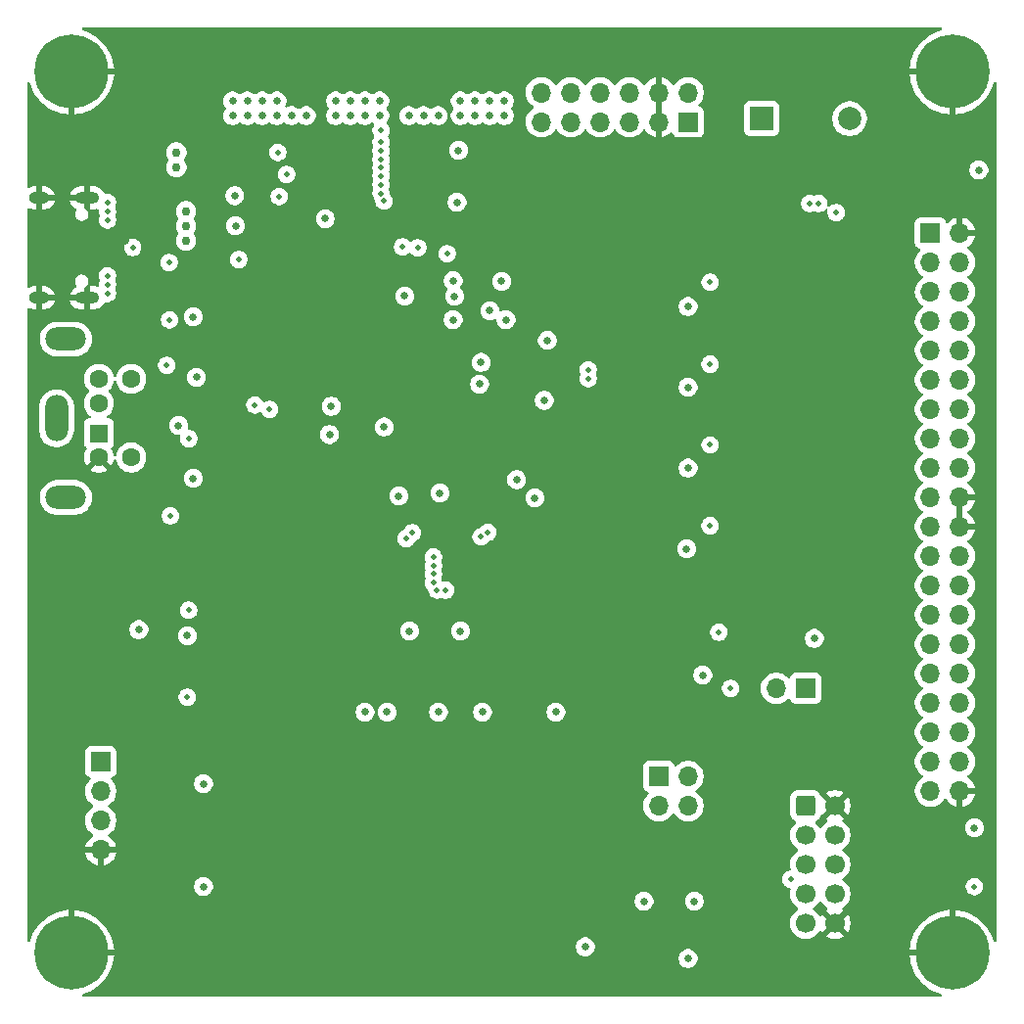
<source format=gbr>
%TF.GenerationSoftware,KiCad,Pcbnew,9.0.2+1*%
%TF.CreationDate,2025-07-26T23:48:38+01:00*%
%TF.ProjectId,ICE40HXDevBoard,49434534-3048-4584-9465-76426f617264,rev?*%
%TF.SameCoordinates,Original*%
%TF.FileFunction,Copper,L3,Inr*%
%TF.FilePolarity,Positive*%
%FSLAX46Y46*%
G04 Gerber Fmt 4.6, Leading zero omitted, Abs format (unit mm)*
G04 Created by KiCad (PCBNEW 9.0.2+1) date 2025-07-26 23:48:38*
%MOMM*%
%LPD*%
G01*
G04 APERTURE LIST*
G04 Aperture macros list*
%AMRoundRect*
0 Rectangle with rounded corners*
0 $1 Rounding radius*
0 $2 $3 $4 $5 $6 $7 $8 $9 X,Y pos of 4 corners*
0 Add a 4 corners polygon primitive as box body*
4,1,4,$2,$3,$4,$5,$6,$7,$8,$9,$2,$3,0*
0 Add four circle primitives for the rounded corners*
1,1,$1+$1,$2,$3*
1,1,$1+$1,$4,$5*
1,1,$1+$1,$6,$7*
1,1,$1+$1,$8,$9*
0 Add four rect primitives between the rounded corners*
20,1,$1+$1,$2,$3,$4,$5,0*
20,1,$1+$1,$4,$5,$6,$7,0*
20,1,$1+$1,$6,$7,$8,$9,0*
20,1,$1+$1,$8,$9,$2,$3,0*%
G04 Aperture macros list end*
%TA.AperFunction,ComponentPad*%
%ADD10R,2.000000X2.000000*%
%TD*%
%TA.AperFunction,ComponentPad*%
%ADD11C,2.000000*%
%TD*%
%TA.AperFunction,ComponentPad*%
%ADD12R,1.600000X1.600000*%
%TD*%
%TA.AperFunction,ComponentPad*%
%ADD13C,1.600000*%
%TD*%
%TA.AperFunction,ComponentPad*%
%ADD14O,3.500000X2.000000*%
%TD*%
%TA.AperFunction,ComponentPad*%
%ADD15O,2.000000X4.000000*%
%TD*%
%TA.AperFunction,ComponentPad*%
%ADD16R,1.700000X1.700000*%
%TD*%
%TA.AperFunction,ComponentPad*%
%ADD17O,1.700000X1.700000*%
%TD*%
%TA.AperFunction,HeatsinkPad*%
%ADD18O,2.100000X1.000000*%
%TD*%
%TA.AperFunction,HeatsinkPad*%
%ADD19O,1.800000X1.000000*%
%TD*%
%TA.AperFunction,ComponentPad*%
%ADD20RoundRect,0.250000X-0.600000X-0.600000X0.600000X-0.600000X0.600000X0.600000X-0.600000X0.600000X0*%
%TD*%
%TA.AperFunction,ComponentPad*%
%ADD21C,1.700000*%
%TD*%
%TA.AperFunction,ComponentPad*%
%ADD22C,6.400000*%
%TD*%
%TA.AperFunction,ViaPad*%
%ADD23C,0.635000*%
%TD*%
%TA.AperFunction,ViaPad*%
%ADD24C,0.762000*%
%TD*%
%TA.AperFunction,ViaPad*%
%ADD25C,0.508000*%
%TD*%
G04 APERTURE END LIST*
D10*
%TO.N,BUZZER*%
%TO.C,SP1*%
X237510000Y-80264000D03*
D11*
%TO.N,Net-(R36-Pad1)*%
X245110000Y-80264000D03*
%TD*%
D12*
%TO.N,Net-(J11-Pad1)*%
%TO.C,J11*%
X180180000Y-107480000D03*
D13*
%TO.N,Net-(J11-Pad2)*%
X180180000Y-104880000D03*
%TO.N,GND*%
X180180000Y-109580000D03*
%TO.N,+5V*%
X180180000Y-102780000D03*
%TO.N,Net-(J11-Pad5)*%
X182980000Y-109580000D03*
%TO.N,Net-(J11-Pad6)*%
X182980000Y-102780000D03*
D14*
%TO.N,N/C*%
X177330000Y-99330000D03*
D15*
X176530000Y-106180000D03*
D14*
X177330000Y-113030000D03*
%TD*%
D16*
%TO.N,+5V*%
%TO.C,J6*%
X252095000Y-90170000D03*
D17*
%TO.N,GND*%
X254635000Y-90170000D03*
%TO.N,MASTERCLK*%
X252095000Y-92710000D03*
%TO.N,SECONDARYCLK*%
X254635000Y-92710000D03*
%TO.N,EXP0*%
X252095000Y-95250000D03*
%TO.N,EXP15*%
X254635000Y-95250000D03*
%TO.N,EXP1*%
X252095000Y-97790000D03*
%TO.N,EXP16*%
X254635000Y-97790000D03*
%TO.N,EXP2*%
X252095000Y-100330000D03*
%TO.N,EXP17*%
X254635000Y-100330000D03*
%TO.N,EXP3*%
X252095000Y-102870000D03*
%TO.N,EXP18*%
X254635000Y-102870000D03*
%TO.N,EXP4*%
X252095000Y-105410000D03*
%TO.N,EXP19*%
X254635000Y-105410000D03*
%TO.N,EXP5*%
X252095000Y-107950000D03*
%TO.N,EXP20*%
X254635000Y-107950000D03*
%TO.N,EXP6*%
X252095000Y-110490000D03*
%TO.N,EXP21*%
X254635000Y-110490000D03*
%TO.N,+3V3*%
X252095000Y-113030000D03*
%TO.N,GND*%
X254635000Y-113030000D03*
%TO.N,+3V3*%
X252095000Y-115570000D03*
%TO.N,GND*%
X254635000Y-115570000D03*
%TO.N,EXP7*%
X252095000Y-118110000D03*
%TO.N,EXP22*%
X254635000Y-118110000D03*
%TO.N,EXP8*%
X252095000Y-120650000D03*
%TO.N,EXP23*%
X254635000Y-120650000D03*
%TO.N,EXP9*%
X252095000Y-123190000D03*
%TO.N,EXP24*%
X254635000Y-123190000D03*
%TO.N,EXP10*%
X252095000Y-125730000D03*
%TO.N,EXP25*%
X254635000Y-125730000D03*
%TO.N,EXP11*%
X252095000Y-128270000D03*
%TO.N,EXPCBSEL0*%
X254635000Y-128270000D03*
%TO.N,EXP12*%
X252095000Y-130810000D03*
%TO.N,EXPCBSEL1*%
X254635000Y-130810000D03*
%TO.N,EXP13*%
X252095000Y-133350000D03*
%TO.N,I2CSCL*%
X254635000Y-133350000D03*
%TO.N,EXP14*%
X252095000Y-135890000D03*
%TO.N,I2CSDA*%
X254635000Y-135890000D03*
%TO.N,+5V*%
X252095000Y-138430000D03*
%TO.N,GND*%
X254635000Y-138430000D03*
%TD*%
D18*
%TO.N,GND*%
%TO.C,J8*%
X179194625Y-87120000D03*
D19*
X175014625Y-87120000D03*
D18*
X179194625Y-95760000D03*
D19*
X175014625Y-95760000D03*
%TD*%
D16*
%TO.N,/FPGA Power and Config/ICE_SS*%
%TO.C,J3*%
X241300000Y-129540000D03*
D17*
%TO.N,Net-(J3-Pin_2)*%
X238760000Y-129540000D03*
%TD*%
D20*
%TO.N,+3V3*%
%TO.C,J12*%
X241300000Y-139700000D03*
D21*
%TO.N,GND*%
X243840000Y-139700000D03*
%TO.N,/FPGA Power and Config/FLASH_MOSI*%
X241300000Y-142240000D03*
%TO.N,/FPGA Power and Config/~{CRESET_B}*%
X243840000Y-142240000D03*
%TO.N,/FPGA Power and Config/FLASH_MISO*%
X241300000Y-144780000D03*
%TO.N,/FPGA Power and Config/CDONE*%
X243840000Y-144780000D03*
%TO.N,/FPGA Power and Config/ICE_SCK*%
X241300000Y-147320000D03*
%TO.N,/FPGA Power and Config/ICE_SS*%
X243840000Y-147320000D03*
%TO.N,+3V3*%
X241300000Y-149860000D03*
%TO.N,GND*%
X243840000Y-149860000D03*
%TD*%
D22*
%TO.N,GND*%
%TO.C,H4*%
X177800000Y-152400000D03*
%TD*%
D16*
%TO.N,/FPGA Power and Config/FLASH_MOSI*%
%TO.C,J4*%
X228600000Y-137160000D03*
D17*
%TO.N,/FPGA Power and Config/ICE_MISO*%
X231140000Y-137160000D03*
%TO.N,/FPGA Power and Config/ICE_MOSI*%
X228600000Y-139700000D03*
%TO.N,/FPGA Power and Config/FLASH_MISO*%
X231140000Y-139700000D03*
%TD*%
D16*
%TO.N,+3V3*%
%TO.C,J10*%
X180340000Y-135900000D03*
D17*
%TO.N,I2CSDA*%
X180340000Y-138440000D03*
%TO.N,I2CSCL*%
X180340000Y-140980000D03*
%TO.N,GND*%
X180340000Y-143520000D03*
%TD*%
D22*
%TO.N,GND*%
%TO.C,H1*%
X254000000Y-76200000D03*
%TD*%
%TO.N,GND*%
%TO.C,H3*%
X254000000Y-152400000D03*
%TD*%
D16*
%TO.N,+3V3*%
%TO.C,J5*%
X231140000Y-80555000D03*
D17*
X231140000Y-78015000D03*
%TO.N,GND*%
X228600000Y-80555000D03*
X228600000Y-78015000D03*
%TO.N,USER7*%
X226060000Y-80555000D03*
%TO.N,USER3*%
X226060000Y-78015000D03*
%TO.N,USER6*%
X223520000Y-80555000D03*
%TO.N,USER2*%
X223520000Y-78015000D03*
%TO.N,USER5*%
X220980000Y-80555000D03*
%TO.N,USER1*%
X220980000Y-78015000D03*
%TO.N,USER4*%
X218440000Y-80555000D03*
%TO.N,USER0*%
X218440000Y-78015000D03*
%TD*%
D22*
%TO.N,GND*%
%TO.C,H2*%
X177800000Y-76200000D03*
%TD*%
D23*
%TO.N,GND*%
X232791000Y-119507000D03*
X207010000Y-132334000D03*
X200152000Y-101019250D03*
X203200000Y-125252500D03*
X189230000Y-139745300D03*
X227330000Y-151765000D03*
X211390250Y-132334000D03*
X193032625Y-88265000D03*
X233045000Y-98425000D03*
X233045000Y-105505000D03*
X213360000Y-125252500D03*
X179451000Y-129032000D03*
X199390000Y-73025000D03*
X223520000Y-125252500D03*
X233045000Y-112490000D03*
X189230000Y-154305000D03*
X206375000Y-73025000D03*
X211963000Y-144780000D03*
X188341000Y-114681000D03*
X251079000Y-80264000D03*
X203200000Y-144780000D03*
X205994000Y-94603250D03*
X200914000Y-96889250D03*
X183750000Y-85725000D03*
X188595000Y-73025000D03*
X187071000Y-105156000D03*
X183074625Y-93980000D03*
X205105000Y-125252500D03*
X191770000Y-73025000D03*
X190788125Y-88265000D03*
X206375000Y-83015000D03*
X206560516Y-87432126D03*
X195580000Y-73025000D03*
X192024000Y-149225000D03*
X188341000Y-100711000D03*
X206629000Y-97524250D03*
X217805000Y-105918000D03*
X208788000Y-106934000D03*
X217678000Y-99048250D03*
X188623000Y-109601000D03*
X215519000Y-102477250D03*
X210185000Y-73025000D03*
X184785000Y-73025000D03*
X213187700Y-111894300D03*
X213360000Y-73025000D03*
X217805000Y-103759000D03*
X202565000Y-73025000D03*
X182439625Y-90805000D03*
X197114250Y-104764750D03*
X211328000Y-101346000D03*
X187833000Y-127185000D03*
X186436000Y-150495000D03*
X188468000Y-141540000D03*
X209550000Y-125252500D03*
X179451000Y-124587000D03*
D24*
%TO.N,+5V*%
X187710125Y-88265000D03*
X186884625Y-84455000D03*
X186884625Y-83185000D03*
X187710125Y-89535000D03*
X187710125Y-90805000D03*
D23*
%TO.N,+3V3*%
X210820000Y-94288250D03*
X189230000Y-137795000D03*
X209550000Y-131602500D03*
X193015000Y-80010000D03*
X191745000Y-80010000D03*
X195580000Y-78740000D03*
X242062000Y-125222000D03*
X200279000Y-105144250D03*
X191931125Y-86931500D03*
X198120000Y-80010000D03*
X216308060Y-111494250D03*
X218967001Y-99450813D03*
X188623000Y-102648395D03*
X188341000Y-111379000D03*
X231140000Y-103505000D03*
X217882030Y-113068220D03*
X255905000Y-141605000D03*
X205105000Y-131602500D03*
X231140000Y-110490000D03*
X189230000Y-146685000D03*
X231140000Y-96520000D03*
X231671500Y-147955000D03*
X191994625Y-89535000D03*
X206985000Y-80010000D03*
X208255000Y-80010000D03*
X194310000Y-80010000D03*
X213360000Y-131602500D03*
X199751389Y-88920927D03*
X196850000Y-80010000D03*
X227330000Y-147955000D03*
X219710000Y-131602500D03*
X188341000Y-97409000D03*
X183642000Y-124460000D03*
X209525000Y-80010000D03*
X191745000Y-78740000D03*
X195580000Y-80010000D03*
X218694000Y-104636250D03*
X231013000Y-117475000D03*
X194310000Y-78740000D03*
X206629000Y-95619250D03*
X222250000Y-151892000D03*
X256286000Y-84709000D03*
X207041750Y-124585750D03*
X193015000Y-78740000D03*
X187833000Y-124985000D03*
X211158000Y-87503000D03*
X187071000Y-106807000D03*
X211455000Y-124585750D03*
X232410000Y-128397000D03*
X203200000Y-131602500D03*
X231140000Y-152908000D03*
X211285000Y-83015000D03*
%TO.N,+2V5*%
X210820000Y-97663000D03*
X203200000Y-78740000D03*
X203200000Y-80010000D03*
X201930000Y-80010000D03*
X201930000Y-78740000D03*
X200660000Y-78740000D03*
X204470000Y-78740000D03*
X215392000Y-97663000D03*
X204470000Y-80010000D03*
X200660000Y-80010000D03*
%TO.N,Net-(U1E-GNDPLL1)*%
X215011000Y-94349250D03*
%TO.N,Net-(U1E-VCCPLL1)*%
X210947000Y-95631000D03*
%TO.N,+1V2*%
X213970000Y-78740000D03*
X211430000Y-78740000D03*
X212700000Y-78740000D03*
X213995000Y-96889250D03*
X212700000Y-80010000D03*
X215240000Y-78740000D03*
X215240000Y-80010000D03*
X200123485Y-107593500D03*
X213970000Y-80010000D03*
X213233000Y-101346000D03*
X204851000Y-106934000D03*
X213106000Y-103239250D03*
X211430000Y-80010000D03*
%TO.N,Net-(U1E-VCCPLL0)*%
X209677000Y-112649000D03*
%TO.N,Net-(U1E-GNDPLL0)*%
X206121000Y-112903000D03*
D25*
%TO.N,Net-(C38-Pad1)*%
X186249625Y-92710000D03*
%TO.N,Net-(C39-Pad1)*%
X183106375Y-91408250D03*
%TO.N,Net-(D1-K)*%
X195644625Y-83185000D03*
%TO.N,Net-(D3-K)*%
X195774625Y-86995000D03*
%TO.N,LEDRED*%
X242443000Y-87598250D03*
X206436203Y-91369794D03*
%TO.N,LEDGREEN*%
X241666916Y-87598250D03*
X207760250Y-91440000D03*
%TO.N,LEDBLUE*%
X210300000Y-91948000D03*
X243943500Y-88392000D03*
%TO.N,/FPGA Power and Config/CDONE*%
X209099749Y-118179423D03*
X233807000Y-124682250D03*
X234823000Y-129540000D03*
%TO.N,/FPGA Power and Config/~{CRESET_B}*%
X209099750Y-118942744D03*
%TO.N,/FPGA Power and Config/ICE_SS*%
X210179667Y-121037655D03*
%TO.N,/FPGA Power and Config/ICE_MISO*%
X209107014Y-119641209D03*
%TO.N,/FPGA Power and Config/ICE_MOSI*%
X209099750Y-120411796D03*
%TO.N,/FPGA Power and Config/FLASH_MOSI*%
X240030000Y-146050000D03*
%TO.N,/FPGA Power and Config/ICE_SCK*%
X209423000Y-121031000D03*
%TO.N,EXPCBSEL1*%
X213233000Y-116427250D03*
%TO.N,EXPCBSEL0*%
X213824500Y-116046250D03*
%TO.N,USER5*%
X204597000Y-84518497D03*
%TO.N,USER7*%
X204846422Y-87393452D03*
%TO.N,USER0*%
X204597000Y-82296000D03*
%TO.N,USER4*%
X204597000Y-83058000D03*
%TO.N,USER6*%
X204596339Y-85978339D03*
%TO.N,USER3*%
X204597000Y-86741000D03*
%TO.N,USER1*%
X204597000Y-83819994D03*
%TO.N,USER2*%
X204597000Y-85217000D03*
%TO.N,SDCARDCS*%
X187936000Y-122785000D03*
%TO.N,SDCARDDET*%
X187833000Y-130302000D03*
%TO.N,I2CSCL*%
X194945000Y-105413250D03*
%TO.N,I2CSDA*%
X193675000Y-105029000D03*
%TO.N,BUTTON1*%
X233045000Y-101505000D03*
X222504000Y-102743000D03*
%TO.N,BUTTON2*%
X206756000Y-116586000D03*
X233045000Y-108490000D03*
%TO.N,/Misc/RXLED*%
X196409625Y-85090000D03*
%TO.N,/Misc/TXLED*%
X192278000Y-92456000D03*
%TO.N,PS2BCLK*%
X186055000Y-101600000D03*
%TO.N,PS2BDATA*%
X186305837Y-97663000D03*
%TO.N,BUTTON0*%
X222489254Y-101974954D03*
X233045000Y-94425000D03*
%TO.N,PS2ADATA*%
X186372500Y-114617500D03*
%TO.N,PS2ACLK*%
X187960000Y-107950000D03*
%TO.N,BUZZER*%
X204597000Y-81280000D03*
%TO.N,/Misc/VBUS*%
X180915625Y-89027000D03*
X180915625Y-87503000D03*
X180915625Y-93853000D03*
X180915625Y-95377000D03*
X180915625Y-88265000D03*
X180915625Y-94615000D03*
%TO.N,BUTTON3*%
X207280753Y-116094753D03*
X233045000Y-115475000D03*
%TO.N,Net-(D4-K)*%
X255905000Y-146685000D03*
%TD*%
%TA.AperFunction,Conductor*%
%TO.N,GND*%
G36*
X242641444Y-147973999D02*
G01*
X242680486Y-148019056D01*
X242684951Y-148027820D01*
X242809890Y-148199786D01*
X242960213Y-148350109D01*
X243132179Y-148475048D01*
X243132181Y-148475049D01*
X243132184Y-148475051D01*
X243141493Y-148479794D01*
X243192290Y-148527766D01*
X243209087Y-148595587D01*
X243186552Y-148661722D01*
X243141505Y-148700760D01*
X243132446Y-148705376D01*
X243132440Y-148705380D01*
X243078282Y-148744727D01*
X243078282Y-148744728D01*
X243710591Y-149377037D01*
X243647007Y-149394075D01*
X243532993Y-149459901D01*
X243439901Y-149552993D01*
X243374075Y-149667007D01*
X243357037Y-149730591D01*
X242724728Y-149098282D01*
X242724727Y-149098282D01*
X242685380Y-149152440D01*
X242685376Y-149152446D01*
X242680760Y-149161505D01*
X242632781Y-149212297D01*
X242564959Y-149229087D01*
X242498826Y-149206543D01*
X242459794Y-149161493D01*
X242455051Y-149152184D01*
X242455049Y-149152181D01*
X242455048Y-149152179D01*
X242330109Y-148980213D01*
X242179786Y-148829890D01*
X242007820Y-148704951D01*
X241999600Y-148700763D01*
X241999054Y-148700485D01*
X241948259Y-148652512D01*
X241931463Y-148584692D01*
X241953999Y-148518556D01*
X241999054Y-148479515D01*
X242007816Y-148475051D01*
X242029789Y-148459086D01*
X242179786Y-148350109D01*
X242179788Y-148350106D01*
X242179792Y-148350104D01*
X242330104Y-148199792D01*
X242330106Y-148199788D01*
X242330109Y-148199786D01*
X242455048Y-148027820D01*
X242455047Y-148027820D01*
X242455051Y-148027816D01*
X242459514Y-148019054D01*
X242507488Y-147968259D01*
X242575308Y-147951463D01*
X242641444Y-147973999D01*
G37*
%TD.AperFunction*%
%TA.AperFunction,Conductor*%
G36*
X243374075Y-139892993D02*
G01*
X243439901Y-140007007D01*
X243532993Y-140100099D01*
X243647007Y-140165925D01*
X243710590Y-140182962D01*
X243078282Y-140815269D01*
X243078282Y-140815270D01*
X243132452Y-140854626D01*
X243132451Y-140854626D01*
X243141495Y-140859234D01*
X243192292Y-140907208D01*
X243209087Y-140975029D01*
X243186550Y-141041164D01*
X243141499Y-141080202D01*
X243132182Y-141084949D01*
X242960213Y-141209890D01*
X242809890Y-141360213D01*
X242684949Y-141532182D01*
X242680484Y-141540946D01*
X242632509Y-141591742D01*
X242564688Y-141608536D01*
X242498553Y-141585998D01*
X242459516Y-141540946D01*
X242455050Y-141532182D01*
X242330109Y-141360213D01*
X242179790Y-141209894D01*
X242179785Y-141209890D01*
X242174891Y-141206334D01*
X242132227Y-141151003D01*
X242126249Y-141081390D01*
X242158857Y-141019595D01*
X242208774Y-140988312D01*
X242219334Y-140984814D01*
X242368656Y-140892712D01*
X242492712Y-140768656D01*
X242584814Y-140619334D01*
X242608707Y-140547227D01*
X242648477Y-140489784D01*
X242712993Y-140462960D01*
X242723644Y-140462800D01*
X243357037Y-139829408D01*
X243374075Y-139892993D01*
G37*
%TD.AperFunction*%
%TA.AperFunction,Conductor*%
G36*
X254885000Y-115136988D02*
G01*
X254827993Y-115104075D01*
X254700826Y-115070000D01*
X254569174Y-115070000D01*
X254442007Y-115104075D01*
X254385000Y-115136988D01*
X254385000Y-113463012D01*
X254442007Y-113495925D01*
X254569174Y-113530000D01*
X254700826Y-113530000D01*
X254827993Y-113495925D01*
X254885000Y-113463012D01*
X254885000Y-115136988D01*
G37*
%TD.AperFunction*%
%TA.AperFunction,Conductor*%
G36*
X228850000Y-80121988D02*
G01*
X228792993Y-80089075D01*
X228665826Y-80055000D01*
X228534174Y-80055000D01*
X228407007Y-80089075D01*
X228350000Y-80121988D01*
X228350000Y-78448012D01*
X228407007Y-78480925D01*
X228534174Y-78515000D01*
X228665826Y-78515000D01*
X228792993Y-78480925D01*
X228850000Y-78448012D01*
X228850000Y-80121988D01*
G37*
%TD.AperFunction*%
%TA.AperFunction,Conductor*%
G36*
X253044878Y-72409685D02*
G01*
X253090633Y-72462489D01*
X253100577Y-72531647D01*
X253071552Y-72595203D01*
X253013834Y-72632661D01*
X252752002Y-72712086D01*
X252416135Y-72851207D01*
X252416130Y-72851209D01*
X252095537Y-73022570D01*
X252095519Y-73022581D01*
X251793263Y-73224542D01*
X251793249Y-73224552D01*
X251512229Y-73455179D01*
X251255179Y-73712229D01*
X251024552Y-73993249D01*
X251024542Y-73993263D01*
X250822581Y-74295519D01*
X250822570Y-74295537D01*
X250651209Y-74616130D01*
X250651207Y-74616135D01*
X250512086Y-74952002D01*
X250406553Y-75299898D01*
X250406550Y-75299909D01*
X250335634Y-75656436D01*
X250335631Y-75656453D01*
X250306720Y-75950000D01*
X252419652Y-75950000D01*
X252400000Y-76074077D01*
X252400000Y-76325923D01*
X252419652Y-76450000D01*
X250306720Y-76450000D01*
X250335631Y-76743546D01*
X250335634Y-76743563D01*
X250406550Y-77100090D01*
X250406553Y-77100101D01*
X250512086Y-77447997D01*
X250651207Y-77783864D01*
X250651209Y-77783869D01*
X250822570Y-78104462D01*
X250822581Y-78104480D01*
X251024542Y-78406736D01*
X251024552Y-78406750D01*
X251255179Y-78687770D01*
X251512229Y-78944820D01*
X251793249Y-79175447D01*
X251793263Y-79175457D01*
X252095519Y-79377418D01*
X252095537Y-79377429D01*
X252416130Y-79548790D01*
X252416135Y-79548792D01*
X252752002Y-79687913D01*
X253099898Y-79793446D01*
X253099909Y-79793449D01*
X253456443Y-79864367D01*
X253750000Y-79893278D01*
X253750000Y-77780348D01*
X253874077Y-77800000D01*
X254125923Y-77800000D01*
X254250000Y-77780348D01*
X254250000Y-79893277D01*
X254543556Y-79864367D01*
X254900090Y-79793449D01*
X254900101Y-79793446D01*
X255247997Y-79687913D01*
X255583864Y-79548792D01*
X255583869Y-79548790D01*
X255904462Y-79377429D01*
X255904480Y-79377418D01*
X256206736Y-79175457D01*
X256206750Y-79175447D01*
X256487770Y-78944820D01*
X256744820Y-78687770D01*
X256975447Y-78406750D01*
X256975457Y-78406736D01*
X257177418Y-78104480D01*
X257177429Y-78104462D01*
X257348790Y-77783869D01*
X257348792Y-77783864D01*
X257487913Y-77447997D01*
X257567339Y-77186165D01*
X257605637Y-77127726D01*
X257669449Y-77099270D01*
X257738516Y-77109830D01*
X257790910Y-77156054D01*
X257810000Y-77222160D01*
X257810000Y-151377839D01*
X257790315Y-151444878D01*
X257737511Y-151490633D01*
X257668353Y-151500577D01*
X257604797Y-151471552D01*
X257567339Y-151413834D01*
X257487913Y-151152002D01*
X257348792Y-150816135D01*
X257348790Y-150816130D01*
X257177429Y-150495537D01*
X257177418Y-150495519D01*
X256975457Y-150193263D01*
X256975447Y-150193249D01*
X256744820Y-149912229D01*
X256487770Y-149655179D01*
X256206750Y-149424552D01*
X256206736Y-149424542D01*
X255904480Y-149222581D01*
X255904462Y-149222570D01*
X255583869Y-149051209D01*
X255583864Y-149051207D01*
X255247997Y-148912086D01*
X254900101Y-148806553D01*
X254900090Y-148806550D01*
X254543563Y-148735634D01*
X254543546Y-148735631D01*
X254250000Y-148706720D01*
X254250000Y-150819651D01*
X254125923Y-150800000D01*
X253874077Y-150800000D01*
X253750000Y-150819651D01*
X253750000Y-148706720D01*
X253456453Y-148735631D01*
X253456436Y-148735634D01*
X253099909Y-148806550D01*
X253099898Y-148806553D01*
X252752002Y-148912086D01*
X252416135Y-149051207D01*
X252416130Y-149051209D01*
X252095537Y-149222570D01*
X252095519Y-149222581D01*
X251793263Y-149424542D01*
X251793249Y-149424552D01*
X251512229Y-149655179D01*
X251255179Y-149912229D01*
X251024552Y-150193249D01*
X251024542Y-150193263D01*
X250822581Y-150495519D01*
X250822570Y-150495537D01*
X250651209Y-150816130D01*
X250651207Y-150816135D01*
X250512086Y-151152002D01*
X250406553Y-151499898D01*
X250406550Y-151499909D01*
X250335634Y-151856436D01*
X250335631Y-151856453D01*
X250306720Y-152150000D01*
X252419652Y-152150000D01*
X252400000Y-152274077D01*
X252400000Y-152525923D01*
X252419652Y-152650000D01*
X250306720Y-152650000D01*
X250335631Y-152943546D01*
X250335634Y-152943563D01*
X250406550Y-153300090D01*
X250406553Y-153300101D01*
X250512086Y-153647997D01*
X250651207Y-153983864D01*
X250651209Y-153983869D01*
X250822570Y-154304462D01*
X250822581Y-154304480D01*
X251024542Y-154606736D01*
X251024552Y-154606750D01*
X251255179Y-154887770D01*
X251512229Y-155144820D01*
X251793249Y-155375447D01*
X251793263Y-155375457D01*
X252095519Y-155577418D01*
X252095537Y-155577429D01*
X252416130Y-155748790D01*
X252416135Y-155748792D01*
X252752002Y-155887913D01*
X253013834Y-155967339D01*
X253072273Y-156005637D01*
X253100729Y-156069449D01*
X253090169Y-156138516D01*
X253043945Y-156190910D01*
X252977839Y-156210000D01*
X178822161Y-156210000D01*
X178755122Y-156190315D01*
X178709367Y-156137511D01*
X178699423Y-156068353D01*
X178728448Y-156004797D01*
X178786166Y-155967339D01*
X179047997Y-155887913D01*
X179383864Y-155748792D01*
X179383869Y-155748790D01*
X179704462Y-155577429D01*
X179704480Y-155577418D01*
X180006736Y-155375457D01*
X180006750Y-155375447D01*
X180287770Y-155144820D01*
X180544820Y-154887770D01*
X180775447Y-154606750D01*
X180775457Y-154606736D01*
X180977418Y-154304480D01*
X180977429Y-154304462D01*
X181148790Y-153983869D01*
X181148792Y-153983864D01*
X181287913Y-153647997D01*
X181393446Y-153300101D01*
X181393449Y-153300090D01*
X181464365Y-152943563D01*
X181464368Y-152943546D01*
X181475805Y-152827429D01*
X230322000Y-152827429D01*
X230322000Y-152988570D01*
X230353433Y-153146594D01*
X230353435Y-153146602D01*
X230415096Y-153295466D01*
X230504619Y-153429447D01*
X230618552Y-153543380D01*
X230752533Y-153632903D01*
X230826965Y-153663733D01*
X230901398Y-153694565D01*
X231059429Y-153725999D01*
X231059433Y-153726000D01*
X231059434Y-153726000D01*
X231220567Y-153726000D01*
X231220568Y-153725999D01*
X231378602Y-153694565D01*
X231527468Y-153632902D01*
X231661445Y-153543382D01*
X231775382Y-153429445D01*
X231864902Y-153295468D01*
X231926565Y-153146602D01*
X231958000Y-152988566D01*
X231958000Y-152827434D01*
X231926565Y-152669398D01*
X231888504Y-152577511D01*
X231864903Y-152520533D01*
X231775380Y-152386552D01*
X231661447Y-152272619D01*
X231527466Y-152183096D01*
X231378602Y-152121435D01*
X231378594Y-152121433D01*
X231220570Y-152090000D01*
X231220566Y-152090000D01*
X231059434Y-152090000D01*
X231059429Y-152090000D01*
X230901405Y-152121433D01*
X230901397Y-152121435D01*
X230752533Y-152183096D01*
X230618552Y-152272619D01*
X230504619Y-152386552D01*
X230415096Y-152520533D01*
X230353435Y-152669397D01*
X230353433Y-152669405D01*
X230322000Y-152827429D01*
X181475805Y-152827429D01*
X181493280Y-152650000D01*
X179380348Y-152650000D01*
X179400000Y-152525923D01*
X179400000Y-152274077D01*
X179380348Y-152150000D01*
X181493279Y-152150000D01*
X181464368Y-151856453D01*
X181464367Y-151856447D01*
X181459014Y-151829531D01*
X181459014Y-151829528D01*
X181455414Y-151811429D01*
X221432000Y-151811429D01*
X221432000Y-151972570D01*
X221463433Y-152130594D01*
X221463435Y-152130602D01*
X221525096Y-152279466D01*
X221614619Y-152413447D01*
X221728552Y-152527380D01*
X221862533Y-152616903D01*
X221894913Y-152630315D01*
X222011398Y-152678565D01*
X222117778Y-152699725D01*
X222169429Y-152709999D01*
X222169433Y-152710000D01*
X222169434Y-152710000D01*
X222330567Y-152710000D01*
X222330568Y-152709999D01*
X222345325Y-152707064D01*
X222382225Y-152699725D01*
X222431538Y-152689915D01*
X222488602Y-152678565D01*
X222637468Y-152616902D01*
X222771445Y-152527382D01*
X222885382Y-152413445D01*
X222974902Y-152279468D01*
X222977740Y-152272618D01*
X223014820Y-152183098D01*
X223036565Y-152130602D01*
X223068000Y-151972566D01*
X223068000Y-151811434D01*
X223036565Y-151653398D01*
X222998465Y-151561417D01*
X222974903Y-151504533D01*
X222885380Y-151370552D01*
X222771447Y-151256619D01*
X222637466Y-151167096D01*
X222488602Y-151105435D01*
X222488594Y-151105433D01*
X222330570Y-151074000D01*
X222330566Y-151074000D01*
X222169434Y-151074000D01*
X222169429Y-151074000D01*
X222011405Y-151105433D01*
X222011397Y-151105435D01*
X221862533Y-151167096D01*
X221728552Y-151256619D01*
X221614619Y-151370552D01*
X221525096Y-151504533D01*
X221463435Y-151653397D01*
X221463433Y-151653405D01*
X221432000Y-151811429D01*
X181455414Y-151811429D01*
X181393449Y-151499909D01*
X181393446Y-151499898D01*
X181287913Y-151152002D01*
X181148792Y-150816135D01*
X181148790Y-150816130D01*
X180977429Y-150495537D01*
X180977418Y-150495519D01*
X180775457Y-150193263D01*
X180775447Y-150193249D01*
X180544820Y-149912229D01*
X180287770Y-149655179D01*
X180006750Y-149424552D01*
X180006736Y-149424542D01*
X179704480Y-149222581D01*
X179704462Y-149222570D01*
X179383869Y-149051209D01*
X179383864Y-149051207D01*
X179047997Y-148912086D01*
X178700101Y-148806553D01*
X178700090Y-148806550D01*
X178343563Y-148735634D01*
X178343546Y-148735631D01*
X178050000Y-148706720D01*
X178050000Y-150819651D01*
X177925923Y-150800000D01*
X177674077Y-150800000D01*
X177550000Y-150819651D01*
X177550000Y-148706720D01*
X177256453Y-148735631D01*
X177256436Y-148735634D01*
X176899909Y-148806550D01*
X176899898Y-148806553D01*
X176552002Y-148912086D01*
X176216135Y-149051207D01*
X176216130Y-149051209D01*
X175895537Y-149222570D01*
X175895519Y-149222581D01*
X175593263Y-149424542D01*
X175593249Y-149424552D01*
X175312229Y-149655179D01*
X175055179Y-149912229D01*
X174824552Y-150193249D01*
X174824542Y-150193263D01*
X174622581Y-150495519D01*
X174622570Y-150495537D01*
X174451209Y-150816130D01*
X174451207Y-150816135D01*
X174312086Y-151152002D01*
X174232661Y-151413834D01*
X174194363Y-151472273D01*
X174130551Y-151500729D01*
X174061484Y-151490169D01*
X174009090Y-151443945D01*
X173990000Y-151377839D01*
X173990000Y-147874429D01*
X226512000Y-147874429D01*
X226512000Y-148035570D01*
X226543433Y-148193594D01*
X226543435Y-148193602D01*
X226605096Y-148342466D01*
X226694619Y-148476447D01*
X226808552Y-148590380D01*
X226942533Y-148679903D01*
X227016965Y-148710733D01*
X227091398Y-148741565D01*
X227249429Y-148772999D01*
X227249433Y-148773000D01*
X227249434Y-148773000D01*
X227410567Y-148773000D01*
X227410568Y-148772999D01*
X227568602Y-148741565D01*
X227717468Y-148679902D01*
X227851445Y-148590382D01*
X227965382Y-148476445D01*
X228054902Y-148342468D01*
X228116565Y-148193602D01*
X228148000Y-148035566D01*
X228148000Y-147874434D01*
X228147999Y-147874429D01*
X230853500Y-147874429D01*
X230853500Y-148035570D01*
X230884933Y-148193594D01*
X230884935Y-148193602D01*
X230946596Y-148342466D01*
X231036119Y-148476447D01*
X231150052Y-148590380D01*
X231284033Y-148679903D01*
X231358465Y-148710733D01*
X231432898Y-148741565D01*
X231590929Y-148772999D01*
X231590933Y-148773000D01*
X231590934Y-148773000D01*
X231752067Y-148773000D01*
X231752068Y-148772999D01*
X231910102Y-148741565D01*
X232058968Y-148679902D01*
X232192945Y-148590382D01*
X232306882Y-148476445D01*
X232396402Y-148342468D01*
X232458065Y-148193602D01*
X232489500Y-148035566D01*
X232489500Y-147874434D01*
X232458065Y-147716398D01*
X232424862Y-147636239D01*
X232396403Y-147567533D01*
X232306880Y-147433552D01*
X232192947Y-147319619D01*
X232058966Y-147230096D01*
X231910102Y-147168435D01*
X231910094Y-147168433D01*
X231752070Y-147137000D01*
X231752066Y-147137000D01*
X231590934Y-147137000D01*
X231590929Y-147137000D01*
X231432905Y-147168433D01*
X231432897Y-147168435D01*
X231284033Y-147230096D01*
X231150052Y-147319619D01*
X231036119Y-147433552D01*
X230946596Y-147567533D01*
X230884935Y-147716397D01*
X230884933Y-147716405D01*
X230853500Y-147874429D01*
X228147999Y-147874429D01*
X228116565Y-147716398D01*
X228083362Y-147636239D01*
X228054903Y-147567533D01*
X227965380Y-147433552D01*
X227851447Y-147319619D01*
X227717466Y-147230096D01*
X227568602Y-147168435D01*
X227568594Y-147168433D01*
X227410570Y-147137000D01*
X227410566Y-147137000D01*
X227249434Y-147137000D01*
X227249429Y-147137000D01*
X227091405Y-147168433D01*
X227091397Y-147168435D01*
X226942533Y-147230096D01*
X226808552Y-147319619D01*
X226694619Y-147433552D01*
X226605096Y-147567533D01*
X226543435Y-147716397D01*
X226543433Y-147716405D01*
X226512000Y-147874429D01*
X173990000Y-147874429D01*
X173990000Y-146604429D01*
X188412000Y-146604429D01*
X188412000Y-146765570D01*
X188443433Y-146923594D01*
X188443435Y-146923602D01*
X188505096Y-147072466D01*
X188594619Y-147206447D01*
X188708552Y-147320380D01*
X188842533Y-147409903D01*
X188913985Y-147439499D01*
X188991398Y-147471565D01*
X189149429Y-147502999D01*
X189149433Y-147503000D01*
X189149434Y-147503000D01*
X189310567Y-147503000D01*
X189310568Y-147502999D01*
X189468602Y-147471565D01*
X189616010Y-147410506D01*
X189617466Y-147409903D01*
X189617466Y-147409902D01*
X189617468Y-147409902D01*
X189751445Y-147320382D01*
X189865382Y-147206445D01*
X189954902Y-147072468D01*
X190016565Y-146923602D01*
X190048000Y-146765566D01*
X190048000Y-146604434D01*
X190016565Y-146446398D01*
X189967360Y-146327608D01*
X189954903Y-146297533D01*
X189865380Y-146163552D01*
X189751447Y-146049619D01*
X189640794Y-145975683D01*
X239275500Y-145975683D01*
X239275500Y-146124316D01*
X239304493Y-146270072D01*
X239304495Y-146270080D01*
X239361371Y-146407391D01*
X239443939Y-146530964D01*
X239443945Y-146530971D01*
X239549028Y-146636054D01*
X239549035Y-146636060D01*
X239672608Y-146718628D01*
X239672609Y-146718628D01*
X239672610Y-146718629D01*
X239809920Y-146775505D01*
X239883156Y-146790072D01*
X239905062Y-146794430D01*
X239966973Y-146826814D01*
X240001547Y-146887530D01*
X239998803Y-146954364D01*
X239982752Y-147003763D01*
X239956671Y-147168435D01*
X239949500Y-147213713D01*
X239949500Y-147426287D01*
X239982754Y-147636243D01*
X240008800Y-147716405D01*
X240048444Y-147838414D01*
X240144951Y-148027820D01*
X240269890Y-148199786D01*
X240420213Y-148350109D01*
X240592182Y-148475050D01*
X240600946Y-148479516D01*
X240651742Y-148527491D01*
X240668536Y-148595312D01*
X240645998Y-148661447D01*
X240600946Y-148700484D01*
X240592182Y-148704949D01*
X240420213Y-148829890D01*
X240269890Y-148980213D01*
X240144951Y-149152179D01*
X240048444Y-149341585D01*
X239982753Y-149543760D01*
X239949500Y-149753713D01*
X239949500Y-149966286D01*
X239982753Y-150176239D01*
X240048444Y-150378414D01*
X240144951Y-150567820D01*
X240269890Y-150739786D01*
X240420213Y-150890109D01*
X240592179Y-151015048D01*
X240592181Y-151015049D01*
X240592184Y-151015051D01*
X240781588Y-151111557D01*
X240983757Y-151177246D01*
X241193713Y-151210500D01*
X241193714Y-151210500D01*
X241406286Y-151210500D01*
X241406287Y-151210500D01*
X241616243Y-151177246D01*
X241818412Y-151111557D01*
X242007816Y-151015051D01*
X242062572Y-150975269D01*
X242179786Y-150890109D01*
X242179788Y-150890106D01*
X242179792Y-150890104D01*
X242330104Y-150739792D01*
X242330106Y-150739788D01*
X242330109Y-150739786D01*
X242415890Y-150621717D01*
X242455051Y-150567816D01*
X242459793Y-150558508D01*
X242507763Y-150507711D01*
X242575583Y-150490911D01*
X242641719Y-150513445D01*
X242680763Y-150558500D01*
X242685373Y-150567547D01*
X242724728Y-150621716D01*
X243357037Y-149989408D01*
X243374075Y-150052993D01*
X243439901Y-150167007D01*
X243532993Y-150260099D01*
X243647007Y-150325925D01*
X243710590Y-150342962D01*
X243078282Y-150975269D01*
X243078282Y-150975270D01*
X243132449Y-151014624D01*
X243321782Y-151111095D01*
X243523870Y-151176757D01*
X243733754Y-151210000D01*
X243946246Y-151210000D01*
X244156127Y-151176757D01*
X244156130Y-151176757D01*
X244358217Y-151111095D01*
X244547554Y-151014622D01*
X244601716Y-150975270D01*
X244601717Y-150975270D01*
X243969408Y-150342962D01*
X244032993Y-150325925D01*
X244147007Y-150260099D01*
X244240099Y-150167007D01*
X244305925Y-150052993D01*
X244322962Y-149989408D01*
X244955270Y-150621717D01*
X244955270Y-150621716D01*
X244994622Y-150567554D01*
X245091095Y-150378217D01*
X245156757Y-150176130D01*
X245156757Y-150176127D01*
X245190000Y-149966246D01*
X245190000Y-149753753D01*
X245156757Y-149543872D01*
X245156757Y-149543869D01*
X245091095Y-149341782D01*
X244994624Y-149152449D01*
X244955270Y-149098282D01*
X244955269Y-149098282D01*
X244322962Y-149730590D01*
X244305925Y-149667007D01*
X244240099Y-149552993D01*
X244147007Y-149459901D01*
X244032993Y-149394075D01*
X243969409Y-149377037D01*
X244601716Y-148744728D01*
X244547547Y-148705373D01*
X244547547Y-148705372D01*
X244538500Y-148700763D01*
X244487706Y-148652788D01*
X244470912Y-148584966D01*
X244493451Y-148518832D01*
X244538508Y-148479793D01*
X244547816Y-148475051D01*
X244627007Y-148417515D01*
X244719786Y-148350109D01*
X244719788Y-148350106D01*
X244719792Y-148350104D01*
X244870104Y-148199792D01*
X244870106Y-148199788D01*
X244870109Y-148199786D01*
X244995048Y-148027820D01*
X244995047Y-148027820D01*
X244995051Y-148027816D01*
X245091557Y-147838412D01*
X245157246Y-147636243D01*
X245190500Y-147426287D01*
X245190500Y-147213713D01*
X245157246Y-147003757D01*
X245091557Y-146801588D01*
X244995051Y-146612184D01*
X244995050Y-146612182D01*
X244993961Y-146610683D01*
X255150500Y-146610683D01*
X255150500Y-146759316D01*
X255179493Y-146905072D01*
X255179495Y-146905080D01*
X255236371Y-147042391D01*
X255318939Y-147165964D01*
X255318945Y-147165971D01*
X255424028Y-147271054D01*
X255424035Y-147271060D01*
X255547608Y-147353628D01*
X255547609Y-147353628D01*
X255547610Y-147353629D01*
X255684920Y-147410505D01*
X255830683Y-147439499D01*
X255830687Y-147439500D01*
X255830688Y-147439500D01*
X255979313Y-147439500D01*
X255979314Y-147439499D01*
X256125080Y-147410505D01*
X256262390Y-147353629D01*
X256385966Y-147271059D01*
X256491059Y-147165966D01*
X256573629Y-147042390D01*
X256630505Y-146905080D01*
X256659500Y-146759312D01*
X256659500Y-146610688D01*
X256630505Y-146464920D01*
X256573629Y-146327610D01*
X256553532Y-146297533D01*
X256491060Y-146204035D01*
X256491054Y-146204028D01*
X256385971Y-146098945D01*
X256385964Y-146098939D01*
X256262391Y-146016371D01*
X256125080Y-145959495D01*
X256125072Y-145959493D01*
X255979316Y-145930500D01*
X255979312Y-145930500D01*
X255830688Y-145930500D01*
X255830683Y-145930500D01*
X255684927Y-145959493D01*
X255684919Y-145959495D01*
X255547608Y-146016371D01*
X255424035Y-146098939D01*
X255424028Y-146098945D01*
X255318945Y-146204028D01*
X255318939Y-146204035D01*
X255236371Y-146327608D01*
X255179495Y-146464919D01*
X255179493Y-146464927D01*
X255150500Y-146610683D01*
X244993961Y-146610683D01*
X244870109Y-146440213D01*
X244719786Y-146289890D01*
X244547820Y-146164951D01*
X244545074Y-146163552D01*
X244539054Y-146160485D01*
X244488259Y-146112512D01*
X244471463Y-146044692D01*
X244493999Y-145978556D01*
X244539054Y-145939515D01*
X244547816Y-145935051D01*
X244641481Y-145867000D01*
X244719786Y-145810109D01*
X244719788Y-145810106D01*
X244719792Y-145810104D01*
X244870104Y-145659792D01*
X244870106Y-145659788D01*
X244870109Y-145659786D01*
X244995048Y-145487820D01*
X244995047Y-145487820D01*
X244995051Y-145487816D01*
X245091557Y-145298412D01*
X245157246Y-145096243D01*
X245190500Y-144886287D01*
X245190500Y-144673713D01*
X245157246Y-144463757D01*
X245091557Y-144261588D01*
X244995051Y-144072184D01*
X244995049Y-144072181D01*
X244995048Y-144072179D01*
X244870109Y-143900213D01*
X244719786Y-143749890D01*
X244547820Y-143624951D01*
X244547115Y-143624591D01*
X244539054Y-143620485D01*
X244488259Y-143572512D01*
X244471463Y-143504692D01*
X244493999Y-143438556D01*
X244539054Y-143399515D01*
X244547816Y-143395051D01*
X244569789Y-143379086D01*
X244719786Y-143270109D01*
X244719788Y-143270106D01*
X244719792Y-143270104D01*
X244870104Y-143119792D01*
X244870106Y-143119788D01*
X244870109Y-143119786D01*
X244995048Y-142947820D01*
X244995047Y-142947820D01*
X244995051Y-142947816D01*
X245091557Y-142758412D01*
X245157246Y-142556243D01*
X245190500Y-142346287D01*
X245190500Y-142133713D01*
X245157246Y-141923757D01*
X245091557Y-141721588D01*
X244995051Y-141532184D01*
X244989417Y-141524429D01*
X255087000Y-141524429D01*
X255087000Y-141685570D01*
X255118433Y-141843594D01*
X255118435Y-141843602D01*
X255180096Y-141992466D01*
X255269619Y-142126447D01*
X255383552Y-142240380D01*
X255517533Y-142329903D01*
X255557088Y-142346287D01*
X255666398Y-142391565D01*
X255824429Y-142422999D01*
X255824433Y-142423000D01*
X255824434Y-142423000D01*
X255985567Y-142423000D01*
X255985568Y-142422999D01*
X256143602Y-142391565D01*
X256270666Y-142338932D01*
X256292466Y-142329903D01*
X256292466Y-142329902D01*
X256292468Y-142329902D01*
X256426445Y-142240382D01*
X256540382Y-142126445D01*
X256629902Y-141992468D01*
X256691565Y-141843602D01*
X256723000Y-141685566D01*
X256723000Y-141524434D01*
X256691565Y-141366398D01*
X256660733Y-141291965D01*
X256629903Y-141217533D01*
X256540380Y-141083552D01*
X256426447Y-140969619D01*
X256292466Y-140880096D01*
X256143602Y-140818435D01*
X256143594Y-140818433D01*
X255985570Y-140787000D01*
X255985566Y-140787000D01*
X255824434Y-140787000D01*
X255824429Y-140787000D01*
X255666405Y-140818433D01*
X255666397Y-140818435D01*
X255517533Y-140880096D01*
X255383552Y-140969619D01*
X255269619Y-141083552D01*
X255180096Y-141217533D01*
X255118435Y-141366397D01*
X255118433Y-141366405D01*
X255087000Y-141524429D01*
X244989417Y-141524429D01*
X244970516Y-141498414D01*
X244870109Y-141360213D01*
X244719786Y-141209890D01*
X244547817Y-141084949D01*
X244538504Y-141080204D01*
X244487707Y-141032230D01*
X244470912Y-140964409D01*
X244493449Y-140898274D01*
X244538507Y-140859232D01*
X244547555Y-140854622D01*
X244601716Y-140815270D01*
X244601717Y-140815270D01*
X243969408Y-140182962D01*
X244032993Y-140165925D01*
X244147007Y-140100099D01*
X244240099Y-140007007D01*
X244305925Y-139892993D01*
X244322962Y-139829408D01*
X244955270Y-140461717D01*
X244955270Y-140461716D01*
X244994622Y-140407554D01*
X245091095Y-140218217D01*
X245156757Y-140016130D01*
X245156757Y-140016127D01*
X245190000Y-139806246D01*
X245190000Y-139593753D01*
X245156757Y-139383872D01*
X245156757Y-139383869D01*
X245091095Y-139181782D01*
X244994624Y-138992449D01*
X244955270Y-138938282D01*
X244955269Y-138938282D01*
X244322962Y-139570590D01*
X244305925Y-139507007D01*
X244240099Y-139392993D01*
X244147007Y-139299901D01*
X244032993Y-139234075D01*
X243969409Y-139217037D01*
X244601716Y-138584728D01*
X244547550Y-138545375D01*
X244358217Y-138448904D01*
X244156129Y-138383242D01*
X243946246Y-138350000D01*
X243733754Y-138350000D01*
X243523872Y-138383242D01*
X243523869Y-138383242D01*
X243321782Y-138448904D01*
X243132439Y-138545380D01*
X243078282Y-138584727D01*
X243078282Y-138584728D01*
X243710591Y-139217037D01*
X243647007Y-139234075D01*
X243532993Y-139299901D01*
X243439901Y-139392993D01*
X243374075Y-139507007D01*
X243357037Y-139570591D01*
X242720556Y-138934110D01*
X242715271Y-138933000D01*
X242693950Y-138933442D01*
X242681760Y-138925960D01*
X242667764Y-138923020D01*
X242652576Y-138908048D01*
X242634402Y-138896893D01*
X242625156Y-138881017D01*
X242618007Y-138873969D01*
X242614709Y-138867604D01*
X242611231Y-138860389D01*
X242584814Y-138780666D01*
X242521747Y-138678418D01*
X242501351Y-138645350D01*
X242492712Y-138631344D01*
X242368656Y-138507288D01*
X242243968Y-138430380D01*
X242219336Y-138415187D01*
X242219331Y-138415185D01*
X242208382Y-138411557D01*
X242052797Y-138360001D01*
X242052795Y-138360000D01*
X241950010Y-138349500D01*
X240649998Y-138349500D01*
X240649981Y-138349501D01*
X240547203Y-138360000D01*
X240547200Y-138360001D01*
X240380668Y-138415185D01*
X240380663Y-138415187D01*
X240231342Y-138507289D01*
X240107289Y-138631342D01*
X240015187Y-138780663D01*
X240015186Y-138780666D01*
X239960001Y-138947203D01*
X239960001Y-138947204D01*
X239960000Y-138947204D01*
X239949500Y-139049983D01*
X239949500Y-140350001D01*
X239949501Y-140350018D01*
X239960000Y-140452796D01*
X239960001Y-140452799D01*
X239972257Y-140489784D01*
X240015186Y-140619334D01*
X240107288Y-140768656D01*
X240231344Y-140892712D01*
X240380666Y-140984814D01*
X240391223Y-140988312D01*
X240448668Y-141028084D01*
X240475492Y-141092600D01*
X240463177Y-141161376D01*
X240425113Y-141206330D01*
X240420219Y-141209885D01*
X240420209Y-141209894D01*
X240269890Y-141360213D01*
X240144951Y-141532179D01*
X240048444Y-141721585D01*
X239982753Y-141923760D01*
X239971871Y-141992466D01*
X239949500Y-142133713D01*
X239949500Y-142346287D01*
X239982754Y-142556243D01*
X240010142Y-142640535D01*
X240048444Y-142758414D01*
X240144951Y-142947820D01*
X240269890Y-143119786D01*
X240420213Y-143270109D01*
X240592182Y-143395050D01*
X240600946Y-143399516D01*
X240651742Y-143447491D01*
X240668536Y-143515312D01*
X240645998Y-143581447D01*
X240600946Y-143620484D01*
X240592182Y-143624949D01*
X240420213Y-143749890D01*
X240269890Y-143900213D01*
X240144951Y-144072179D01*
X240048444Y-144261585D01*
X239982753Y-144463760D01*
X239949500Y-144673713D01*
X239949500Y-144886286D01*
X239982753Y-145096240D01*
X239982754Y-145096244D01*
X239998802Y-145145635D01*
X240000797Y-145215476D01*
X239964716Y-145275309D01*
X239905063Y-145305569D01*
X239809925Y-145324493D01*
X239809919Y-145324495D01*
X239672608Y-145381371D01*
X239549035Y-145463939D01*
X239549028Y-145463945D01*
X239443945Y-145569028D01*
X239443939Y-145569035D01*
X239361371Y-145692608D01*
X239304495Y-145829919D01*
X239304493Y-145829927D01*
X239275500Y-145975683D01*
X189640794Y-145975683D01*
X189617466Y-145960096D01*
X189468602Y-145898435D01*
X189468594Y-145898433D01*
X189310570Y-145867000D01*
X189310566Y-145867000D01*
X189149434Y-145867000D01*
X189149429Y-145867000D01*
X188991405Y-145898433D01*
X188991397Y-145898435D01*
X188842533Y-145960096D01*
X188708552Y-146049619D01*
X188594619Y-146163552D01*
X188505096Y-146297533D01*
X188443435Y-146446397D01*
X188443433Y-146446405D01*
X188412000Y-146604429D01*
X173990000Y-146604429D01*
X173990000Y-135002135D01*
X178989500Y-135002135D01*
X178989500Y-136797870D01*
X178989501Y-136797876D01*
X178995908Y-136857483D01*
X179046202Y-136992328D01*
X179046206Y-136992335D01*
X179132452Y-137107544D01*
X179132455Y-137107547D01*
X179247664Y-137193793D01*
X179247671Y-137193797D01*
X179379082Y-137242810D01*
X179435016Y-137284681D01*
X179459433Y-137350145D01*
X179444582Y-137418418D01*
X179423431Y-137446673D01*
X179309889Y-137560215D01*
X179184951Y-137732179D01*
X179088444Y-137921585D01*
X179022753Y-138123760D01*
X179012071Y-138191206D01*
X178989500Y-138333713D01*
X178989500Y-138546287D01*
X178999534Y-138609644D01*
X179021169Y-138746239D01*
X179022754Y-138756243D01*
X179085194Y-138948414D01*
X179088444Y-138958414D01*
X179184951Y-139147820D01*
X179309890Y-139319786D01*
X179460213Y-139470109D01*
X179632182Y-139595050D01*
X179640946Y-139599516D01*
X179691742Y-139647491D01*
X179708536Y-139715312D01*
X179685998Y-139781447D01*
X179640946Y-139820484D01*
X179632182Y-139824949D01*
X179460213Y-139949890D01*
X179309890Y-140100213D01*
X179184951Y-140272179D01*
X179088444Y-140461585D01*
X179022753Y-140663760D01*
X178989500Y-140873713D01*
X178989500Y-141086286D01*
X179009077Y-141209894D01*
X179022754Y-141296243D01*
X179043539Y-141360213D01*
X179088444Y-141498414D01*
X179184951Y-141687820D01*
X179309890Y-141859786D01*
X179460213Y-142010109D01*
X179632179Y-142135048D01*
X179632181Y-142135049D01*
X179632184Y-142135051D01*
X179641493Y-142139794D01*
X179692290Y-142187766D01*
X179709087Y-142255587D01*
X179686552Y-142321722D01*
X179641502Y-142360762D01*
X179632443Y-142365378D01*
X179460540Y-142490272D01*
X179460535Y-142490276D01*
X179310276Y-142640535D01*
X179310272Y-142640540D01*
X179185379Y-142812442D01*
X179088904Y-143001782D01*
X179023242Y-143203870D01*
X179023242Y-143203873D01*
X179012769Y-143270000D01*
X179906988Y-143270000D01*
X179874075Y-143327007D01*
X179840000Y-143454174D01*
X179840000Y-143585826D01*
X179874075Y-143712993D01*
X179906988Y-143770000D01*
X179012769Y-143770000D01*
X179023242Y-143836126D01*
X179023242Y-143836129D01*
X179088904Y-144038217D01*
X179185379Y-144227557D01*
X179310272Y-144399459D01*
X179310276Y-144399464D01*
X179460535Y-144549723D01*
X179460540Y-144549727D01*
X179632442Y-144674620D01*
X179821782Y-144771095D01*
X180023871Y-144836757D01*
X180090000Y-144847231D01*
X180090000Y-143953012D01*
X180147007Y-143985925D01*
X180274174Y-144020000D01*
X180405826Y-144020000D01*
X180532993Y-143985925D01*
X180590000Y-143953012D01*
X180590000Y-144847230D01*
X180656126Y-144836757D01*
X180656129Y-144836757D01*
X180858217Y-144771095D01*
X181047557Y-144674620D01*
X181219459Y-144549727D01*
X181219464Y-144549723D01*
X181369723Y-144399464D01*
X181369727Y-144399459D01*
X181494620Y-144227557D01*
X181591095Y-144038217D01*
X181656757Y-143836129D01*
X181656757Y-143836126D01*
X181667231Y-143770000D01*
X180773012Y-143770000D01*
X180805925Y-143712993D01*
X180840000Y-143585826D01*
X180840000Y-143454174D01*
X180805925Y-143327007D01*
X180773012Y-143270000D01*
X181667231Y-143270000D01*
X181656757Y-143203873D01*
X181656757Y-143203870D01*
X181591095Y-143001782D01*
X181494620Y-142812442D01*
X181369727Y-142640540D01*
X181369723Y-142640535D01*
X181219464Y-142490276D01*
X181219459Y-142490272D01*
X181047555Y-142365377D01*
X181038500Y-142360763D01*
X180987706Y-142312788D01*
X180970912Y-142244966D01*
X180993451Y-142178832D01*
X181038508Y-142139793D01*
X181047816Y-142135051D01*
X181127007Y-142077515D01*
X181219786Y-142010109D01*
X181219788Y-142010106D01*
X181219792Y-142010104D01*
X181370104Y-141859792D01*
X181370106Y-141859788D01*
X181370109Y-141859786D01*
X181495048Y-141687820D01*
X181495047Y-141687820D01*
X181495051Y-141687816D01*
X181591557Y-141498412D01*
X181657246Y-141296243D01*
X181690500Y-141086287D01*
X181690500Y-140873713D01*
X181657246Y-140663757D01*
X181591557Y-140461588D01*
X181495051Y-140272184D01*
X181495049Y-140272181D01*
X181495048Y-140272179D01*
X181370109Y-140100213D01*
X181219786Y-139949890D01*
X181047820Y-139824951D01*
X181047115Y-139824591D01*
X181039054Y-139820485D01*
X180988259Y-139772512D01*
X180971463Y-139704692D01*
X180993999Y-139638556D01*
X181039054Y-139599515D01*
X181047816Y-139595051D01*
X181069789Y-139579086D01*
X181219786Y-139470109D01*
X181219788Y-139470106D01*
X181219792Y-139470104D01*
X181370104Y-139319792D01*
X181370106Y-139319788D01*
X181370109Y-139319786D01*
X181495048Y-139147820D01*
X181495047Y-139147820D01*
X181495051Y-139147816D01*
X181591557Y-138958412D01*
X181657246Y-138756243D01*
X181690500Y-138546287D01*
X181690500Y-138333713D01*
X181657246Y-138123757D01*
X181591557Y-137921588D01*
X181548179Y-137836454D01*
X181511587Y-137764637D01*
X181511586Y-137764635D01*
X181495050Y-137732182D01*
X181482152Y-137714429D01*
X188412000Y-137714429D01*
X188412000Y-137875570D01*
X188443433Y-138033594D01*
X188443435Y-138033602D01*
X188505096Y-138182466D01*
X188594619Y-138316447D01*
X188708552Y-138430380D01*
X188842533Y-138519903D01*
X188906228Y-138546286D01*
X188991398Y-138581565D01*
X189135081Y-138610145D01*
X189149429Y-138612999D01*
X189149433Y-138613000D01*
X189149434Y-138613000D01*
X189310567Y-138613000D01*
X189310568Y-138612999D01*
X189468602Y-138581565D01*
X189617468Y-138519902D01*
X189751445Y-138430382D01*
X189865382Y-138316445D01*
X189954902Y-138182468D01*
X190016565Y-138033602D01*
X190048000Y-137875566D01*
X190048000Y-137714434D01*
X190016565Y-137556398D01*
X189971115Y-137446673D01*
X189954903Y-137407533D01*
X189865380Y-137273552D01*
X189751447Y-137159619D01*
X189617466Y-137070096D01*
X189468602Y-137008435D01*
X189468594Y-137008433D01*
X189310570Y-136977000D01*
X189310566Y-136977000D01*
X189149434Y-136977000D01*
X189149429Y-136977000D01*
X188991405Y-137008433D01*
X188991397Y-137008435D01*
X188842533Y-137070096D01*
X188708552Y-137159619D01*
X188594619Y-137273552D01*
X188505096Y-137407533D01*
X188443435Y-137556397D01*
X188443433Y-137556405D01*
X188412000Y-137714429D01*
X181482152Y-137714429D01*
X181370109Y-137560213D01*
X181256569Y-137446673D01*
X181223084Y-137385350D01*
X181228068Y-137315658D01*
X181269940Y-137259725D01*
X181300915Y-137242810D01*
X181432331Y-137193796D01*
X181547546Y-137107546D01*
X181633796Y-136992331D01*
X181684091Y-136857483D01*
X181690500Y-136797873D01*
X181690499Y-136262135D01*
X227249500Y-136262135D01*
X227249500Y-138057870D01*
X227249501Y-138057876D01*
X227255908Y-138117483D01*
X227306202Y-138252328D01*
X227306206Y-138252335D01*
X227392452Y-138367544D01*
X227392455Y-138367547D01*
X227507664Y-138453793D01*
X227507671Y-138453797D01*
X227639082Y-138502810D01*
X227695016Y-138544681D01*
X227719433Y-138610145D01*
X227704582Y-138678418D01*
X227683431Y-138706673D01*
X227569889Y-138820215D01*
X227444951Y-138992179D01*
X227348444Y-139181585D01*
X227282753Y-139383760D01*
X227249500Y-139593713D01*
X227249500Y-139806286D01*
X227282753Y-140016239D01*
X227348444Y-140218414D01*
X227444951Y-140407820D01*
X227569890Y-140579786D01*
X227720213Y-140730109D01*
X227892179Y-140855048D01*
X227892181Y-140855049D01*
X227892184Y-140855051D01*
X228081588Y-140951557D01*
X228283757Y-141017246D01*
X228493713Y-141050500D01*
X228493714Y-141050500D01*
X228706286Y-141050500D01*
X228706287Y-141050500D01*
X228916243Y-141017246D01*
X229118412Y-140951557D01*
X229307816Y-140855051D01*
X229401481Y-140787000D01*
X229479786Y-140730109D01*
X229479788Y-140730106D01*
X229479792Y-140730104D01*
X229630104Y-140579792D01*
X229630106Y-140579788D01*
X229630109Y-140579786D01*
X229755048Y-140407820D01*
X229755047Y-140407820D01*
X229755051Y-140407816D01*
X229759514Y-140399054D01*
X229807488Y-140348259D01*
X229875308Y-140331463D01*
X229941444Y-140353999D01*
X229980486Y-140399056D01*
X229984951Y-140407820D01*
X230109890Y-140579786D01*
X230260213Y-140730109D01*
X230432179Y-140855048D01*
X230432181Y-140855049D01*
X230432184Y-140855051D01*
X230621588Y-140951557D01*
X230823757Y-141017246D01*
X231033713Y-141050500D01*
X231033714Y-141050500D01*
X231246286Y-141050500D01*
X231246287Y-141050500D01*
X231456243Y-141017246D01*
X231658412Y-140951557D01*
X231847816Y-140855051D01*
X231941481Y-140787000D01*
X232019786Y-140730109D01*
X232019788Y-140730106D01*
X232019792Y-140730104D01*
X232170104Y-140579792D01*
X232170106Y-140579788D01*
X232170109Y-140579786D01*
X232295048Y-140407820D01*
X232295047Y-140407820D01*
X232295051Y-140407816D01*
X232391557Y-140218412D01*
X232457246Y-140016243D01*
X232490500Y-139806287D01*
X232490500Y-139593713D01*
X232457246Y-139383757D01*
X232391557Y-139181588D01*
X232295051Y-138992184D01*
X232295049Y-138992181D01*
X232295048Y-138992179D01*
X232170109Y-138820213D01*
X232019786Y-138669890D01*
X231847820Y-138544951D01*
X231847115Y-138544591D01*
X231839054Y-138540485D01*
X231788259Y-138492512D01*
X231771463Y-138424692D01*
X231793999Y-138358556D01*
X231839054Y-138319515D01*
X231847816Y-138315051D01*
X231934138Y-138252335D01*
X232019786Y-138190109D01*
X232019788Y-138190106D01*
X232019792Y-138190104D01*
X232170104Y-138039792D01*
X232170106Y-138039788D01*
X232170109Y-138039786D01*
X232295048Y-137867820D01*
X232295047Y-137867820D01*
X232295051Y-137867816D01*
X232391557Y-137678412D01*
X232457246Y-137476243D01*
X232490500Y-137266287D01*
X232490500Y-137053713D01*
X232457246Y-136843757D01*
X232391557Y-136641588D01*
X232295051Y-136452184D01*
X232295049Y-136452181D01*
X232295048Y-136452179D01*
X232170109Y-136280213D01*
X232019786Y-136129890D01*
X231847820Y-136004951D01*
X231658414Y-135908444D01*
X231658413Y-135908443D01*
X231658412Y-135908443D01*
X231456243Y-135842754D01*
X231456241Y-135842753D01*
X231456240Y-135842753D01*
X231294957Y-135817208D01*
X231246287Y-135809500D01*
X231033713Y-135809500D01*
X230985042Y-135817208D01*
X230823760Y-135842753D01*
X230621585Y-135908444D01*
X230432179Y-136004951D01*
X230260215Y-136129889D01*
X230146673Y-136243431D01*
X230085350Y-136276915D01*
X230015658Y-136271931D01*
X229959725Y-136230059D01*
X229942810Y-136199082D01*
X229893797Y-136067671D01*
X229893793Y-136067664D01*
X229807547Y-135952455D01*
X229807544Y-135952452D01*
X229692335Y-135866206D01*
X229692328Y-135866202D01*
X229557482Y-135815908D01*
X229557483Y-135815908D01*
X229497883Y-135809501D01*
X229497881Y-135809500D01*
X229497873Y-135809500D01*
X229497864Y-135809500D01*
X227702129Y-135809500D01*
X227702123Y-135809501D01*
X227642516Y-135815908D01*
X227507671Y-135866202D01*
X227507664Y-135866206D01*
X227392455Y-135952452D01*
X227392452Y-135952455D01*
X227306206Y-136067664D01*
X227306202Y-136067671D01*
X227255908Y-136202517D01*
X227249501Y-136262116D01*
X227249500Y-136262135D01*
X181690499Y-136262135D01*
X181690499Y-135866206D01*
X181690499Y-135002129D01*
X181690498Y-135002123D01*
X181690497Y-135002116D01*
X181684091Y-134942517D01*
X181653275Y-134859896D01*
X181633797Y-134807671D01*
X181633793Y-134807664D01*
X181547547Y-134692455D01*
X181547544Y-134692452D01*
X181432335Y-134606206D01*
X181432328Y-134606202D01*
X181297482Y-134555908D01*
X181297483Y-134555908D01*
X181237883Y-134549501D01*
X181237881Y-134549500D01*
X181237873Y-134549500D01*
X181237864Y-134549500D01*
X179442129Y-134549500D01*
X179442123Y-134549501D01*
X179382516Y-134555908D01*
X179247671Y-134606202D01*
X179247664Y-134606206D01*
X179132455Y-134692452D01*
X179132452Y-134692455D01*
X179046206Y-134807664D01*
X179046202Y-134807671D01*
X178995908Y-134942517D01*
X178989501Y-135002116D01*
X178989501Y-135002123D01*
X178989500Y-135002135D01*
X173990000Y-135002135D01*
X173990000Y-131521929D01*
X202382000Y-131521929D01*
X202382000Y-131683070D01*
X202413433Y-131841094D01*
X202413435Y-131841102D01*
X202475096Y-131989966D01*
X202564619Y-132123947D01*
X202678552Y-132237880D01*
X202812533Y-132327403D01*
X202886965Y-132358233D01*
X202961398Y-132389065D01*
X203119429Y-132420499D01*
X203119433Y-132420500D01*
X203119434Y-132420500D01*
X203280567Y-132420500D01*
X203280568Y-132420499D01*
X203438602Y-132389065D01*
X203587468Y-132327402D01*
X203721445Y-132237882D01*
X203835382Y-132123945D01*
X203924902Y-131989968D01*
X203986565Y-131841102D01*
X204018000Y-131683066D01*
X204018000Y-131521934D01*
X204017999Y-131521929D01*
X204287000Y-131521929D01*
X204287000Y-131683070D01*
X204318433Y-131841094D01*
X204318435Y-131841102D01*
X204380096Y-131989966D01*
X204469619Y-132123947D01*
X204583552Y-132237880D01*
X204717533Y-132327403D01*
X204791965Y-132358233D01*
X204866398Y-132389065D01*
X205024429Y-132420499D01*
X205024433Y-132420500D01*
X205024434Y-132420500D01*
X205185567Y-132420500D01*
X205185568Y-132420499D01*
X205343602Y-132389065D01*
X205492468Y-132327402D01*
X205626445Y-132237882D01*
X205740382Y-132123945D01*
X205829902Y-131989968D01*
X205891565Y-131841102D01*
X205923000Y-131683066D01*
X205923000Y-131521934D01*
X205922999Y-131521929D01*
X208732000Y-131521929D01*
X208732000Y-131683070D01*
X208763433Y-131841094D01*
X208763435Y-131841102D01*
X208825096Y-131989966D01*
X208914619Y-132123947D01*
X209028552Y-132237880D01*
X209162533Y-132327403D01*
X209236965Y-132358233D01*
X209311398Y-132389065D01*
X209469429Y-132420499D01*
X209469433Y-132420500D01*
X209469434Y-132420500D01*
X209630567Y-132420500D01*
X209630568Y-132420499D01*
X209788602Y-132389065D01*
X209937468Y-132327402D01*
X210071445Y-132237882D01*
X210185382Y-132123945D01*
X210274902Y-131989968D01*
X210336565Y-131841102D01*
X210368000Y-131683066D01*
X210368000Y-131521934D01*
X210367999Y-131521929D01*
X212542000Y-131521929D01*
X212542000Y-131683070D01*
X212573433Y-131841094D01*
X212573435Y-131841102D01*
X212635096Y-131989966D01*
X212724619Y-132123947D01*
X212838552Y-132237880D01*
X212972533Y-132327403D01*
X213046965Y-132358233D01*
X213121398Y-132389065D01*
X213279429Y-132420499D01*
X213279433Y-132420500D01*
X213279434Y-132420500D01*
X213440567Y-132420500D01*
X213440568Y-132420499D01*
X213598602Y-132389065D01*
X213747468Y-132327402D01*
X213881445Y-132237882D01*
X213995382Y-132123945D01*
X214084902Y-131989968D01*
X214146565Y-131841102D01*
X214178000Y-131683066D01*
X214178000Y-131521934D01*
X214177999Y-131521929D01*
X218892000Y-131521929D01*
X218892000Y-131683070D01*
X218923433Y-131841094D01*
X218923435Y-131841102D01*
X218985096Y-131989966D01*
X219074619Y-132123947D01*
X219188552Y-132237880D01*
X219322533Y-132327403D01*
X219396965Y-132358233D01*
X219471398Y-132389065D01*
X219629429Y-132420499D01*
X219629433Y-132420500D01*
X219629434Y-132420500D01*
X219790567Y-132420500D01*
X219790568Y-132420499D01*
X219948602Y-132389065D01*
X220097468Y-132327402D01*
X220231445Y-132237882D01*
X220345382Y-132123945D01*
X220434902Y-131989968D01*
X220496565Y-131841102D01*
X220528000Y-131683066D01*
X220528000Y-131521934D01*
X220496565Y-131363898D01*
X220458354Y-131271650D01*
X220434903Y-131215033D01*
X220345380Y-131081052D01*
X220231447Y-130967119D01*
X220097466Y-130877596D01*
X219948602Y-130815935D01*
X219948594Y-130815933D01*
X219790570Y-130784500D01*
X219790566Y-130784500D01*
X219629434Y-130784500D01*
X219629429Y-130784500D01*
X219471405Y-130815933D01*
X219471397Y-130815935D01*
X219322533Y-130877596D01*
X219188552Y-130967119D01*
X219074619Y-131081052D01*
X218985096Y-131215033D01*
X218923435Y-131363897D01*
X218923433Y-131363905D01*
X218892000Y-131521929D01*
X214177999Y-131521929D01*
X214146565Y-131363898D01*
X214108354Y-131271650D01*
X214084903Y-131215033D01*
X213995380Y-131081052D01*
X213881447Y-130967119D01*
X213747466Y-130877596D01*
X213598602Y-130815935D01*
X213598594Y-130815933D01*
X213440570Y-130784500D01*
X213440566Y-130784500D01*
X213279434Y-130784500D01*
X213279429Y-130784500D01*
X213121405Y-130815933D01*
X213121397Y-130815935D01*
X212972533Y-130877596D01*
X212838552Y-130967119D01*
X212724619Y-131081052D01*
X212635096Y-131215033D01*
X212573435Y-131363897D01*
X212573433Y-131363905D01*
X212542000Y-131521929D01*
X210367999Y-131521929D01*
X210336565Y-131363898D01*
X210298354Y-131271650D01*
X210274903Y-131215033D01*
X210185380Y-131081052D01*
X210071447Y-130967119D01*
X209937466Y-130877596D01*
X209788602Y-130815935D01*
X209788594Y-130815933D01*
X209630570Y-130784500D01*
X209630566Y-130784500D01*
X209469434Y-130784500D01*
X209469429Y-130784500D01*
X209311405Y-130815933D01*
X209311397Y-130815935D01*
X209162533Y-130877596D01*
X209028552Y-130967119D01*
X208914619Y-131081052D01*
X208825096Y-131215033D01*
X208763435Y-131363897D01*
X208763433Y-131363905D01*
X208732000Y-131521929D01*
X205922999Y-131521929D01*
X205891565Y-131363898D01*
X205853354Y-131271650D01*
X205829903Y-131215033D01*
X205740380Y-131081052D01*
X205626447Y-130967119D01*
X205492466Y-130877596D01*
X205343602Y-130815935D01*
X205343594Y-130815933D01*
X205185570Y-130784500D01*
X205185566Y-130784500D01*
X205024434Y-130784500D01*
X205024429Y-130784500D01*
X204866405Y-130815933D01*
X204866397Y-130815935D01*
X204717533Y-130877596D01*
X204583552Y-130967119D01*
X204469619Y-131081052D01*
X204380096Y-131215033D01*
X204318435Y-131363897D01*
X204318433Y-131363905D01*
X204287000Y-131521929D01*
X204017999Y-131521929D01*
X203986565Y-131363898D01*
X203948354Y-131271650D01*
X203924903Y-131215033D01*
X203835380Y-131081052D01*
X203721447Y-130967119D01*
X203587466Y-130877596D01*
X203438602Y-130815935D01*
X203438594Y-130815933D01*
X203280570Y-130784500D01*
X203280566Y-130784500D01*
X203119434Y-130784500D01*
X203119429Y-130784500D01*
X202961405Y-130815933D01*
X202961397Y-130815935D01*
X202812533Y-130877596D01*
X202678552Y-130967119D01*
X202564619Y-131081052D01*
X202475096Y-131215033D01*
X202413435Y-131363897D01*
X202413433Y-131363905D01*
X202382000Y-131521929D01*
X173990000Y-131521929D01*
X173990000Y-130227683D01*
X187078500Y-130227683D01*
X187078500Y-130376316D01*
X187107493Y-130522072D01*
X187107495Y-130522080D01*
X187164371Y-130659391D01*
X187246939Y-130782964D01*
X187246945Y-130782971D01*
X187352028Y-130888054D01*
X187352035Y-130888060D01*
X187475608Y-130970628D01*
X187475609Y-130970628D01*
X187475610Y-130970629D01*
X187612920Y-131027505D01*
X187758683Y-131056499D01*
X187758687Y-131056500D01*
X187758688Y-131056500D01*
X187907313Y-131056500D01*
X187907314Y-131056499D01*
X188053080Y-131027505D01*
X188190390Y-130970629D01*
X188313966Y-130888059D01*
X188419059Y-130782966D01*
X188501629Y-130659390D01*
X188558505Y-130522080D01*
X188587500Y-130376312D01*
X188587500Y-130227688D01*
X188558505Y-130081920D01*
X188501629Y-129944610D01*
X188492009Y-129930213D01*
X188419060Y-129821035D01*
X188419054Y-129821028D01*
X188313971Y-129715945D01*
X188313964Y-129715939D01*
X188190391Y-129633371D01*
X188053080Y-129576495D01*
X188053072Y-129576493D01*
X187907316Y-129547500D01*
X187907312Y-129547500D01*
X187758688Y-129547500D01*
X187758683Y-129547500D01*
X187612927Y-129576493D01*
X187612919Y-129576495D01*
X187475608Y-129633371D01*
X187352035Y-129715939D01*
X187352028Y-129715945D01*
X187246945Y-129821028D01*
X187246939Y-129821035D01*
X187164371Y-129944608D01*
X187107495Y-130081919D01*
X187107493Y-130081927D01*
X187078500Y-130227683D01*
X173990000Y-130227683D01*
X173990000Y-129465683D01*
X234068500Y-129465683D01*
X234068500Y-129614316D01*
X234097493Y-129760072D01*
X234097495Y-129760080D01*
X234154371Y-129897391D01*
X234236939Y-130020964D01*
X234236945Y-130020971D01*
X234342028Y-130126054D01*
X234342035Y-130126060D01*
X234465608Y-130208628D01*
X234465609Y-130208628D01*
X234465610Y-130208629D01*
X234602920Y-130265505D01*
X234748683Y-130294499D01*
X234748687Y-130294500D01*
X234748688Y-130294500D01*
X234897313Y-130294500D01*
X234897314Y-130294499D01*
X235043080Y-130265505D01*
X235180390Y-130208629D01*
X235303966Y-130126059D01*
X235409059Y-130020966D01*
X235491629Y-129897390D01*
X235548505Y-129760080D01*
X235577500Y-129614312D01*
X235577500Y-129465688D01*
X235571140Y-129433713D01*
X237409500Y-129433713D01*
X237409500Y-129646286D01*
X237437177Y-129821035D01*
X237442754Y-129856243D01*
X237496275Y-130020964D01*
X237508444Y-130058414D01*
X237604951Y-130247820D01*
X237729890Y-130419786D01*
X237880213Y-130570109D01*
X238052179Y-130695048D01*
X238052181Y-130695049D01*
X238052184Y-130695051D01*
X238241588Y-130791557D01*
X238443757Y-130857246D01*
X238653713Y-130890500D01*
X238653714Y-130890500D01*
X238866286Y-130890500D01*
X238866287Y-130890500D01*
X239076243Y-130857246D01*
X239278412Y-130791557D01*
X239467816Y-130695051D01*
X239639792Y-130570104D01*
X239753329Y-130456566D01*
X239814648Y-130423084D01*
X239884340Y-130428068D01*
X239940274Y-130469939D01*
X239957189Y-130500917D01*
X240006202Y-130632328D01*
X240006206Y-130632335D01*
X240092452Y-130747544D01*
X240092455Y-130747547D01*
X240207664Y-130833793D01*
X240207671Y-130833797D01*
X240342517Y-130884091D01*
X240342516Y-130884091D01*
X240349444Y-130884835D01*
X240402127Y-130890500D01*
X242197872Y-130890499D01*
X242257483Y-130884091D01*
X242392331Y-130833796D01*
X242507546Y-130747546D01*
X242593796Y-130632331D01*
X242644091Y-130497483D01*
X242650500Y-130437873D01*
X242650499Y-128642128D01*
X242644091Y-128582517D01*
X242642810Y-128579083D01*
X242593797Y-128447671D01*
X242593793Y-128447664D01*
X242507547Y-128332455D01*
X242507544Y-128332452D01*
X242392335Y-128246206D01*
X242392328Y-128246202D01*
X242257482Y-128195908D01*
X242257483Y-128195908D01*
X242197883Y-128189501D01*
X242197881Y-128189500D01*
X242197873Y-128189500D01*
X242197864Y-128189500D01*
X240402129Y-128189500D01*
X240402123Y-128189501D01*
X240342516Y-128195908D01*
X240207671Y-128246202D01*
X240207664Y-128246206D01*
X240092455Y-128332452D01*
X240092452Y-128332455D01*
X240006206Y-128447664D01*
X240006203Y-128447669D01*
X239957189Y-128579083D01*
X239915317Y-128635016D01*
X239849853Y-128659433D01*
X239781580Y-128644581D01*
X239753326Y-128623430D01*
X239639786Y-128509890D01*
X239467820Y-128384951D01*
X239278414Y-128288444D01*
X239278413Y-128288443D01*
X239278412Y-128288443D01*
X239076243Y-128222754D01*
X239076241Y-128222753D01*
X239076240Y-128222753D01*
X238914957Y-128197208D01*
X238866287Y-128189500D01*
X238653713Y-128189500D01*
X238605042Y-128197208D01*
X238443760Y-128222753D01*
X238241585Y-128288444D01*
X238052179Y-128384951D01*
X237880213Y-128509890D01*
X237729890Y-128660213D01*
X237604951Y-128832179D01*
X237508444Y-129021585D01*
X237442753Y-129223760D01*
X237409500Y-129433713D01*
X235571140Y-129433713D01*
X235548505Y-129319920D01*
X235491629Y-129182610D01*
X235451066Y-129121903D01*
X235409060Y-129059035D01*
X235409054Y-129059028D01*
X235303971Y-128953945D01*
X235303964Y-128953939D01*
X235180391Y-128871371D01*
X235043080Y-128814495D01*
X235043072Y-128814493D01*
X234897316Y-128785500D01*
X234897312Y-128785500D01*
X234748688Y-128785500D01*
X234748683Y-128785500D01*
X234602927Y-128814493D01*
X234602919Y-128814495D01*
X234465608Y-128871371D01*
X234342035Y-128953939D01*
X234342028Y-128953945D01*
X234236945Y-129059028D01*
X234236939Y-129059035D01*
X234154371Y-129182608D01*
X234097495Y-129319919D01*
X234097493Y-129319927D01*
X234068500Y-129465683D01*
X173990000Y-129465683D01*
X173990000Y-128316429D01*
X231592000Y-128316429D01*
X231592000Y-128477570D01*
X231623433Y-128635594D01*
X231623435Y-128635602D01*
X231685096Y-128784466D01*
X231774619Y-128918447D01*
X231888552Y-129032380D01*
X232022533Y-129121903D01*
X232089849Y-129149786D01*
X232171398Y-129183565D01*
X232329429Y-129214999D01*
X232329433Y-129215000D01*
X232329434Y-129215000D01*
X232490567Y-129215000D01*
X232490568Y-129214999D01*
X232648602Y-129183565D01*
X232797468Y-129121902D01*
X232931445Y-129032382D01*
X233045382Y-128918445D01*
X233134902Y-128784468D01*
X233196565Y-128635602D01*
X233228000Y-128477566D01*
X233228000Y-128316434D01*
X233196565Y-128158398D01*
X233165733Y-128083965D01*
X233134903Y-128009533D01*
X233045380Y-127875552D01*
X232931447Y-127761619D01*
X232797466Y-127672096D01*
X232648602Y-127610435D01*
X232648594Y-127610433D01*
X232490570Y-127579000D01*
X232490566Y-127579000D01*
X232329434Y-127579000D01*
X232329429Y-127579000D01*
X232171405Y-127610433D01*
X232171397Y-127610435D01*
X232022533Y-127672096D01*
X231888552Y-127761619D01*
X231774619Y-127875552D01*
X231685096Y-128009533D01*
X231623435Y-128158397D01*
X231623433Y-128158405D01*
X231592000Y-128316429D01*
X173990000Y-128316429D01*
X173990000Y-124379429D01*
X182824000Y-124379429D01*
X182824000Y-124540570D01*
X182855433Y-124698594D01*
X182855435Y-124698602D01*
X182917096Y-124847466D01*
X183006619Y-124981447D01*
X183120552Y-125095380D01*
X183254533Y-125184903D01*
X183318950Y-125211585D01*
X183403398Y-125246565D01*
X183512714Y-125268309D01*
X183561429Y-125277999D01*
X183561433Y-125278000D01*
X183561434Y-125278000D01*
X183722567Y-125278000D01*
X183722568Y-125277999D01*
X183880602Y-125246565D01*
X184029468Y-125184902D01*
X184163445Y-125095382D01*
X184277382Y-124981445D01*
X184328842Y-124904429D01*
X187015000Y-124904429D01*
X187015000Y-125065570D01*
X187046433Y-125223594D01*
X187046435Y-125223602D01*
X187108096Y-125372466D01*
X187197619Y-125506447D01*
X187311552Y-125620380D01*
X187445533Y-125709903D01*
X187519965Y-125740733D01*
X187594398Y-125771565D01*
X187752429Y-125802999D01*
X187752433Y-125803000D01*
X187752434Y-125803000D01*
X187913567Y-125803000D01*
X187913568Y-125802999D01*
X188071602Y-125771565D01*
X188220468Y-125709902D01*
X188354445Y-125620382D01*
X188468382Y-125506445D01*
X188557902Y-125372468D01*
X188557966Y-125372315D01*
X188586856Y-125302567D01*
X188619565Y-125223602D01*
X188651000Y-125065566D01*
X188651000Y-124904434D01*
X188619565Y-124746398D01*
X188557902Y-124597532D01*
X188496194Y-124505179D01*
X206223750Y-124505179D01*
X206223750Y-124666320D01*
X206255183Y-124824344D01*
X206255185Y-124824352D01*
X206316846Y-124973216D01*
X206406369Y-125107197D01*
X206520302Y-125221130D01*
X206654283Y-125310653D01*
X206728715Y-125341483D01*
X206803148Y-125372315D01*
X206961179Y-125403749D01*
X206961183Y-125403750D01*
X206961184Y-125403750D01*
X207122317Y-125403750D01*
X207122318Y-125403749D01*
X207280352Y-125372315D01*
X207429218Y-125310652D01*
X207563195Y-125221132D01*
X207677132Y-125107195D01*
X207766652Y-124973218D01*
X207828315Y-124824352D01*
X207859750Y-124666316D01*
X207859750Y-124505184D01*
X207859749Y-124505179D01*
X210637000Y-124505179D01*
X210637000Y-124666320D01*
X210668433Y-124824344D01*
X210668435Y-124824352D01*
X210730096Y-124973216D01*
X210819619Y-125107197D01*
X210933552Y-125221130D01*
X211067533Y-125310653D01*
X211141965Y-125341483D01*
X211216398Y-125372315D01*
X211374429Y-125403749D01*
X211374433Y-125403750D01*
X211374434Y-125403750D01*
X211535567Y-125403750D01*
X211535568Y-125403749D01*
X211693602Y-125372315D01*
X211842468Y-125310652D01*
X211976445Y-125221132D01*
X212090382Y-125107195D01*
X212179902Y-124973218D01*
X212241565Y-124824352D01*
X212273000Y-124666316D01*
X212273000Y-124607933D01*
X233052500Y-124607933D01*
X233052500Y-124756566D01*
X233081493Y-124902322D01*
X233081495Y-124902330D01*
X233138371Y-125039641D01*
X233220939Y-125163214D01*
X233220945Y-125163221D01*
X233326028Y-125268304D01*
X233326035Y-125268310D01*
X233449608Y-125350878D01*
X233449609Y-125350878D01*
X233449610Y-125350879D01*
X233586920Y-125407755D01*
X233732683Y-125436749D01*
X233732687Y-125436750D01*
X233732688Y-125436750D01*
X233881313Y-125436750D01*
X233881314Y-125436749D01*
X234027080Y-125407755D01*
X234164390Y-125350879D01*
X234287966Y-125268309D01*
X234393059Y-125163216D01*
X234407617Y-125141429D01*
X241244000Y-125141429D01*
X241244000Y-125302570D01*
X241275433Y-125460594D01*
X241275435Y-125460602D01*
X241337096Y-125609466D01*
X241426619Y-125743447D01*
X241540552Y-125857380D01*
X241674533Y-125946903D01*
X241748965Y-125977733D01*
X241823398Y-126008565D01*
X241981429Y-126039999D01*
X241981433Y-126040000D01*
X241981434Y-126040000D01*
X242142567Y-126040000D01*
X242142568Y-126039999D01*
X242300602Y-126008565D01*
X242449468Y-125946902D01*
X242583445Y-125857382D01*
X242697382Y-125743445D01*
X242786902Y-125609468D01*
X242848565Y-125460602D01*
X242880000Y-125302566D01*
X242880000Y-125141434D01*
X242848565Y-124983398D01*
X242814982Y-124902322D01*
X242786903Y-124834533D01*
X242697380Y-124700552D01*
X242583447Y-124586619D01*
X242449466Y-124497096D01*
X242300602Y-124435435D01*
X242300594Y-124435433D01*
X242142570Y-124404000D01*
X242142566Y-124404000D01*
X241981434Y-124404000D01*
X241981429Y-124404000D01*
X241823405Y-124435433D01*
X241823397Y-124435435D01*
X241674533Y-124497096D01*
X241540552Y-124586619D01*
X241426619Y-124700552D01*
X241337096Y-124834533D01*
X241275435Y-124983397D01*
X241275433Y-124983405D01*
X241244000Y-125141429D01*
X234407617Y-125141429D01*
X234458304Y-125065570D01*
X234461470Y-125060829D01*
X234475629Y-125039640D01*
X234532505Y-124902330D01*
X234561500Y-124756562D01*
X234561500Y-124607938D01*
X234532505Y-124462170D01*
X234475629Y-124324860D01*
X234406503Y-124221405D01*
X234393060Y-124201285D01*
X234393054Y-124201278D01*
X234287971Y-124096195D01*
X234287964Y-124096189D01*
X234164391Y-124013621D01*
X234027080Y-123956745D01*
X234027072Y-123956743D01*
X233881316Y-123927750D01*
X233881312Y-123927750D01*
X233732688Y-123927750D01*
X233732683Y-123927750D01*
X233586927Y-123956743D01*
X233586919Y-123956745D01*
X233449608Y-124013621D01*
X233326035Y-124096189D01*
X233326028Y-124096195D01*
X233220945Y-124201278D01*
X233220939Y-124201285D01*
X233138371Y-124324858D01*
X233081495Y-124462169D01*
X233081493Y-124462177D01*
X233052500Y-124607933D01*
X212273000Y-124607933D01*
X212273000Y-124505184D01*
X212241565Y-124347148D01*
X212205507Y-124260098D01*
X212179903Y-124198283D01*
X212090380Y-124064302D01*
X211976447Y-123950369D01*
X211842466Y-123860846D01*
X211693602Y-123799185D01*
X211693594Y-123799183D01*
X211535570Y-123767750D01*
X211535566Y-123767750D01*
X211374434Y-123767750D01*
X211374429Y-123767750D01*
X211216405Y-123799183D01*
X211216397Y-123799185D01*
X211067533Y-123860846D01*
X210933552Y-123950369D01*
X210819619Y-124064302D01*
X210730096Y-124198283D01*
X210668435Y-124347147D01*
X210668433Y-124347155D01*
X210637000Y-124505179D01*
X207859749Y-124505179D01*
X207828315Y-124347148D01*
X207792257Y-124260098D01*
X207766653Y-124198283D01*
X207677130Y-124064302D01*
X207563197Y-123950369D01*
X207429216Y-123860846D01*
X207280352Y-123799185D01*
X207280344Y-123799183D01*
X207122320Y-123767750D01*
X207122316Y-123767750D01*
X206961184Y-123767750D01*
X206961179Y-123767750D01*
X206803155Y-123799183D01*
X206803147Y-123799185D01*
X206654283Y-123860846D01*
X206520302Y-123950369D01*
X206406369Y-124064302D01*
X206316846Y-124198283D01*
X206255185Y-124347147D01*
X206255183Y-124347155D01*
X206223750Y-124505179D01*
X188496194Y-124505179D01*
X188468382Y-124463555D01*
X188468380Y-124463552D01*
X188354447Y-124349619D01*
X188220466Y-124260096D01*
X188071602Y-124198435D01*
X188071594Y-124198433D01*
X187913570Y-124167000D01*
X187913566Y-124167000D01*
X187752434Y-124167000D01*
X187752429Y-124167000D01*
X187594405Y-124198433D01*
X187594397Y-124198435D01*
X187445533Y-124260096D01*
X187311552Y-124349619D01*
X187197619Y-124463552D01*
X187108096Y-124597533D01*
X187046435Y-124746397D01*
X187046433Y-124746405D01*
X187015000Y-124904429D01*
X184328842Y-124904429D01*
X184366902Y-124847468D01*
X184428565Y-124698602D01*
X184460000Y-124540566D01*
X184460000Y-124379434D01*
X184428565Y-124221398D01*
X184376702Y-124096191D01*
X184366903Y-124072533D01*
X184277380Y-123938552D01*
X184163447Y-123824619D01*
X184029466Y-123735096D01*
X183880602Y-123673435D01*
X183880594Y-123673433D01*
X183722570Y-123642000D01*
X183722566Y-123642000D01*
X183561434Y-123642000D01*
X183561429Y-123642000D01*
X183403405Y-123673433D01*
X183403397Y-123673435D01*
X183254533Y-123735096D01*
X183120552Y-123824619D01*
X183006619Y-123938552D01*
X182917096Y-124072533D01*
X182855435Y-124221397D01*
X182855433Y-124221405D01*
X182824000Y-124379429D01*
X173990000Y-124379429D01*
X173990000Y-122710683D01*
X187181500Y-122710683D01*
X187181500Y-122859316D01*
X187210493Y-123005072D01*
X187210495Y-123005080D01*
X187267371Y-123142391D01*
X187349939Y-123265964D01*
X187349945Y-123265971D01*
X187455028Y-123371054D01*
X187455035Y-123371060D01*
X187578608Y-123453628D01*
X187578609Y-123453628D01*
X187578610Y-123453629D01*
X187715920Y-123510505D01*
X187861683Y-123539499D01*
X187861687Y-123539500D01*
X187861688Y-123539500D01*
X188010313Y-123539500D01*
X188010314Y-123539499D01*
X188156080Y-123510505D01*
X188293390Y-123453629D01*
X188416966Y-123371059D01*
X188522059Y-123265966D01*
X188604629Y-123142390D01*
X188661505Y-123005080D01*
X188690500Y-122859312D01*
X188690500Y-122710688D01*
X188661505Y-122564920D01*
X188604629Y-122427610D01*
X188526184Y-122310208D01*
X188522060Y-122304035D01*
X188522054Y-122304028D01*
X188416971Y-122198945D01*
X188416964Y-122198939D01*
X188293391Y-122116371D01*
X188156080Y-122059495D01*
X188156072Y-122059493D01*
X188010316Y-122030500D01*
X188010312Y-122030500D01*
X187861688Y-122030500D01*
X187861683Y-122030500D01*
X187715927Y-122059493D01*
X187715919Y-122059495D01*
X187578608Y-122116371D01*
X187455035Y-122198939D01*
X187455028Y-122198945D01*
X187349945Y-122304028D01*
X187349939Y-122304035D01*
X187267371Y-122427608D01*
X187210495Y-122564919D01*
X187210493Y-122564927D01*
X187181500Y-122710683D01*
X173990000Y-122710683D01*
X173990000Y-118105106D01*
X208345249Y-118105106D01*
X208345249Y-118253739D01*
X208353059Y-118293000D01*
X208374244Y-118399503D01*
X208385318Y-118426239D01*
X208421518Y-118513631D01*
X208428987Y-118583100D01*
X208421518Y-118608537D01*
X208374245Y-118722663D01*
X208374243Y-118722671D01*
X208345250Y-118868427D01*
X208345250Y-119017060D01*
X208374243Y-119162816D01*
X208374245Y-119162824D01*
X208411718Y-119253291D01*
X208419187Y-119322760D01*
X208411718Y-119348196D01*
X208381510Y-119421124D01*
X208381507Y-119421136D01*
X208352514Y-119566892D01*
X208352514Y-119715525D01*
X208381507Y-119861281D01*
X208381509Y-119861289D01*
X208426655Y-119970281D01*
X208434124Y-120039751D01*
X208426655Y-120065187D01*
X208374245Y-120191715D01*
X208374244Y-120191721D01*
X208345250Y-120337479D01*
X208345250Y-120486112D01*
X208374243Y-120631868D01*
X208374245Y-120631876D01*
X208431121Y-120769187D01*
X208513689Y-120892760D01*
X208513690Y-120892761D01*
X208513691Y-120892762D01*
X208618784Y-120997855D01*
X208618788Y-120997857D01*
X208623164Y-121001449D01*
X208662499Y-121059194D01*
X208668500Y-121097303D01*
X208668500Y-121105316D01*
X208697493Y-121251072D01*
X208697495Y-121251080D01*
X208754371Y-121388391D01*
X208836939Y-121511964D01*
X208836945Y-121511971D01*
X208942028Y-121617054D01*
X208942035Y-121617060D01*
X209065608Y-121699628D01*
X209065609Y-121699628D01*
X209065610Y-121699629D01*
X209202920Y-121756505D01*
X209348683Y-121785499D01*
X209348687Y-121785500D01*
X209348688Y-121785500D01*
X209497313Y-121785500D01*
X209497314Y-121785499D01*
X209643080Y-121756505D01*
X209745848Y-121713936D01*
X209815315Y-121706468D01*
X209840752Y-121713937D01*
X209885926Y-121732648D01*
X209959587Y-121763160D01*
X210071893Y-121785499D01*
X210105350Y-121792154D01*
X210105354Y-121792155D01*
X210105355Y-121792155D01*
X210253980Y-121792155D01*
X210253981Y-121792154D01*
X210399747Y-121763160D01*
X210537057Y-121706284D01*
X210660633Y-121623714D01*
X210765726Y-121518621D01*
X210848296Y-121395045D01*
X210905172Y-121257735D01*
X210934167Y-121111967D01*
X210934167Y-120963343D01*
X210905172Y-120817575D01*
X210848296Y-120680265D01*
X210815958Y-120631868D01*
X210765727Y-120556690D01*
X210765721Y-120556683D01*
X210660638Y-120451600D01*
X210660631Y-120451594D01*
X210537058Y-120369026D01*
X210399747Y-120312150D01*
X210399739Y-120312148D01*
X210253983Y-120283155D01*
X210253979Y-120283155D01*
X210105355Y-120283155D01*
X210079382Y-120288321D01*
X209975027Y-120309078D01*
X209905436Y-120302849D01*
X209850259Y-120259986D01*
X209834507Y-120230393D01*
X209831126Y-120221232D01*
X209825255Y-120191716D01*
X209779180Y-120080482D01*
X209778339Y-120078203D01*
X209776124Y-120045676D01*
X209772639Y-120013254D01*
X209773677Y-120009717D01*
X209773594Y-120008495D01*
X209774541Y-120006773D01*
X209780104Y-119987828D01*
X209832519Y-119861289D01*
X209861514Y-119715521D01*
X209861514Y-119566897D01*
X209832519Y-119421129D01*
X209795044Y-119330659D01*
X209787576Y-119261191D01*
X209795046Y-119235753D01*
X209825253Y-119162829D01*
X209825253Y-119162828D01*
X209825255Y-119162824D01*
X209854250Y-119017056D01*
X209854250Y-118868432D01*
X209825255Y-118722664D01*
X209777979Y-118608532D01*
X209770511Y-118539065D01*
X209777980Y-118513631D01*
X209825254Y-118399503D01*
X209854249Y-118253735D01*
X209854249Y-118105111D01*
X209825254Y-117959343D01*
X209768378Y-117822033D01*
X209695927Y-117713602D01*
X209685809Y-117698458D01*
X209685803Y-117698451D01*
X209580720Y-117593368D01*
X209580713Y-117593362D01*
X209457140Y-117510794D01*
X209438089Y-117502903D01*
X209319829Y-117453918D01*
X209319821Y-117453916D01*
X209174065Y-117424923D01*
X209174061Y-117424923D01*
X209025437Y-117424923D01*
X209025432Y-117424923D01*
X208879676Y-117453916D01*
X208879668Y-117453918D01*
X208742357Y-117510794D01*
X208618784Y-117593362D01*
X208618777Y-117593368D01*
X208513694Y-117698451D01*
X208513688Y-117698458D01*
X208431120Y-117822031D01*
X208374244Y-117959342D01*
X208374242Y-117959350D01*
X208345249Y-118105106D01*
X173990000Y-118105106D01*
X173990000Y-117394429D01*
X230195000Y-117394429D01*
X230195000Y-117555570D01*
X230226433Y-117713594D01*
X230226435Y-117713602D01*
X230288096Y-117862466D01*
X230377619Y-117996447D01*
X230491552Y-118110380D01*
X230625533Y-118199903D01*
X230665088Y-118216287D01*
X230774398Y-118261565D01*
X230932429Y-118292999D01*
X230932433Y-118293000D01*
X230932434Y-118293000D01*
X231093567Y-118293000D01*
X231093568Y-118292999D01*
X231251602Y-118261565D01*
X231400468Y-118199902D01*
X231534445Y-118110382D01*
X231648382Y-117996445D01*
X231737902Y-117862468D01*
X231799565Y-117713602D01*
X231831000Y-117555566D01*
X231831000Y-117394434D01*
X231799565Y-117236398D01*
X231764918Y-117152754D01*
X231737903Y-117087533D01*
X231648380Y-116953552D01*
X231534447Y-116839619D01*
X231400466Y-116750096D01*
X231251602Y-116688435D01*
X231251594Y-116688433D01*
X231093570Y-116657000D01*
X231093566Y-116657000D01*
X230932434Y-116657000D01*
X230932429Y-116657000D01*
X230774405Y-116688433D01*
X230774397Y-116688435D01*
X230625533Y-116750096D01*
X230491552Y-116839619D01*
X230377619Y-116953552D01*
X230288096Y-117087533D01*
X230226435Y-117236397D01*
X230226433Y-117236405D01*
X230195000Y-117394429D01*
X173990000Y-117394429D01*
X173990000Y-116511683D01*
X206001500Y-116511683D01*
X206001500Y-116660316D01*
X206030493Y-116806072D01*
X206030495Y-116806080D01*
X206087371Y-116943391D01*
X206169939Y-117066964D01*
X206169945Y-117066971D01*
X206275028Y-117172054D01*
X206275035Y-117172060D01*
X206398608Y-117254628D01*
X206398609Y-117254628D01*
X206398610Y-117254629D01*
X206535920Y-117311505D01*
X206681683Y-117340499D01*
X206681687Y-117340500D01*
X206681688Y-117340500D01*
X206830313Y-117340500D01*
X206830314Y-117340499D01*
X206976080Y-117311505D01*
X207113390Y-117254629D01*
X207236966Y-117172059D01*
X207342059Y-117066966D01*
X207424629Y-116943390D01*
X207450757Y-116880310D01*
X207494596Y-116825909D01*
X207517865Y-116813203D01*
X207535062Y-116806080D01*
X207604081Y-116777491D01*
X207638141Y-116763383D01*
X207638144Y-116763381D01*
X207761719Y-116680812D01*
X207866812Y-116575719D01*
X207949382Y-116452143D01*
X207990476Y-116352933D01*
X212478500Y-116352933D01*
X212478500Y-116501566D01*
X212507493Y-116647322D01*
X212507495Y-116647330D01*
X212564371Y-116784641D01*
X212646939Y-116908214D01*
X212646945Y-116908221D01*
X212752028Y-117013304D01*
X212752035Y-117013310D01*
X212875608Y-117095878D01*
X212875609Y-117095878D01*
X212875610Y-117095879D01*
X213012920Y-117152755D01*
X213158683Y-117181749D01*
X213158687Y-117181750D01*
X213158688Y-117181750D01*
X213307313Y-117181750D01*
X213307314Y-117181749D01*
X213453080Y-117152755D01*
X213590390Y-117095879D01*
X213713966Y-117013309D01*
X213819059Y-116908216D01*
X213861111Y-116845279D01*
X213914721Y-116800475D01*
X213940022Y-116792553D01*
X213962535Y-116788074D01*
X214044580Y-116771755D01*
X214181890Y-116714879D01*
X214305466Y-116632309D01*
X214410559Y-116527216D01*
X214493129Y-116403640D01*
X214550005Y-116266330D01*
X214579000Y-116120562D01*
X214579000Y-115971938D01*
X214550005Y-115826170D01*
X214493129Y-115688860D01*
X214484727Y-115676286D01*
X214410560Y-115565285D01*
X214410554Y-115565278D01*
X214305471Y-115460195D01*
X214305464Y-115460189D01*
X214216406Y-115400683D01*
X232290500Y-115400683D01*
X232290500Y-115549316D01*
X232319493Y-115695072D01*
X232319495Y-115695080D01*
X232376371Y-115832391D01*
X232458939Y-115955964D01*
X232458945Y-115955971D01*
X232564028Y-116061054D01*
X232564035Y-116061060D01*
X232687608Y-116143628D01*
X232687609Y-116143628D01*
X232687610Y-116143629D01*
X232824920Y-116200505D01*
X232966204Y-116228608D01*
X232970683Y-116229499D01*
X232970687Y-116229500D01*
X232970688Y-116229500D01*
X233119313Y-116229500D01*
X233119314Y-116229499D01*
X233265080Y-116200505D01*
X233402390Y-116143629D01*
X233525966Y-116061059D01*
X233631059Y-115955966D01*
X233713629Y-115832390D01*
X233770505Y-115695080D01*
X233799500Y-115549312D01*
X233799500Y-115400688D01*
X233770505Y-115254920D01*
X233713629Y-115117610D01*
X233704585Y-115104075D01*
X233631060Y-114994035D01*
X233631054Y-114994028D01*
X233525971Y-114888945D01*
X233525964Y-114888939D01*
X233402391Y-114806371D01*
X233265080Y-114749495D01*
X233265072Y-114749493D01*
X233119316Y-114720500D01*
X233119312Y-114720500D01*
X232970688Y-114720500D01*
X232970683Y-114720500D01*
X232824927Y-114749493D01*
X232824919Y-114749495D01*
X232687608Y-114806371D01*
X232564035Y-114888939D01*
X232564028Y-114888945D01*
X232458945Y-114994028D01*
X232458939Y-114994035D01*
X232376371Y-115117608D01*
X232319495Y-115254919D01*
X232319493Y-115254927D01*
X232290500Y-115400683D01*
X214216406Y-115400683D01*
X214181891Y-115377621D01*
X214044580Y-115320745D01*
X214044572Y-115320743D01*
X213898816Y-115291750D01*
X213898812Y-115291750D01*
X213750188Y-115291750D01*
X213750183Y-115291750D01*
X213604427Y-115320743D01*
X213604419Y-115320745D01*
X213467108Y-115377621D01*
X213343535Y-115460189D01*
X213343528Y-115460195D01*
X213238443Y-115565280D01*
X213238440Y-115565284D01*
X213196388Y-115628220D01*
X213142776Y-115673025D01*
X213117478Y-115680946D01*
X213012925Y-115701743D01*
X213012919Y-115701745D01*
X212875608Y-115758621D01*
X212752035Y-115841189D01*
X212752028Y-115841195D01*
X212646945Y-115946278D01*
X212646939Y-115946285D01*
X212564371Y-116069858D01*
X212507495Y-116207169D01*
X212507493Y-116207177D01*
X212478500Y-116352933D01*
X207990476Y-116352933D01*
X208006258Y-116314833D01*
X208035253Y-116169065D01*
X208035253Y-116020441D01*
X208006258Y-115874673D01*
X207949382Y-115737363D01*
X207949379Y-115737359D01*
X207866813Y-115613788D01*
X207866807Y-115613781D01*
X207761724Y-115508698D01*
X207761717Y-115508692D01*
X207638144Y-115426124D01*
X207500833Y-115369248D01*
X207500825Y-115369246D01*
X207355069Y-115340253D01*
X207355065Y-115340253D01*
X207206441Y-115340253D01*
X207206436Y-115340253D01*
X207060680Y-115369246D01*
X207060672Y-115369248D01*
X206923361Y-115426124D01*
X206799788Y-115508692D01*
X206799781Y-115508698D01*
X206694698Y-115613781D01*
X206694692Y-115613788D01*
X206612125Y-115737359D01*
X206585995Y-115800443D01*
X206542153Y-115854846D01*
X206518887Y-115867550D01*
X206398608Y-115917371D01*
X206275035Y-115999939D01*
X206275028Y-115999945D01*
X206169945Y-116105028D01*
X206169939Y-116105035D01*
X206087371Y-116228608D01*
X206030495Y-116365919D01*
X206030493Y-116365927D01*
X206001500Y-116511683D01*
X173990000Y-116511683D01*
X173990000Y-114543183D01*
X185618000Y-114543183D01*
X185618000Y-114691816D01*
X185646993Y-114837572D01*
X185646995Y-114837580D01*
X185703871Y-114974891D01*
X185786439Y-115098464D01*
X185786445Y-115098471D01*
X185891528Y-115203554D01*
X185891535Y-115203560D01*
X186015108Y-115286128D01*
X186015109Y-115286128D01*
X186015110Y-115286129D01*
X186152420Y-115343005D01*
X186284343Y-115369246D01*
X186298183Y-115371999D01*
X186298187Y-115372000D01*
X186298188Y-115372000D01*
X186446813Y-115372000D01*
X186446814Y-115371999D01*
X186592580Y-115343005D01*
X186729890Y-115286129D01*
X186853466Y-115203559D01*
X186958559Y-115098466D01*
X187041129Y-114974890D01*
X187098005Y-114837580D01*
X187127000Y-114691812D01*
X187127000Y-114543188D01*
X187098005Y-114397420D01*
X187041129Y-114260110D01*
X186983938Y-114174517D01*
X186958560Y-114136535D01*
X186958554Y-114136528D01*
X186853471Y-114031445D01*
X186853464Y-114031439D01*
X186729891Y-113948871D01*
X186592580Y-113891995D01*
X186592572Y-113891993D01*
X186446816Y-113863000D01*
X186446812Y-113863000D01*
X186298188Y-113863000D01*
X186298183Y-113863000D01*
X186152427Y-113891993D01*
X186152419Y-113891995D01*
X186015108Y-113948871D01*
X185891535Y-114031439D01*
X185891528Y-114031445D01*
X185786445Y-114136528D01*
X185786439Y-114136535D01*
X185703871Y-114260108D01*
X185646995Y-114397419D01*
X185646993Y-114397427D01*
X185618000Y-114543183D01*
X173990000Y-114543183D01*
X173990000Y-112911902D01*
X175079500Y-112911902D01*
X175079500Y-113148097D01*
X175116446Y-113381368D01*
X175189433Y-113605996D01*
X175284779Y-113793122D01*
X175296657Y-113816433D01*
X175435483Y-114007510D01*
X175602490Y-114174517D01*
X175793567Y-114313343D01*
X175890067Y-114362512D01*
X176004003Y-114420566D01*
X176004005Y-114420566D01*
X176004008Y-114420568D01*
X176124412Y-114459689D01*
X176228631Y-114493553D01*
X176461903Y-114530500D01*
X176461908Y-114530500D01*
X178198097Y-114530500D01*
X178431368Y-114493553D01*
X178655992Y-114420568D01*
X178866433Y-114313343D01*
X179057510Y-114174517D01*
X179224517Y-114007510D01*
X179363343Y-113816433D01*
X179470568Y-113605992D01*
X179543553Y-113381368D01*
X179544735Y-113373903D01*
X179580500Y-113148097D01*
X179580500Y-112911902D01*
X179568437Y-112835740D01*
X179566329Y-112822429D01*
X205303000Y-112822429D01*
X205303000Y-112983570D01*
X205334433Y-113141594D01*
X205334435Y-113141602D01*
X205396096Y-113290466D01*
X205485619Y-113424447D01*
X205599552Y-113538380D01*
X205733533Y-113627903D01*
X205807965Y-113658733D01*
X205882398Y-113689565D01*
X206040429Y-113720999D01*
X206040433Y-113721000D01*
X206040434Y-113721000D01*
X206201567Y-113721000D01*
X206201568Y-113720999D01*
X206359602Y-113689565D01*
X206508468Y-113627902D01*
X206642445Y-113538382D01*
X206756382Y-113424445D01*
X206845902Y-113290468D01*
X206907565Y-113141602D01*
X206939000Y-112983566D01*
X206939000Y-112822434D01*
X206907565Y-112664398D01*
X206867813Y-112568429D01*
X208859000Y-112568429D01*
X208859000Y-112729570D01*
X208890433Y-112887594D01*
X208890435Y-112887602D01*
X208952096Y-113036466D01*
X209041619Y-113170447D01*
X209155552Y-113284380D01*
X209289533Y-113373903D01*
X209363965Y-113404733D01*
X209438398Y-113435565D01*
X209596429Y-113466999D01*
X209596433Y-113467000D01*
X209596434Y-113467000D01*
X209757567Y-113467000D01*
X209757568Y-113466999D01*
X209915602Y-113435565D01*
X210064468Y-113373902D01*
X210198445Y-113284382D01*
X210312382Y-113170445D01*
X210401902Y-113036468D01*
X210422124Y-112987649D01*
X217064030Y-112987649D01*
X217064030Y-113148790D01*
X217095463Y-113306814D01*
X217095465Y-113306822D01*
X217157126Y-113455686D01*
X217246649Y-113589667D01*
X217360582Y-113703600D01*
X217494563Y-113793123D01*
X217550839Y-113816433D01*
X217643428Y-113854785D01*
X217801459Y-113886219D01*
X217801463Y-113886220D01*
X217801464Y-113886220D01*
X217962597Y-113886220D01*
X217962598Y-113886219D01*
X218120632Y-113854785D01*
X218269498Y-113793122D01*
X218403475Y-113703602D01*
X218517412Y-113589665D01*
X218606932Y-113455688D01*
X218668595Y-113306822D01*
X218700030Y-113148786D01*
X218700030Y-112987654D01*
X218668595Y-112829618D01*
X218637763Y-112755185D01*
X218606933Y-112680753D01*
X218517410Y-112546772D01*
X218403477Y-112432839D01*
X218269496Y-112343316D01*
X218120632Y-112281655D01*
X218120624Y-112281653D01*
X217962600Y-112250220D01*
X217962596Y-112250220D01*
X217801464Y-112250220D01*
X217801459Y-112250220D01*
X217643435Y-112281653D01*
X217643427Y-112281655D01*
X217494563Y-112343316D01*
X217360582Y-112432839D01*
X217246649Y-112546772D01*
X217157126Y-112680753D01*
X217095465Y-112829617D01*
X217095463Y-112829625D01*
X217064030Y-112987649D01*
X210422124Y-112987649D01*
X210431848Y-112964174D01*
X210444301Y-112934109D01*
X210453499Y-112911902D01*
X210463565Y-112887602D01*
X210495000Y-112729566D01*
X210495000Y-112568434D01*
X210463565Y-112410398D01*
X210430881Y-112331492D01*
X210401903Y-112261533D01*
X210312380Y-112127552D01*
X210198447Y-112013619D01*
X210064466Y-111924096D01*
X209915602Y-111862435D01*
X209915594Y-111862433D01*
X209757570Y-111831000D01*
X209757566Y-111831000D01*
X209596434Y-111831000D01*
X209596429Y-111831000D01*
X209438405Y-111862433D01*
X209438397Y-111862435D01*
X209289533Y-111924096D01*
X209155552Y-112013619D01*
X209041619Y-112127552D01*
X208952096Y-112261533D01*
X208890435Y-112410397D01*
X208890433Y-112410405D01*
X208859000Y-112568429D01*
X206867813Y-112568429D01*
X206845902Y-112515532D01*
X206756382Y-112381555D01*
X206756380Y-112381552D01*
X206642447Y-112267619D01*
X206508466Y-112178096D01*
X206359602Y-112116435D01*
X206359594Y-112116433D01*
X206201570Y-112085000D01*
X206201566Y-112085000D01*
X206040434Y-112085000D01*
X206040429Y-112085000D01*
X205882405Y-112116433D01*
X205882397Y-112116435D01*
X205733533Y-112178096D01*
X205599552Y-112267619D01*
X205485619Y-112381552D01*
X205396096Y-112515533D01*
X205334435Y-112664397D01*
X205334433Y-112664405D01*
X205303000Y-112822429D01*
X179566329Y-112822429D01*
X179543553Y-112678631D01*
X179470566Y-112454003D01*
X179398338Y-112312249D01*
X179363343Y-112243567D01*
X179224517Y-112052490D01*
X179057510Y-111885483D01*
X178866433Y-111746657D01*
X178839339Y-111732852D01*
X178655996Y-111639433D01*
X178431368Y-111566446D01*
X178198097Y-111529500D01*
X178198092Y-111529500D01*
X176461908Y-111529500D01*
X176461903Y-111529500D01*
X176228631Y-111566446D01*
X176004003Y-111639433D01*
X175793566Y-111746657D01*
X175689162Y-111822512D01*
X175602490Y-111885483D01*
X175602488Y-111885485D01*
X175602487Y-111885485D01*
X175435485Y-112052487D01*
X175435485Y-112052488D01*
X175435483Y-112052490D01*
X175411863Y-112085000D01*
X175296657Y-112243566D01*
X175189433Y-112454003D01*
X175116446Y-112678631D01*
X175079500Y-112911902D01*
X173990000Y-112911902D01*
X173990000Y-111298429D01*
X187523000Y-111298429D01*
X187523000Y-111459570D01*
X187554433Y-111617594D01*
X187554435Y-111617602D01*
X187616096Y-111766466D01*
X187705619Y-111900447D01*
X187819552Y-112014380D01*
X187953533Y-112103903D01*
X188015644Y-112129630D01*
X188102398Y-112165565D01*
X188260429Y-112196999D01*
X188260433Y-112197000D01*
X188260434Y-112197000D01*
X188421567Y-112197000D01*
X188421568Y-112196999D01*
X188579602Y-112165565D01*
X188728468Y-112103902D01*
X188862445Y-112014382D01*
X188976382Y-111900445D01*
X189065902Y-111766468D01*
X189127565Y-111617602D01*
X189159000Y-111459566D01*
X189159000Y-111413679D01*
X215490060Y-111413679D01*
X215490060Y-111574820D01*
X215521493Y-111732844D01*
X215521495Y-111732852D01*
X215583156Y-111881716D01*
X215672679Y-112015697D01*
X215786612Y-112129630D01*
X215920593Y-112219153D01*
X215979532Y-112243566D01*
X216069458Y-112280815D01*
X216227489Y-112312249D01*
X216227493Y-112312250D01*
X216227494Y-112312250D01*
X216388627Y-112312250D01*
X216388628Y-112312249D01*
X216546662Y-112280815D01*
X216695528Y-112219152D01*
X216829505Y-112129632D01*
X216943442Y-112015695D01*
X217032962Y-111881718D01*
X217037615Y-111870486D01*
X217057486Y-111822512D01*
X217094625Y-111732852D01*
X217126060Y-111574816D01*
X217126060Y-111413684D01*
X217094625Y-111255648D01*
X217048378Y-111143999D01*
X217032963Y-111106783D01*
X216943440Y-110972802D01*
X216829507Y-110858869D01*
X216695526Y-110769346D01*
X216546662Y-110707685D01*
X216546654Y-110707683D01*
X216388630Y-110676250D01*
X216388626Y-110676250D01*
X216227494Y-110676250D01*
X216227489Y-110676250D01*
X216069465Y-110707683D01*
X216069457Y-110707685D01*
X215920593Y-110769346D01*
X215786612Y-110858869D01*
X215672679Y-110972802D01*
X215583156Y-111106783D01*
X215521495Y-111255647D01*
X215521493Y-111255655D01*
X215490060Y-111413679D01*
X189159000Y-111413679D01*
X189159000Y-111298434D01*
X189127565Y-111140398D01*
X189096733Y-111065965D01*
X189065903Y-110991533D01*
X188976380Y-110857552D01*
X188862447Y-110743619D01*
X188728466Y-110654096D01*
X188579602Y-110592435D01*
X188579594Y-110592433D01*
X188421570Y-110561000D01*
X188421566Y-110561000D01*
X188260434Y-110561000D01*
X188260429Y-110561000D01*
X188102405Y-110592433D01*
X188102397Y-110592435D01*
X187953533Y-110654096D01*
X187819552Y-110743619D01*
X187705619Y-110857552D01*
X187616096Y-110991533D01*
X187554435Y-111140397D01*
X187554433Y-111140405D01*
X187523000Y-111298429D01*
X173990000Y-111298429D01*
X173990000Y-105061902D01*
X175029500Y-105061902D01*
X175029500Y-107298097D01*
X175066446Y-107531368D01*
X175139433Y-107755996D01*
X175246657Y-107966433D01*
X175385483Y-108157510D01*
X175552490Y-108324517D01*
X175743567Y-108463343D01*
X175842991Y-108514002D01*
X175954003Y-108570566D01*
X175954005Y-108570566D01*
X175954008Y-108570568D01*
X176007763Y-108588034D01*
X176178631Y-108643553D01*
X176411903Y-108680500D01*
X176411908Y-108680500D01*
X176648097Y-108680500D01*
X176881368Y-108643553D01*
X177105992Y-108570568D01*
X177316433Y-108463343D01*
X177507510Y-108324517D01*
X177674517Y-108157510D01*
X177813343Y-107966433D01*
X177920568Y-107755992D01*
X177993553Y-107531368D01*
X177996473Y-107512929D01*
X178030500Y-107298097D01*
X178030500Y-105061902D01*
X177993553Y-104828631D01*
X177942533Y-104671610D01*
X177920568Y-104604008D01*
X177920566Y-104604005D01*
X177920566Y-104604003D01*
X177826478Y-104419346D01*
X177813343Y-104393567D01*
X177674517Y-104202490D01*
X177507510Y-104035483D01*
X177316433Y-103896657D01*
X177307851Y-103892284D01*
X177105996Y-103789433D01*
X176881368Y-103716446D01*
X176648097Y-103679500D01*
X176648092Y-103679500D01*
X176411908Y-103679500D01*
X176411903Y-103679500D01*
X176178631Y-103716446D01*
X175954003Y-103789433D01*
X175743566Y-103896657D01*
X175650668Y-103964152D01*
X175552490Y-104035483D01*
X175552488Y-104035485D01*
X175552487Y-104035485D01*
X175385485Y-104202487D01*
X175385485Y-104202488D01*
X175385483Y-104202490D01*
X175351850Y-104248782D01*
X175246657Y-104393566D01*
X175139433Y-104604003D01*
X175066446Y-104828631D01*
X175029500Y-105061902D01*
X173990000Y-105061902D01*
X173990000Y-102677648D01*
X178879500Y-102677648D01*
X178879500Y-102882352D01*
X178880236Y-102886997D01*
X178911522Y-103084534D01*
X178974781Y-103279223D01*
X179030417Y-103388412D01*
X179048770Y-103424433D01*
X179067715Y-103461613D01*
X179188028Y-103627213D01*
X179303134Y-103742319D01*
X179336619Y-103803642D01*
X179331635Y-103873334D01*
X179303134Y-103917681D01*
X179188032Y-104032782D01*
X179188028Y-104032786D01*
X179067715Y-104198386D01*
X178974781Y-104380776D01*
X178911522Y-104575465D01*
X178879500Y-104777648D01*
X178879500Y-104982351D01*
X178911522Y-105184534D01*
X178974781Y-105379223D01*
X179067715Y-105561613D01*
X179188028Y-105727213D01*
X179332784Y-105871969D01*
X179447318Y-105955181D01*
X179489985Y-106010511D01*
X179495964Y-106080124D01*
X179463359Y-106141919D01*
X179402521Y-106176277D01*
X179374437Y-106179500D01*
X179332131Y-106179500D01*
X179332123Y-106179501D01*
X179272516Y-106185908D01*
X179137671Y-106236202D01*
X179137664Y-106236206D01*
X179022455Y-106322452D01*
X179022452Y-106322455D01*
X178936206Y-106437664D01*
X178936202Y-106437671D01*
X178885908Y-106572517D01*
X178879501Y-106632116D01*
X178879501Y-106632123D01*
X178879500Y-106632135D01*
X178879500Y-108327870D01*
X178879501Y-108327876D01*
X178885908Y-108387483D01*
X178936202Y-108522328D01*
X178936206Y-108522335D01*
X179022452Y-108637544D01*
X179022453Y-108637544D01*
X179022454Y-108637546D01*
X179049531Y-108657816D01*
X179077061Y-108678425D01*
X179118931Y-108734359D01*
X179123915Y-108804051D01*
X179103068Y-108850575D01*
X179068145Y-108898642D01*
X179068141Y-108898649D01*
X178975244Y-109080968D01*
X178912009Y-109275582D01*
X178880000Y-109477682D01*
X178880000Y-109682317D01*
X178912009Y-109884417D01*
X178975244Y-110079031D01*
X179068141Y-110261350D01*
X179068147Y-110261359D01*
X179100523Y-110305921D01*
X179100524Y-110305922D01*
X179780000Y-109626446D01*
X179780000Y-109632661D01*
X179807259Y-109734394D01*
X179859920Y-109825606D01*
X179934394Y-109900080D01*
X180025606Y-109952741D01*
X180127339Y-109980000D01*
X180133553Y-109980000D01*
X179454076Y-110659474D01*
X179498650Y-110691859D01*
X179680968Y-110784755D01*
X179875582Y-110847990D01*
X180077683Y-110880000D01*
X180282317Y-110880000D01*
X180484417Y-110847990D01*
X180679031Y-110784755D01*
X180861349Y-110691859D01*
X180905921Y-110659474D01*
X180226447Y-109980000D01*
X180232661Y-109980000D01*
X180334394Y-109952741D01*
X180425606Y-109900080D01*
X180500080Y-109825606D01*
X180552741Y-109734394D01*
X180580000Y-109632661D01*
X180580000Y-109626447D01*
X181259474Y-110305921D01*
X181291859Y-110261349D01*
X181384755Y-110079031D01*
X181447989Y-109884417D01*
X181457274Y-109825800D01*
X181487203Y-109762666D01*
X181546514Y-109725734D01*
X181616377Y-109726732D01*
X181674610Y-109765341D01*
X181702220Y-109825800D01*
X181711522Y-109884534D01*
X181774781Y-110079223D01*
X181822951Y-110173760D01*
X181867585Y-110261359D01*
X181867715Y-110261613D01*
X181988028Y-110427213D01*
X182132786Y-110571971D01*
X182253226Y-110659474D01*
X182298390Y-110692287D01*
X182399133Y-110743618D01*
X182480776Y-110785218D01*
X182480778Y-110785218D01*
X182480781Y-110785220D01*
X182585137Y-110819127D01*
X182675465Y-110848477D01*
X182732762Y-110857552D01*
X182877648Y-110880500D01*
X182877649Y-110880500D01*
X183082351Y-110880500D01*
X183082352Y-110880500D01*
X183284534Y-110848477D01*
X183479219Y-110785220D01*
X183661610Y-110692287D01*
X183793744Y-110596287D01*
X183827213Y-110571971D01*
X183827215Y-110571968D01*
X183827219Y-110571966D01*
X183971966Y-110427219D01*
X183971968Y-110427215D01*
X183971971Y-110427213D01*
X183984892Y-110409429D01*
X230322000Y-110409429D01*
X230322000Y-110570570D01*
X230353433Y-110728594D01*
X230353435Y-110728602D01*
X230415096Y-110877466D01*
X230504619Y-111011447D01*
X230618552Y-111125380D01*
X230752533Y-111214903D01*
X230826965Y-111245733D01*
X230901398Y-111276565D01*
X231059429Y-111307999D01*
X231059433Y-111308000D01*
X231059434Y-111308000D01*
X231220567Y-111308000D01*
X231220568Y-111307999D01*
X231378602Y-111276565D01*
X231527468Y-111214902D01*
X231661445Y-111125382D01*
X231775382Y-111011445D01*
X231864902Y-110877468D01*
X231926565Y-110728602D01*
X231958000Y-110570566D01*
X231958000Y-110409434D01*
X231926565Y-110251398D01*
X231894405Y-110173757D01*
X231864903Y-110102533D01*
X231775380Y-109968552D01*
X231661447Y-109854619D01*
X231527466Y-109765096D01*
X231378602Y-109703435D01*
X231378594Y-109703433D01*
X231220570Y-109672000D01*
X231220566Y-109672000D01*
X231059434Y-109672000D01*
X231059429Y-109672000D01*
X230901405Y-109703433D01*
X230901397Y-109703435D01*
X230752533Y-109765096D01*
X230618552Y-109854619D01*
X230504619Y-109968552D01*
X230415096Y-110102533D01*
X230353435Y-110251397D01*
X230353433Y-110251405D01*
X230322000Y-110409429D01*
X183984892Y-110409429D01*
X184042268Y-110330457D01*
X184067943Y-110295116D01*
X184092287Y-110261610D01*
X184185220Y-110079219D01*
X184248477Y-109884534D01*
X184280500Y-109682352D01*
X184280500Y-109477648D01*
X184257898Y-109334949D01*
X184248477Y-109275465D01*
X184210514Y-109158628D01*
X184185220Y-109080781D01*
X184185218Y-109080778D01*
X184185218Y-109080776D01*
X184092419Y-108898650D01*
X184092287Y-108898390D01*
X184057548Y-108850575D01*
X183971971Y-108732786D01*
X183827213Y-108588028D01*
X183661613Y-108467715D01*
X183661612Y-108467714D01*
X183661610Y-108467713D01*
X183589486Y-108430964D01*
X183479223Y-108374781D01*
X183284534Y-108311522D01*
X183109995Y-108283878D01*
X183082352Y-108279500D01*
X182877648Y-108279500D01*
X182853329Y-108283351D01*
X182675465Y-108311522D01*
X182480776Y-108374781D01*
X182298386Y-108467715D01*
X182132786Y-108588028D01*
X181988028Y-108732786D01*
X181867715Y-108898386D01*
X181774781Y-109080776D01*
X181711523Y-109275464D01*
X181702220Y-109334200D01*
X181672290Y-109397334D01*
X181612978Y-109434265D01*
X181543116Y-109433267D01*
X181484884Y-109394657D01*
X181457274Y-109334199D01*
X181447990Y-109275582D01*
X181384755Y-109080968D01*
X181291859Y-108898650D01*
X181256932Y-108850577D01*
X181233452Y-108784770D01*
X181249277Y-108716716D01*
X181282936Y-108678426D01*
X181337546Y-108637546D01*
X181423796Y-108522331D01*
X181474091Y-108387483D01*
X181480500Y-108327873D01*
X181480499Y-106726429D01*
X186253000Y-106726429D01*
X186253000Y-106887570D01*
X186284433Y-107045594D01*
X186284435Y-107045602D01*
X186346096Y-107194466D01*
X186435619Y-107328447D01*
X186549552Y-107442380D01*
X186683533Y-107531903D01*
X186757965Y-107562733D01*
X186832398Y-107593565D01*
X186990429Y-107624999D01*
X186990433Y-107625000D01*
X187104270Y-107625000D01*
X187171309Y-107644685D01*
X187217064Y-107697489D01*
X187227008Y-107766647D01*
X187225887Y-107773191D01*
X187205500Y-107875683D01*
X187205500Y-108024316D01*
X187234493Y-108170072D01*
X187234495Y-108170080D01*
X187291371Y-108307391D01*
X187373939Y-108430964D01*
X187373945Y-108430971D01*
X187479028Y-108536054D01*
X187479035Y-108536060D01*
X187602608Y-108618628D01*
X187602609Y-108618628D01*
X187602610Y-108618629D01*
X187739920Y-108675505D01*
X187885683Y-108704499D01*
X187885687Y-108704500D01*
X187885688Y-108704500D01*
X188034313Y-108704500D01*
X188034314Y-108704499D01*
X188180080Y-108675505D01*
X188317390Y-108618629D01*
X188440966Y-108536059D01*
X188546059Y-108430966D01*
X188556271Y-108415683D01*
X232290500Y-108415683D01*
X232290500Y-108564316D01*
X232319493Y-108710072D01*
X232319495Y-108710080D01*
X232376371Y-108847391D01*
X232458939Y-108970964D01*
X232458945Y-108970971D01*
X232564028Y-109076054D01*
X232564035Y-109076060D01*
X232687608Y-109158628D01*
X232687609Y-109158628D01*
X232687610Y-109158629D01*
X232824920Y-109215505D01*
X232970683Y-109244499D01*
X232970687Y-109244500D01*
X232970688Y-109244500D01*
X233119313Y-109244500D01*
X233119314Y-109244499D01*
X233265080Y-109215505D01*
X233402390Y-109158629D01*
X233525966Y-109076059D01*
X233631059Y-108970966D01*
X233713629Y-108847390D01*
X233770505Y-108710080D01*
X233799500Y-108564312D01*
X233799500Y-108415688D01*
X233770505Y-108269920D01*
X233713629Y-108132610D01*
X233662631Y-108056286D01*
X233631060Y-108009035D01*
X233631054Y-108009028D01*
X233525971Y-107903945D01*
X233525964Y-107903939D01*
X233402391Y-107821371D01*
X233265080Y-107764495D01*
X233265072Y-107764493D01*
X233119316Y-107735500D01*
X233119312Y-107735500D01*
X232970688Y-107735500D01*
X232970683Y-107735500D01*
X232824927Y-107764493D01*
X232824919Y-107764495D01*
X232687608Y-107821371D01*
X232564035Y-107903939D01*
X232564028Y-107903945D01*
X232458945Y-108009028D01*
X232458939Y-108009035D01*
X232376371Y-108132608D01*
X232319495Y-108269919D01*
X232319493Y-108269927D01*
X232290500Y-108415683D01*
X188556271Y-108415683D01*
X188628629Y-108307390D01*
X188685505Y-108170080D01*
X188714500Y-108024312D01*
X188714500Y-107875688D01*
X188685505Y-107729920D01*
X188628629Y-107592610D01*
X188575388Y-107512929D01*
X199305485Y-107512929D01*
X199305485Y-107674070D01*
X199336918Y-107832094D01*
X199336920Y-107832102D01*
X199398581Y-107980966D01*
X199488104Y-108114947D01*
X199602037Y-108228880D01*
X199736018Y-108318403D01*
X199810450Y-108349233D01*
X199884883Y-108380065D01*
X200042914Y-108411499D01*
X200042918Y-108411500D01*
X200042919Y-108411500D01*
X200204052Y-108411500D01*
X200204053Y-108411499D01*
X200362087Y-108380065D01*
X200510953Y-108318402D01*
X200644930Y-108228882D01*
X200758867Y-108114945D01*
X200848387Y-107980968D01*
X200910050Y-107832102D01*
X200941485Y-107674066D01*
X200941485Y-107512934D01*
X200910050Y-107354898D01*
X200852622Y-107216255D01*
X200848388Y-107206033D01*
X200758865Y-107072052D01*
X200644933Y-106958120D01*
X200644928Y-106958116D01*
X200633447Y-106950445D01*
X200633446Y-106950444D01*
X200510954Y-106868598D01*
X200474333Y-106853429D01*
X204033000Y-106853429D01*
X204033000Y-107014570D01*
X204064433Y-107172594D01*
X204064435Y-107172602D01*
X204126096Y-107321466D01*
X204215619Y-107455447D01*
X204329552Y-107569380D01*
X204463533Y-107658903D01*
X204500150Y-107674070D01*
X204612398Y-107720565D01*
X204770429Y-107751999D01*
X204770433Y-107752000D01*
X204770434Y-107752000D01*
X204931567Y-107752000D01*
X204931568Y-107751999D01*
X205089602Y-107720565D01*
X205238468Y-107658902D01*
X205372445Y-107569382D01*
X205486382Y-107455445D01*
X205575902Y-107321468D01*
X205577117Y-107318536D01*
X205605113Y-107250946D01*
X205637565Y-107172602D01*
X205669000Y-107014566D01*
X205669000Y-106853434D01*
X205637565Y-106695398D01*
X205605295Y-106617491D01*
X205575903Y-106546533D01*
X205486380Y-106412552D01*
X205372447Y-106298619D01*
X205238466Y-106209096D01*
X205089602Y-106147435D01*
X205089594Y-106147433D01*
X204931570Y-106116000D01*
X204931566Y-106116000D01*
X204770434Y-106116000D01*
X204770429Y-106116000D01*
X204612405Y-106147433D01*
X204612397Y-106147435D01*
X204463533Y-106209096D01*
X204329552Y-106298619D01*
X204215619Y-106412552D01*
X204126096Y-106546533D01*
X204064435Y-106695397D01*
X204064433Y-106695405D01*
X204033000Y-106853429D01*
X200474333Y-106853429D01*
X200362087Y-106806935D01*
X200362079Y-106806933D01*
X200204055Y-106775500D01*
X200204051Y-106775500D01*
X200042919Y-106775500D01*
X200042914Y-106775500D01*
X199884890Y-106806933D01*
X199884882Y-106806935D01*
X199736018Y-106868596D01*
X199602037Y-106958119D01*
X199488104Y-107072052D01*
X199398581Y-107206033D01*
X199336920Y-107354897D01*
X199336918Y-107354905D01*
X199305485Y-107512929D01*
X188575388Y-107512929D01*
X188546059Y-107469034D01*
X188546057Y-107469032D01*
X188546055Y-107469029D01*
X188440971Y-107363945D01*
X188440964Y-107363939D01*
X188317391Y-107281371D01*
X188180080Y-107224495D01*
X188180072Y-107224493D01*
X188034316Y-107195500D01*
X188034312Y-107195500D01*
X187978843Y-107195500D01*
X187911804Y-107175815D01*
X187866049Y-107123011D01*
X187856105Y-107053853D01*
X187857226Y-107047309D01*
X187888999Y-106887570D01*
X187889000Y-106887567D01*
X187889000Y-106726433D01*
X187888999Y-106726429D01*
X187870242Y-106632129D01*
X187857565Y-106568398D01*
X187826733Y-106493965D01*
X187795903Y-106419533D01*
X187706380Y-106285552D01*
X187592447Y-106171619D01*
X187458466Y-106082096D01*
X187309602Y-106020435D01*
X187309594Y-106020433D01*
X187151570Y-105989000D01*
X187151566Y-105989000D01*
X186990434Y-105989000D01*
X186990429Y-105989000D01*
X186832405Y-106020433D01*
X186832397Y-106020435D01*
X186683533Y-106082096D01*
X186549552Y-106171619D01*
X186435619Y-106285552D01*
X186346096Y-106419533D01*
X186284435Y-106568397D01*
X186284433Y-106568405D01*
X186253000Y-106726429D01*
X181480499Y-106726429D01*
X181480499Y-106632128D01*
X181474091Y-106572517D01*
X181472557Y-106568405D01*
X181423797Y-106437671D01*
X181423793Y-106437664D01*
X181337547Y-106322455D01*
X181337544Y-106322452D01*
X181222335Y-106236206D01*
X181222328Y-106236202D01*
X181087482Y-106185908D01*
X181087483Y-106185908D01*
X181027883Y-106179501D01*
X181027881Y-106179500D01*
X181027873Y-106179500D01*
X181027865Y-106179500D01*
X180985567Y-106179500D01*
X180918528Y-106159815D01*
X180872773Y-106107011D01*
X180862829Y-106037853D01*
X180891854Y-105974297D01*
X180912682Y-105955181D01*
X180946218Y-105930816D01*
X181027219Y-105871966D01*
X181171966Y-105727219D01*
X181171968Y-105727215D01*
X181171971Y-105727213D01*
X181240180Y-105633330D01*
X181292287Y-105561610D01*
X181385220Y-105379219D01*
X181448477Y-105184534D01*
X181480500Y-104982352D01*
X181480500Y-104954683D01*
X192920500Y-104954683D01*
X192920500Y-105103316D01*
X192949493Y-105249072D01*
X192949495Y-105249080D01*
X193006371Y-105386391D01*
X193088939Y-105509964D01*
X193088945Y-105509971D01*
X193194028Y-105615054D01*
X193194035Y-105615060D01*
X193317608Y-105697628D01*
X193317609Y-105697628D01*
X193317610Y-105697629D01*
X193454920Y-105754505D01*
X193581232Y-105779630D01*
X193600683Y-105783499D01*
X193600687Y-105783500D01*
X193600688Y-105783500D01*
X193749313Y-105783500D01*
X193749314Y-105783499D01*
X193895080Y-105754505D01*
X194032390Y-105697629D01*
X194048188Y-105687073D01*
X194074166Y-105669716D01*
X194140843Y-105648838D01*
X194208223Y-105667323D01*
X194254913Y-105719302D01*
X194257617Y-105725365D01*
X194276371Y-105770641D01*
X194358939Y-105894214D01*
X194358945Y-105894221D01*
X194464028Y-105999304D01*
X194464035Y-105999310D01*
X194587608Y-106081878D01*
X194587609Y-106081878D01*
X194587610Y-106081879D01*
X194724920Y-106138755D01*
X194870683Y-106167749D01*
X194870687Y-106167750D01*
X194870688Y-106167750D01*
X195019313Y-106167750D01*
X195019314Y-106167749D01*
X195165080Y-106138755D01*
X195302390Y-106081879D01*
X195425966Y-105999309D01*
X195531059Y-105894216D01*
X195613629Y-105770640D01*
X195670505Y-105633330D01*
X195699500Y-105487562D01*
X195699500Y-105338938D01*
X195670505Y-105193170D01*
X195616870Y-105063684D01*
X195616868Y-105063679D01*
X199461000Y-105063679D01*
X199461000Y-105224820D01*
X199492433Y-105382844D01*
X199492435Y-105382852D01*
X199554096Y-105531716D01*
X199643619Y-105665697D01*
X199757552Y-105779630D01*
X199891533Y-105869153D01*
X199952036Y-105894214D01*
X200040398Y-105930815D01*
X200198429Y-105962249D01*
X200198433Y-105962250D01*
X200198434Y-105962250D01*
X200359567Y-105962250D01*
X200359568Y-105962249D01*
X200517602Y-105930815D01*
X200644666Y-105878182D01*
X200666466Y-105869153D01*
X200666466Y-105869152D01*
X200666468Y-105869152D01*
X200800445Y-105779632D01*
X200914382Y-105665695D01*
X201003902Y-105531718D01*
X201065565Y-105382852D01*
X201097000Y-105224816D01*
X201097000Y-105063684D01*
X201065565Y-104905648D01*
X201003902Y-104756782D01*
X200995776Y-104744621D01*
X200914383Y-104622806D01*
X200914379Y-104622801D01*
X200847257Y-104555679D01*
X217876000Y-104555679D01*
X217876000Y-104716820D01*
X217907433Y-104874844D01*
X217907435Y-104874852D01*
X217969096Y-105023716D01*
X218058619Y-105157697D01*
X218172552Y-105271630D01*
X218306533Y-105361153D01*
X218380965Y-105391983D01*
X218455398Y-105422815D01*
X218613429Y-105454249D01*
X218613433Y-105454250D01*
X218613434Y-105454250D01*
X218774567Y-105454250D01*
X218774568Y-105454249D01*
X218932602Y-105422815D01*
X219081468Y-105361152D01*
X219215445Y-105271632D01*
X219329382Y-105157695D01*
X219418902Y-105023718D01*
X219480565Y-104874852D01*
X219512000Y-104716816D01*
X219512000Y-104555684D01*
X219480565Y-104397648D01*
X219436624Y-104291566D01*
X219418903Y-104248783D01*
X219329380Y-104114802D01*
X219215447Y-104000869D01*
X219081466Y-103911346D01*
X218932602Y-103849685D01*
X218932594Y-103849683D01*
X218774570Y-103818250D01*
X218774566Y-103818250D01*
X218613434Y-103818250D01*
X218613429Y-103818250D01*
X218455405Y-103849683D01*
X218455397Y-103849685D01*
X218306533Y-103911346D01*
X218172552Y-104000869D01*
X218058619Y-104114802D01*
X217969096Y-104248783D01*
X217907435Y-104397647D01*
X217907433Y-104397655D01*
X217876000Y-104555679D01*
X200847257Y-104555679D01*
X200800447Y-104508869D01*
X200666466Y-104419346D01*
X200517602Y-104357685D01*
X200517594Y-104357683D01*
X200359570Y-104326250D01*
X200359566Y-104326250D01*
X200198434Y-104326250D01*
X200198429Y-104326250D01*
X200040405Y-104357683D01*
X200040397Y-104357685D01*
X199891533Y-104419346D01*
X199757552Y-104508869D01*
X199643619Y-104622802D01*
X199554096Y-104756783D01*
X199492435Y-104905647D01*
X199492433Y-104905655D01*
X199461000Y-105063679D01*
X195616868Y-105063679D01*
X195613630Y-105055861D01*
X195613628Y-105055858D01*
X195531060Y-104932285D01*
X195531054Y-104932278D01*
X195425971Y-104827195D01*
X195425964Y-104827189D01*
X195302391Y-104744621D01*
X195165080Y-104687745D01*
X195165072Y-104687743D01*
X195019316Y-104658750D01*
X195019312Y-104658750D01*
X194870688Y-104658750D01*
X194870683Y-104658750D01*
X194724927Y-104687743D01*
X194724919Y-104687745D01*
X194587609Y-104744621D01*
X194545832Y-104772535D01*
X194479155Y-104793412D01*
X194411775Y-104774927D01*
X194365085Y-104722947D01*
X194362392Y-104716908D01*
X194343629Y-104671610D01*
X194298456Y-104604003D01*
X194261060Y-104548035D01*
X194261054Y-104548028D01*
X194155971Y-104442945D01*
X194155964Y-104442939D01*
X194032391Y-104360371D01*
X193895080Y-104303495D01*
X193895072Y-104303493D01*
X193749316Y-104274500D01*
X193749312Y-104274500D01*
X193600688Y-104274500D01*
X193600683Y-104274500D01*
X193454927Y-104303493D01*
X193454919Y-104303495D01*
X193317608Y-104360371D01*
X193194035Y-104442939D01*
X193194028Y-104442945D01*
X193088945Y-104548028D01*
X193088939Y-104548035D01*
X193006371Y-104671608D01*
X192949495Y-104808919D01*
X192949493Y-104808927D01*
X192920500Y-104954683D01*
X181480500Y-104954683D01*
X181480500Y-104777648D01*
X181469935Y-104710946D01*
X181448477Y-104575465D01*
X181397751Y-104419348D01*
X181385220Y-104380781D01*
X181385218Y-104380778D01*
X181385218Y-104380776D01*
X181345840Y-104303493D01*
X181292287Y-104198390D01*
X181249865Y-104140000D01*
X181171971Y-104032786D01*
X181056866Y-103917681D01*
X181023381Y-103856358D01*
X181028365Y-103786666D01*
X181056866Y-103742319D01*
X181082739Y-103716446D01*
X181171966Y-103627219D01*
X181171968Y-103627215D01*
X181171971Y-103627213D01*
X181263332Y-103501463D01*
X181292287Y-103461610D01*
X181385220Y-103279219D01*
X181448477Y-103084534D01*
X181457527Y-103027394D01*
X181487456Y-102964260D01*
X181546768Y-102927329D01*
X181616630Y-102928327D01*
X181674863Y-102966937D01*
X181702473Y-103027395D01*
X181711523Y-103084534D01*
X181774781Y-103279223D01*
X181830417Y-103388412D01*
X181848770Y-103424433D01*
X181867715Y-103461613D01*
X181988028Y-103627213D01*
X182132786Y-103771971D01*
X182272303Y-103873334D01*
X182298390Y-103892287D01*
X182414607Y-103951503D01*
X182480776Y-103985218D01*
X182480778Y-103985218D01*
X182480781Y-103985220D01*
X182528941Y-104000868D01*
X182675465Y-104048477D01*
X182776557Y-104064488D01*
X182877648Y-104080500D01*
X182877649Y-104080500D01*
X183082351Y-104080500D01*
X183082352Y-104080500D01*
X183284534Y-104048477D01*
X183479219Y-103985220D01*
X183661610Y-103892287D01*
X183763514Y-103818250D01*
X183827213Y-103771971D01*
X183827215Y-103771968D01*
X183827219Y-103771966D01*
X183971966Y-103627219D01*
X183971968Y-103627215D01*
X183971971Y-103627213D01*
X184063332Y-103501463D01*
X184092287Y-103461610D01*
X184185220Y-103279219D01*
X184248477Y-103084534D01*
X184280500Y-102882352D01*
X184280500Y-102677648D01*
X184273218Y-102631672D01*
X184265214Y-102581135D01*
X184263106Y-102567824D01*
X187805000Y-102567824D01*
X187805000Y-102728965D01*
X187836433Y-102886989D01*
X187836435Y-102886997D01*
X187898096Y-103035861D01*
X187987619Y-103169842D01*
X188101552Y-103283775D01*
X188235533Y-103373298D01*
X188272022Y-103388412D01*
X188384398Y-103434960D01*
X188518378Y-103461610D01*
X188542429Y-103466394D01*
X188542433Y-103466395D01*
X188542434Y-103466395D01*
X188703567Y-103466395D01*
X188703568Y-103466394D01*
X188861602Y-103434960D01*
X189010468Y-103373297D01*
X189144445Y-103283777D01*
X189258382Y-103169840D01*
X189265839Y-103158679D01*
X212288000Y-103158679D01*
X212288000Y-103319820D01*
X212319433Y-103477844D01*
X212319435Y-103477852D01*
X212381096Y-103626716D01*
X212470619Y-103760697D01*
X212584552Y-103874630D01*
X212718533Y-103964153D01*
X212769389Y-103985218D01*
X212867398Y-104025815D01*
X212981329Y-104048477D01*
X213025429Y-104057249D01*
X213025433Y-104057250D01*
X213025434Y-104057250D01*
X213186567Y-104057250D01*
X213186568Y-104057249D01*
X213344602Y-104025815D01*
X213493468Y-103964152D01*
X213627445Y-103874632D01*
X213741382Y-103760695D01*
X213830902Y-103626718D01*
X213892565Y-103477852D01*
X213924000Y-103319816D01*
X213924000Y-103158684D01*
X213892565Y-103000648D01*
X213845489Y-102886997D01*
X213830903Y-102851783D01*
X213741380Y-102717802D01*
X213627447Y-102603869D01*
X213493466Y-102514346D01*
X213344602Y-102452685D01*
X213344594Y-102452683D01*
X213186570Y-102421250D01*
X213186566Y-102421250D01*
X213025434Y-102421250D01*
X213025429Y-102421250D01*
X212867405Y-102452683D01*
X212867397Y-102452685D01*
X212718533Y-102514346D01*
X212584552Y-102603869D01*
X212470619Y-102717802D01*
X212381096Y-102851783D01*
X212319435Y-103000647D01*
X212319433Y-103000655D01*
X212288000Y-103158679D01*
X189265839Y-103158679D01*
X189347902Y-103035863D01*
X189409565Y-102886997D01*
X189441000Y-102728961D01*
X189441000Y-102567829D01*
X189409565Y-102409793D01*
X189372023Y-102319160D01*
X189347903Y-102260928D01*
X189258380Y-102126947D01*
X189144447Y-102013014D01*
X189010466Y-101923491D01*
X188861602Y-101861830D01*
X188861594Y-101861828D01*
X188703570Y-101830395D01*
X188703566Y-101830395D01*
X188542434Y-101830395D01*
X188542429Y-101830395D01*
X188384405Y-101861828D01*
X188384397Y-101861830D01*
X188235533Y-101923491D01*
X188101552Y-102013014D01*
X187987619Y-102126947D01*
X187898096Y-102260928D01*
X187836435Y-102409792D01*
X187836433Y-102409800D01*
X187805000Y-102567824D01*
X184263106Y-102567824D01*
X184248477Y-102475465D01*
X184209172Y-102354499D01*
X184185220Y-102280781D01*
X184185218Y-102280778D01*
X184185218Y-102280776D01*
X184141532Y-102195039D01*
X184092287Y-102098390D01*
X184084556Y-102087749D01*
X183971971Y-101932786D01*
X183827213Y-101788028D01*
X183661614Y-101667715D01*
X183587753Y-101630081D01*
X183479223Y-101574781D01*
X183328117Y-101525683D01*
X185300500Y-101525683D01*
X185300500Y-101674316D01*
X185329493Y-101820072D01*
X185329495Y-101820080D01*
X185386371Y-101957391D01*
X185468939Y-102080964D01*
X185468945Y-102080971D01*
X185574028Y-102186054D01*
X185574035Y-102186060D01*
X185697608Y-102268628D01*
X185697609Y-102268628D01*
X185697610Y-102268629D01*
X185834920Y-102325505D01*
X185980683Y-102354499D01*
X185980687Y-102354500D01*
X185980688Y-102354500D01*
X186129313Y-102354500D01*
X186129314Y-102354499D01*
X186275080Y-102325505D01*
X186412390Y-102268629D01*
X186535966Y-102186059D01*
X186641059Y-102080966D01*
X186723629Y-101957390D01*
X186780505Y-101820080D01*
X186809500Y-101674312D01*
X186809500Y-101525688D01*
X186780505Y-101379920D01*
X186733081Y-101265429D01*
X212415000Y-101265429D01*
X212415000Y-101426570D01*
X212446433Y-101584594D01*
X212446435Y-101584602D01*
X212508096Y-101733466D01*
X212597619Y-101867447D01*
X212711552Y-101981380D01*
X212845533Y-102070903D01*
X212911893Y-102098390D01*
X212994398Y-102132565D01*
X213143279Y-102162179D01*
X213152429Y-102163999D01*
X213152433Y-102164000D01*
X213152434Y-102164000D01*
X213313567Y-102164000D01*
X213313568Y-102163999D01*
X213471602Y-102132565D01*
X213620468Y-102070902D01*
X213754445Y-101981382D01*
X213835190Y-101900637D01*
X221734754Y-101900637D01*
X221734754Y-102049270D01*
X221763747Y-102195026D01*
X221763749Y-102195034D01*
X221819374Y-102329324D01*
X221826843Y-102398794D01*
X221819374Y-102424230D01*
X221778495Y-102522919D01*
X221778493Y-102522927D01*
X221749500Y-102668683D01*
X221749500Y-102817316D01*
X221778493Y-102963072D01*
X221778495Y-102963080D01*
X221835371Y-103100391D01*
X221917939Y-103223964D01*
X221917945Y-103223971D01*
X222023028Y-103329054D01*
X222023035Y-103329060D01*
X222146608Y-103411628D01*
X222146609Y-103411628D01*
X222146610Y-103411629D01*
X222283920Y-103468505D01*
X222429683Y-103497499D01*
X222429687Y-103497500D01*
X222429688Y-103497500D01*
X222578313Y-103497500D01*
X222578314Y-103497499D01*
X222724080Y-103468505D01*
X222830488Y-103424429D01*
X230322000Y-103424429D01*
X230322000Y-103585570D01*
X230353433Y-103743594D01*
X230353435Y-103743602D01*
X230415096Y-103892466D01*
X230504619Y-104026447D01*
X230618552Y-104140380D01*
X230752533Y-104229903D01*
X230813000Y-104254949D01*
X230901398Y-104291565D01*
X231059429Y-104322999D01*
X231059433Y-104323000D01*
X231059434Y-104323000D01*
X231220567Y-104323000D01*
X231220568Y-104322999D01*
X231378602Y-104291565D01*
X231527468Y-104229902D01*
X231661445Y-104140382D01*
X231775382Y-104026445D01*
X231864902Y-103892468D01*
X231926565Y-103743602D01*
X231958000Y-103585566D01*
X231958000Y-103424434D01*
X231926565Y-103266398D01*
X231881948Y-103158684D01*
X231864903Y-103117533D01*
X231775380Y-102983552D01*
X231661447Y-102869619D01*
X231527466Y-102780096D01*
X231378602Y-102718435D01*
X231378594Y-102718433D01*
X231220570Y-102687000D01*
X231220566Y-102687000D01*
X231059434Y-102687000D01*
X231059429Y-102687000D01*
X230901405Y-102718433D01*
X230901397Y-102718435D01*
X230752533Y-102780096D01*
X230618552Y-102869619D01*
X230504619Y-102983552D01*
X230415096Y-103117533D01*
X230353435Y-103266397D01*
X230353433Y-103266405D01*
X230322000Y-103424429D01*
X222830488Y-103424429D01*
X222861390Y-103411629D01*
X222984966Y-103329059D01*
X223090059Y-103223966D01*
X223172629Y-103100390D01*
X223229505Y-102963080D01*
X223258500Y-102817312D01*
X223258500Y-102668688D01*
X223229505Y-102522920D01*
X223173878Y-102388627D01*
X223166410Y-102319160D01*
X223173877Y-102293729D01*
X223214759Y-102195034D01*
X223243754Y-102049266D01*
X223243754Y-101900642D01*
X223214759Y-101754874D01*
X223157883Y-101617564D01*
X223157882Y-101617562D01*
X223157882Y-101617561D01*
X223075315Y-101493990D01*
X223075308Y-101493982D01*
X223012009Y-101430683D01*
X232290500Y-101430683D01*
X232290500Y-101579316D01*
X232319493Y-101725072D01*
X232319495Y-101725080D01*
X232376371Y-101862391D01*
X232458939Y-101985964D01*
X232458945Y-101985971D01*
X232564028Y-102091054D01*
X232564035Y-102091060D01*
X232687608Y-102173628D01*
X232687609Y-102173628D01*
X232687610Y-102173629D01*
X232824920Y-102230505D01*
X232970683Y-102259499D01*
X232970687Y-102259500D01*
X232970688Y-102259500D01*
X233119313Y-102259500D01*
X233119314Y-102259499D01*
X233265080Y-102230505D01*
X233402390Y-102173629D01*
X233525966Y-102091059D01*
X233631059Y-101985966D01*
X233713629Y-101862390D01*
X233770505Y-101725080D01*
X233799500Y-101579312D01*
X233799500Y-101430688D01*
X233770505Y-101284920D01*
X233713629Y-101147610D01*
X233694535Y-101119034D01*
X233631060Y-101024035D01*
X233631054Y-101024028D01*
X233525971Y-100918945D01*
X233525964Y-100918939D01*
X233402391Y-100836371D01*
X233265080Y-100779495D01*
X233265072Y-100779493D01*
X233119316Y-100750500D01*
X233119312Y-100750500D01*
X232970688Y-100750500D01*
X232970683Y-100750500D01*
X232824927Y-100779493D01*
X232824919Y-100779495D01*
X232687608Y-100836371D01*
X232564035Y-100918939D01*
X232564028Y-100918945D01*
X232458945Y-101024028D01*
X232458939Y-101024035D01*
X232376371Y-101147608D01*
X232319495Y-101284919D01*
X232319493Y-101284927D01*
X232290500Y-101430683D01*
X223012009Y-101430683D01*
X222970225Y-101388899D01*
X222970218Y-101388893D01*
X222846645Y-101306325D01*
X222709334Y-101249449D01*
X222709326Y-101249447D01*
X222563570Y-101220454D01*
X222563566Y-101220454D01*
X222414942Y-101220454D01*
X222414937Y-101220454D01*
X222269181Y-101249447D01*
X222269173Y-101249449D01*
X222131862Y-101306325D01*
X222008289Y-101388893D01*
X222008282Y-101388899D01*
X221903199Y-101493982D01*
X221903193Y-101493989D01*
X221820625Y-101617562D01*
X221763749Y-101754873D01*
X221763747Y-101754881D01*
X221734754Y-101900637D01*
X213835190Y-101900637D01*
X213868382Y-101867445D01*
X213893138Y-101830395D01*
X213896303Y-101825659D01*
X213943594Y-101754881D01*
X213957902Y-101733468D01*
X214019565Y-101584602D01*
X214051000Y-101426566D01*
X214051000Y-101265434D01*
X214019565Y-101107398D01*
X213980855Y-101013945D01*
X213957903Y-100958533D01*
X213868380Y-100824552D01*
X213754447Y-100710619D01*
X213620466Y-100621096D01*
X213471602Y-100559435D01*
X213471594Y-100559433D01*
X213313570Y-100528000D01*
X213313566Y-100528000D01*
X213152434Y-100528000D01*
X213152429Y-100528000D01*
X212994405Y-100559433D01*
X212994397Y-100559435D01*
X212845533Y-100621096D01*
X212711552Y-100710619D01*
X212597619Y-100824552D01*
X212508096Y-100958533D01*
X212446435Y-101107397D01*
X212446433Y-101107405D01*
X212415000Y-101265429D01*
X186733081Y-101265429D01*
X186726461Y-101249447D01*
X186723630Y-101242611D01*
X186723628Y-101242608D01*
X186641060Y-101119035D01*
X186641054Y-101119028D01*
X186535971Y-101013945D01*
X186535964Y-101013939D01*
X186412391Y-100931371D01*
X186275080Y-100874495D01*
X186275072Y-100874493D01*
X186129316Y-100845500D01*
X186129312Y-100845500D01*
X185980688Y-100845500D01*
X185980683Y-100845500D01*
X185834927Y-100874493D01*
X185834919Y-100874495D01*
X185697608Y-100931371D01*
X185574035Y-101013939D01*
X185574028Y-101013945D01*
X185468945Y-101119028D01*
X185468939Y-101119035D01*
X185386371Y-101242608D01*
X185329495Y-101379919D01*
X185329493Y-101379927D01*
X185300500Y-101525683D01*
X183328117Y-101525683D01*
X183284534Y-101511522D01*
X183109995Y-101483878D01*
X183082352Y-101479500D01*
X182877648Y-101479500D01*
X182853329Y-101483351D01*
X182675465Y-101511522D01*
X182480776Y-101574781D01*
X182298386Y-101667715D01*
X182132786Y-101788028D01*
X181988028Y-101932786D01*
X181867715Y-102098386D01*
X181774781Y-102280776D01*
X181711522Y-102475465D01*
X181702473Y-102532604D01*
X181672544Y-102595739D01*
X181613232Y-102632670D01*
X181543370Y-102631672D01*
X181485137Y-102593062D01*
X181457527Y-102532604D01*
X181448477Y-102475465D01*
X181409172Y-102354499D01*
X181385220Y-102280781D01*
X181385218Y-102280778D01*
X181385218Y-102280776D01*
X181341532Y-102195039D01*
X181292287Y-102098390D01*
X181284556Y-102087749D01*
X181171971Y-101932786D01*
X181027213Y-101788028D01*
X180861613Y-101667715D01*
X180861612Y-101667714D01*
X180861610Y-101667713D01*
X180787753Y-101630081D01*
X180679223Y-101574781D01*
X180484534Y-101511522D01*
X180309995Y-101483878D01*
X180282352Y-101479500D01*
X180077648Y-101479500D01*
X180053329Y-101483351D01*
X179875465Y-101511522D01*
X179680776Y-101574781D01*
X179498386Y-101667715D01*
X179332786Y-101788028D01*
X179188028Y-101932786D01*
X179067715Y-102098386D01*
X178974781Y-102280776D01*
X178911522Y-102475465D01*
X178886782Y-102631672D01*
X178879500Y-102677648D01*
X173990000Y-102677648D01*
X173990000Y-99211902D01*
X175079500Y-99211902D01*
X175079500Y-99448097D01*
X175116446Y-99681368D01*
X175189433Y-99905996D01*
X175281249Y-100086193D01*
X175296657Y-100116433D01*
X175435483Y-100307510D01*
X175602490Y-100474517D01*
X175793567Y-100613343D01*
X175858129Y-100646239D01*
X176004003Y-100720566D01*
X176004005Y-100720566D01*
X176004008Y-100720568D01*
X176096129Y-100750500D01*
X176228631Y-100793553D01*
X176461903Y-100830500D01*
X176461908Y-100830500D01*
X178198097Y-100830500D01*
X178431368Y-100793553D01*
X178474640Y-100779493D01*
X178655992Y-100720568D01*
X178866433Y-100613343D01*
X179057510Y-100474517D01*
X179224517Y-100307510D01*
X179363343Y-100116433D01*
X179470568Y-99905992D01*
X179543553Y-99681368D01*
X179552928Y-99622179D01*
X179580500Y-99448097D01*
X179580500Y-99370242D01*
X218149001Y-99370242D01*
X218149001Y-99531383D01*
X218180434Y-99689407D01*
X218180436Y-99689415D01*
X218242097Y-99838279D01*
X218331620Y-99972260D01*
X218445553Y-100086193D01*
X218579534Y-100175716D01*
X218653966Y-100206546D01*
X218728399Y-100237378D01*
X218886430Y-100268812D01*
X218886434Y-100268813D01*
X218886435Y-100268813D01*
X219047568Y-100268813D01*
X219047569Y-100268812D01*
X219205603Y-100237378D01*
X219354469Y-100175715D01*
X219488446Y-100086195D01*
X219602383Y-99972258D01*
X219691903Y-99838281D01*
X219753566Y-99689415D01*
X219785001Y-99531379D01*
X219785001Y-99370247D01*
X219753566Y-99212211D01*
X219692718Y-99065312D01*
X219691904Y-99063346D01*
X219602381Y-98929365D01*
X219488448Y-98815432D01*
X219354467Y-98725909D01*
X219205603Y-98664248D01*
X219205595Y-98664246D01*
X219047571Y-98632813D01*
X219047567Y-98632813D01*
X218886435Y-98632813D01*
X218886430Y-98632813D01*
X218728406Y-98664246D01*
X218728398Y-98664248D01*
X218579534Y-98725909D01*
X218445553Y-98815432D01*
X218331620Y-98929365D01*
X218242097Y-99063346D01*
X218180436Y-99212210D01*
X218180434Y-99212218D01*
X218149001Y-99370242D01*
X179580500Y-99370242D01*
X179580500Y-99211902D01*
X179543553Y-98978631D01*
X179509689Y-98874412D01*
X179470568Y-98754008D01*
X179470566Y-98754005D01*
X179470566Y-98754003D01*
X179363342Y-98543566D01*
X179224517Y-98352490D01*
X179057510Y-98185483D01*
X178866433Y-98046657D01*
X178861964Y-98044380D01*
X178655996Y-97939433D01*
X178431368Y-97866446D01*
X178198097Y-97829500D01*
X178198092Y-97829500D01*
X176461908Y-97829500D01*
X176461903Y-97829500D01*
X176228631Y-97866446D01*
X176004003Y-97939433D01*
X175793566Y-98046657D01*
X175711554Y-98106243D01*
X175602490Y-98185483D01*
X175602488Y-98185485D01*
X175602487Y-98185485D01*
X175435485Y-98352487D01*
X175435485Y-98352488D01*
X175435483Y-98352490D01*
X175409316Y-98388506D01*
X175296657Y-98543566D01*
X175189433Y-98754003D01*
X175116446Y-98978631D01*
X175079500Y-99211902D01*
X173990000Y-99211902D01*
X173990000Y-97588683D01*
X185551337Y-97588683D01*
X185551337Y-97737316D01*
X185580330Y-97883072D01*
X185580332Y-97883080D01*
X185637208Y-98020391D01*
X185719776Y-98143964D01*
X185719782Y-98143971D01*
X185824865Y-98249054D01*
X185824872Y-98249060D01*
X185948445Y-98331628D01*
X185948446Y-98331628D01*
X185948447Y-98331629D01*
X186085757Y-98388505D01*
X186231520Y-98417499D01*
X186231524Y-98417500D01*
X186231525Y-98417500D01*
X186380150Y-98417500D01*
X186380151Y-98417499D01*
X186525917Y-98388505D01*
X186663227Y-98331629D01*
X186786803Y-98249059D01*
X186891896Y-98143966D01*
X186974466Y-98020390D01*
X187031342Y-97883080D01*
X187060337Y-97737312D01*
X187060337Y-97588688D01*
X187031342Y-97442920D01*
X186983918Y-97328429D01*
X187523000Y-97328429D01*
X187523000Y-97489570D01*
X187554433Y-97647594D01*
X187554435Y-97647602D01*
X187616096Y-97796466D01*
X187705619Y-97930447D01*
X187819552Y-98044380D01*
X187953533Y-98133903D01*
X188027965Y-98164733D01*
X188102398Y-98195565D01*
X188260429Y-98226999D01*
X188260433Y-98227000D01*
X188260434Y-98227000D01*
X188421567Y-98227000D01*
X188421568Y-98226999D01*
X188579602Y-98195565D01*
X188728468Y-98133902D01*
X188862445Y-98044382D01*
X188976382Y-97930445D01*
X189065902Y-97796468D01*
X189127565Y-97647602D01*
X189140529Y-97582429D01*
X210002000Y-97582429D01*
X210002000Y-97743570D01*
X210033433Y-97901594D01*
X210033435Y-97901602D01*
X210095096Y-98050466D01*
X210184619Y-98184447D01*
X210298552Y-98298380D01*
X210432533Y-98387903D01*
X210503985Y-98417499D01*
X210581398Y-98449565D01*
X210739429Y-98480999D01*
X210739433Y-98481000D01*
X210739434Y-98481000D01*
X210900567Y-98481000D01*
X210900568Y-98480999D01*
X211058602Y-98449565D01*
X211206010Y-98388506D01*
X211207466Y-98387903D01*
X211207466Y-98387902D01*
X211207468Y-98387902D01*
X211341445Y-98298382D01*
X211455382Y-98184445D01*
X211544902Y-98050468D01*
X211606565Y-97901602D01*
X211638000Y-97743566D01*
X211638000Y-97582434D01*
X211606565Y-97424398D01*
X211557757Y-97306566D01*
X211544903Y-97275533D01*
X211455380Y-97141552D01*
X211341447Y-97027619D01*
X211207466Y-96938096D01*
X211156903Y-96917153D01*
X211058602Y-96876435D01*
X211058594Y-96876433D01*
X210900570Y-96845000D01*
X210900566Y-96845000D01*
X210739434Y-96845000D01*
X210739429Y-96845000D01*
X210581405Y-96876433D01*
X210581397Y-96876435D01*
X210432533Y-96938096D01*
X210298552Y-97027619D01*
X210184619Y-97141552D01*
X210095096Y-97275533D01*
X210033435Y-97424397D01*
X210033433Y-97424405D01*
X210002000Y-97582429D01*
X189140529Y-97582429D01*
X189146546Y-97552180D01*
X189146551Y-97552152D01*
X189159000Y-97489564D01*
X189159000Y-97328433D01*
X189158999Y-97328429D01*
X189142385Y-97244903D01*
X189127565Y-97170398D01*
X189088855Y-97076945D01*
X189065903Y-97021533D01*
X188976380Y-96887552D01*
X188897507Y-96808679D01*
X213177000Y-96808679D01*
X213177000Y-96969820D01*
X213208433Y-97127844D01*
X213208435Y-97127852D01*
X213270096Y-97276716D01*
X213359619Y-97410697D01*
X213473552Y-97524630D01*
X213607533Y-97614153D01*
X213681965Y-97644983D01*
X213756398Y-97675815D01*
X213914429Y-97707249D01*
X213914433Y-97707250D01*
X213914434Y-97707250D01*
X214075567Y-97707250D01*
X214075568Y-97707249D01*
X214233602Y-97675815D01*
X214382468Y-97614152D01*
X214382471Y-97614149D01*
X214387838Y-97611282D01*
X214388603Y-97612713D01*
X214447785Y-97594182D01*
X214515166Y-97612666D01*
X214561856Y-97664644D01*
X214574000Y-97718162D01*
X214574000Y-97743570D01*
X214605433Y-97901594D01*
X214605435Y-97901602D01*
X214667096Y-98050466D01*
X214756619Y-98184447D01*
X214870552Y-98298380D01*
X215004533Y-98387903D01*
X215075985Y-98417499D01*
X215153398Y-98449565D01*
X215311429Y-98480999D01*
X215311433Y-98481000D01*
X215311434Y-98481000D01*
X215472567Y-98481000D01*
X215472568Y-98480999D01*
X215630602Y-98449565D01*
X215778010Y-98388506D01*
X215779466Y-98387903D01*
X215779466Y-98387902D01*
X215779468Y-98387902D01*
X215913445Y-98298382D01*
X216027382Y-98184445D01*
X216116902Y-98050468D01*
X216178565Y-97901602D01*
X216210000Y-97743566D01*
X216210000Y-97582434D01*
X216178565Y-97424398D01*
X216129757Y-97306566D01*
X216116903Y-97275533D01*
X216027380Y-97141552D01*
X215913447Y-97027619D01*
X215779466Y-96938096D01*
X215630602Y-96876435D01*
X215630594Y-96876433D01*
X215472570Y-96845000D01*
X215472566Y-96845000D01*
X215311434Y-96845000D01*
X215311429Y-96845000D01*
X215153405Y-96876433D01*
X215153397Y-96876435D01*
X215004530Y-96938098D01*
X214999162Y-96940968D01*
X214998398Y-96939539D01*
X214939192Y-96958068D01*
X214871815Y-96939571D01*
X214825134Y-96887584D01*
X214813000Y-96834087D01*
X214813000Y-96808683D01*
X214812999Y-96808679D01*
X214803316Y-96759999D01*
X214781565Y-96650648D01*
X214719902Y-96501782D01*
X214678239Y-96439429D01*
X230322000Y-96439429D01*
X230322000Y-96600570D01*
X230353433Y-96758594D01*
X230353435Y-96758602D01*
X230415096Y-96907466D01*
X230504619Y-97041447D01*
X230618552Y-97155380D01*
X230752533Y-97244903D01*
X230816950Y-97271585D01*
X230901398Y-97306565D01*
X231059429Y-97337999D01*
X231059433Y-97338000D01*
X231059434Y-97338000D01*
X231220567Y-97338000D01*
X231220568Y-97337999D01*
X231378602Y-97306565D01*
X231527468Y-97244902D01*
X231661445Y-97155382D01*
X231775382Y-97041445D01*
X231864902Y-96907468D01*
X231926565Y-96758602D01*
X231958000Y-96600566D01*
X231958000Y-96439434D01*
X231926565Y-96281398D01*
X231878080Y-96164346D01*
X231864903Y-96132533D01*
X231775380Y-95998552D01*
X231661447Y-95884619D01*
X231527466Y-95795096D01*
X231378602Y-95733435D01*
X231378594Y-95733433D01*
X231220570Y-95702000D01*
X231220566Y-95702000D01*
X231059434Y-95702000D01*
X231059429Y-95702000D01*
X230901405Y-95733433D01*
X230901397Y-95733435D01*
X230752533Y-95795096D01*
X230618552Y-95884619D01*
X230504619Y-95998552D01*
X230415096Y-96132533D01*
X230353435Y-96281397D01*
X230353433Y-96281405D01*
X230322000Y-96439429D01*
X214678239Y-96439429D01*
X214630382Y-96367805D01*
X214630380Y-96367802D01*
X214516447Y-96253869D01*
X214382466Y-96164346D01*
X214233602Y-96102685D01*
X214233594Y-96102683D01*
X214075570Y-96071250D01*
X214075566Y-96071250D01*
X213914434Y-96071250D01*
X213914429Y-96071250D01*
X213756405Y-96102683D01*
X213756397Y-96102685D01*
X213607533Y-96164346D01*
X213473552Y-96253869D01*
X213359619Y-96367802D01*
X213270096Y-96501783D01*
X213208435Y-96650647D01*
X213208433Y-96650655D01*
X213177000Y-96808679D01*
X188897507Y-96808679D01*
X188862447Y-96773619D01*
X188728466Y-96684096D01*
X188579602Y-96622435D01*
X188579594Y-96622433D01*
X188421570Y-96591000D01*
X188421566Y-96591000D01*
X188260434Y-96591000D01*
X188260429Y-96591000D01*
X188102405Y-96622433D01*
X188102397Y-96622435D01*
X187953533Y-96684096D01*
X187819552Y-96773619D01*
X187705619Y-96887552D01*
X187616096Y-97021533D01*
X187554435Y-97170397D01*
X187554433Y-97170405D01*
X187523000Y-97328429D01*
X186983918Y-97328429D01*
X186983885Y-97328349D01*
X186974467Y-97305611D01*
X186974465Y-97305608D01*
X186891897Y-97182035D01*
X186891891Y-97182028D01*
X186786808Y-97076945D01*
X186786801Y-97076939D01*
X186663228Y-96994371D01*
X186525917Y-96937495D01*
X186525909Y-96937493D01*
X186380153Y-96908500D01*
X186380149Y-96908500D01*
X186231525Y-96908500D01*
X186231520Y-96908500D01*
X186085764Y-96937493D01*
X186085756Y-96937495D01*
X185948445Y-96994371D01*
X185824872Y-97076939D01*
X185824865Y-97076945D01*
X185719782Y-97182028D01*
X185719776Y-97182035D01*
X185637208Y-97305608D01*
X185580332Y-97442919D01*
X185580330Y-97442927D01*
X185551337Y-97588683D01*
X173990000Y-97588683D01*
X173990000Y-96769243D01*
X174009685Y-96702204D01*
X174062489Y-96656449D01*
X174131647Y-96646505D01*
X174161453Y-96654682D01*
X174322935Y-96721570D01*
X174322943Y-96721572D01*
X174516129Y-96759999D01*
X174516133Y-96760000D01*
X174764625Y-96760000D01*
X174764625Y-96060000D01*
X175264625Y-96060000D01*
X175264625Y-96760000D01*
X175513117Y-96760000D01*
X175513120Y-96759999D01*
X175706306Y-96721572D01*
X175706318Y-96721569D01*
X175888296Y-96646192D01*
X175888309Y-96646185D01*
X176052087Y-96536751D01*
X176052091Y-96536748D01*
X176191373Y-96397466D01*
X176191376Y-96397462D01*
X176300810Y-96233684D01*
X176300817Y-96233671D01*
X176376194Y-96051692D01*
X176376194Y-96051690D01*
X176384487Y-96010000D01*
X175581613Y-96010000D01*
X175598830Y-96000060D01*
X175654685Y-95944205D01*
X175694181Y-95875796D01*
X175714625Y-95799496D01*
X175714625Y-95720504D01*
X175694181Y-95644204D01*
X175654685Y-95575795D01*
X175598830Y-95519940D01*
X175581613Y-95510000D01*
X176384487Y-95510000D01*
X177674763Y-95510000D01*
X178477637Y-95510000D01*
X178460420Y-95519940D01*
X178404565Y-95575795D01*
X178365069Y-95644204D01*
X178344625Y-95720504D01*
X178344625Y-95799496D01*
X178365069Y-95875796D01*
X178404565Y-95944205D01*
X178460420Y-96000060D01*
X178477637Y-96010000D01*
X177674763Y-96010000D01*
X177683055Y-96051690D01*
X177683055Y-96051692D01*
X177758432Y-96233671D01*
X177758439Y-96233684D01*
X177867873Y-96397462D01*
X177867876Y-96397466D01*
X178007158Y-96536748D01*
X178007162Y-96536751D01*
X178170940Y-96646185D01*
X178170953Y-96646192D01*
X178352931Y-96721569D01*
X178352943Y-96721572D01*
X178546129Y-96759999D01*
X178546133Y-96760000D01*
X178944625Y-96760000D01*
X178944625Y-96060000D01*
X179444625Y-96060000D01*
X179444625Y-96760000D01*
X179843117Y-96760000D01*
X179843120Y-96759999D01*
X180036306Y-96721572D01*
X180036318Y-96721569D01*
X180218296Y-96646192D01*
X180218309Y-96646185D01*
X180382087Y-96536751D01*
X180382091Y-96536748D01*
X180521373Y-96397466D01*
X180521376Y-96397462D01*
X180630811Y-96233682D01*
X180646994Y-96194613D01*
X180690834Y-96140209D01*
X180757128Y-96118143D01*
X180785743Y-96120446D01*
X180841313Y-96131500D01*
X180989938Y-96131500D01*
X180989939Y-96131499D01*
X181135705Y-96102505D01*
X181273015Y-96045629D01*
X181396591Y-95963059D01*
X181501684Y-95857966D01*
X181584254Y-95734390D01*
X181641130Y-95597080D01*
X181649300Y-95556005D01*
X181652747Y-95538679D01*
X205811000Y-95538679D01*
X205811000Y-95699820D01*
X205842433Y-95857844D01*
X205842435Y-95857852D01*
X205904096Y-96006716D01*
X205993619Y-96140697D01*
X206107552Y-96254630D01*
X206241533Y-96344153D01*
X206315965Y-96374983D01*
X206390398Y-96405815D01*
X206548429Y-96437249D01*
X206548433Y-96437250D01*
X206548434Y-96437250D01*
X206709567Y-96437250D01*
X206709568Y-96437249D01*
X206867602Y-96405815D01*
X207016468Y-96344152D01*
X207150445Y-96254632D01*
X207264382Y-96140695D01*
X207353902Y-96006718D01*
X207415565Y-95857852D01*
X207447000Y-95699816D01*
X207447000Y-95538684D01*
X207415565Y-95380648D01*
X207383272Y-95302687D01*
X207353903Y-95231783D01*
X207264380Y-95097802D01*
X207150447Y-94983869D01*
X207016466Y-94894346D01*
X206867602Y-94832685D01*
X206867594Y-94832683D01*
X206709570Y-94801250D01*
X206709566Y-94801250D01*
X206548434Y-94801250D01*
X206548429Y-94801250D01*
X206390405Y-94832683D01*
X206390397Y-94832685D01*
X206241533Y-94894346D01*
X206107552Y-94983869D01*
X205993619Y-95097802D01*
X205904096Y-95231783D01*
X205842435Y-95380647D01*
X205842433Y-95380655D01*
X205811000Y-95538679D01*
X181652747Y-95538679D01*
X181658770Y-95508401D01*
X181670124Y-95451316D01*
X181670125Y-95451313D01*
X181670125Y-95302687D01*
X181670124Y-95302683D01*
X181645621Y-95179499D01*
X181641130Y-95156920D01*
X181594129Y-95043452D01*
X181586661Y-94973984D01*
X181594130Y-94948547D01*
X181604450Y-94923632D01*
X181641130Y-94835080D01*
X181670125Y-94689312D01*
X181670125Y-94540688D01*
X181641130Y-94394920D01*
X181594129Y-94281452D01*
X181590848Y-94250936D01*
X181585402Y-94220744D01*
X181586950Y-94214676D01*
X181586661Y-94211984D01*
X181587925Y-94207679D01*
X210002000Y-94207679D01*
X210002000Y-94368820D01*
X210033433Y-94526844D01*
X210033435Y-94526852D01*
X210095096Y-94675716D01*
X210184619Y-94809697D01*
X210298554Y-94923632D01*
X210302090Y-94926534D01*
X210341424Y-94984280D01*
X210343293Y-95054124D01*
X210314553Y-95104082D01*
X210315483Y-95104846D01*
X210311617Y-95109555D01*
X210222097Y-95243532D01*
X210160435Y-95392397D01*
X210160433Y-95392405D01*
X210129000Y-95550429D01*
X210129000Y-95711570D01*
X210160433Y-95869594D01*
X210160435Y-95869602D01*
X210222096Y-96018466D01*
X210311619Y-96152447D01*
X210425552Y-96266380D01*
X210559533Y-96355903D01*
X210633965Y-96386733D01*
X210708398Y-96417565D01*
X210864202Y-96448556D01*
X210866429Y-96448999D01*
X210866433Y-96449000D01*
X210866434Y-96449000D01*
X211027567Y-96449000D01*
X211027568Y-96448999D01*
X211185602Y-96417565D01*
X211334468Y-96355902D01*
X211468445Y-96266382D01*
X211582382Y-96152445D01*
X211671902Y-96018468D01*
X211733565Y-95869602D01*
X211765000Y-95711566D01*
X211765000Y-95550434D01*
X211733565Y-95392398D01*
X211702733Y-95317965D01*
X211671903Y-95243533D01*
X211582380Y-95109552D01*
X211468448Y-94995620D01*
X211464915Y-94992721D01*
X211425578Y-94934977D01*
X211423704Y-94865133D01*
X211452451Y-94815172D01*
X211451517Y-94814405D01*
X211455380Y-94809697D01*
X211455380Y-94809696D01*
X211455382Y-94809695D01*
X211544902Y-94675718D01*
X211606565Y-94526852D01*
X211638000Y-94368816D01*
X211638000Y-94268679D01*
X214193000Y-94268679D01*
X214193000Y-94429820D01*
X214224433Y-94587844D01*
X214224435Y-94587852D01*
X214286096Y-94736716D01*
X214375619Y-94870697D01*
X214489552Y-94984630D01*
X214623533Y-95074153D01*
X214695789Y-95104082D01*
X214772398Y-95135815D01*
X214930429Y-95167249D01*
X214930433Y-95167250D01*
X214930434Y-95167250D01*
X215091567Y-95167250D01*
X215091568Y-95167249D01*
X215249602Y-95135815D01*
X215398468Y-95074152D01*
X215532445Y-94984632D01*
X215646382Y-94870695D01*
X215735902Y-94736718D01*
X215797565Y-94587852D01*
X215829000Y-94429816D01*
X215829000Y-94350683D01*
X232290500Y-94350683D01*
X232290500Y-94499316D01*
X232319493Y-94645072D01*
X232319495Y-94645080D01*
X232376371Y-94782391D01*
X232458939Y-94905964D01*
X232458945Y-94905971D01*
X232564028Y-95011054D01*
X232564035Y-95011060D01*
X232687608Y-95093628D01*
X232687609Y-95093628D01*
X232687610Y-95093629D01*
X232824920Y-95150505D01*
X232970683Y-95179499D01*
X232970687Y-95179500D01*
X232970688Y-95179500D01*
X233119313Y-95179500D01*
X233119314Y-95179499D01*
X233265080Y-95150505D01*
X233402390Y-95093629D01*
X233525966Y-95011059D01*
X233631059Y-94905966D01*
X233713629Y-94782390D01*
X233770505Y-94645080D01*
X233799500Y-94499312D01*
X233799500Y-94350688D01*
X233770505Y-94204920D01*
X233713629Y-94067610D01*
X233702829Y-94051447D01*
X233631060Y-93944035D01*
X233631054Y-93944028D01*
X233525971Y-93838945D01*
X233525964Y-93838939D01*
X233402391Y-93756371D01*
X233265080Y-93699495D01*
X233265072Y-93699493D01*
X233119316Y-93670500D01*
X233119312Y-93670500D01*
X232970688Y-93670500D01*
X232970683Y-93670500D01*
X232824927Y-93699493D01*
X232824919Y-93699495D01*
X232687608Y-93756371D01*
X232564035Y-93838939D01*
X232564028Y-93838945D01*
X232458945Y-93944028D01*
X232458939Y-93944035D01*
X232376371Y-94067608D01*
X232319495Y-94204919D01*
X232319493Y-94204927D01*
X232290500Y-94350683D01*
X215829000Y-94350683D01*
X215829000Y-94268684D01*
X215797565Y-94110648D01*
X215745649Y-93985312D01*
X215735903Y-93961783D01*
X215646380Y-93827802D01*
X215532447Y-93713869D01*
X215398466Y-93624346D01*
X215249602Y-93562685D01*
X215249594Y-93562683D01*
X215091570Y-93531250D01*
X215091566Y-93531250D01*
X214930434Y-93531250D01*
X214930429Y-93531250D01*
X214772405Y-93562683D01*
X214772397Y-93562685D01*
X214623533Y-93624346D01*
X214489552Y-93713869D01*
X214375619Y-93827802D01*
X214286096Y-93961783D01*
X214224435Y-94110647D01*
X214224433Y-94110655D01*
X214193000Y-94268679D01*
X211638000Y-94268679D01*
X211638000Y-94207684D01*
X211606565Y-94049648D01*
X211562818Y-93944034D01*
X211544903Y-93900783D01*
X211455380Y-93766802D01*
X211341447Y-93652869D01*
X211207466Y-93563346D01*
X211058602Y-93501685D01*
X211058594Y-93501683D01*
X210900570Y-93470250D01*
X210900566Y-93470250D01*
X210739434Y-93470250D01*
X210739429Y-93470250D01*
X210581405Y-93501683D01*
X210581397Y-93501685D01*
X210432533Y-93563346D01*
X210298552Y-93652869D01*
X210184619Y-93766802D01*
X210095096Y-93900783D01*
X210033435Y-94049647D01*
X210033433Y-94049655D01*
X210002000Y-94207679D01*
X181587925Y-94207679D01*
X181594130Y-94186547D01*
X181607554Y-94154139D01*
X181641130Y-94073080D01*
X181670125Y-93927312D01*
X181670125Y-93778688D01*
X181641130Y-93632920D01*
X181584254Y-93495610D01*
X181563467Y-93464500D01*
X181501685Y-93372035D01*
X181501679Y-93372028D01*
X181396596Y-93266945D01*
X181396589Y-93266939D01*
X181273016Y-93184371D01*
X181135705Y-93127495D01*
X181135697Y-93127493D01*
X180989941Y-93098500D01*
X180989937Y-93098500D01*
X180841313Y-93098500D01*
X180841308Y-93098500D01*
X180695552Y-93127493D01*
X180695544Y-93127495D01*
X180558233Y-93184371D01*
X180434660Y-93266939D01*
X180434653Y-93266945D01*
X180329570Y-93372028D01*
X180329564Y-93372035D01*
X180246996Y-93495608D01*
X180190120Y-93632919D01*
X180190118Y-93632927D01*
X180161125Y-93778683D01*
X180161125Y-93927316D01*
X180189032Y-94067610D01*
X180190120Y-94073080D01*
X180199178Y-94094949D01*
X180237120Y-94186547D01*
X180244589Y-94256016D01*
X180237120Y-94281453D01*
X180190120Y-94394919D01*
X180190118Y-94394927D01*
X180161125Y-94540683D01*
X180161125Y-94672160D01*
X180141440Y-94739199D01*
X180088636Y-94784954D01*
X180019478Y-94794898D01*
X180012935Y-94793778D01*
X179843115Y-94760000D01*
X179444625Y-94760000D01*
X179444625Y-95460000D01*
X178944625Y-95460000D01*
X178944625Y-94921784D01*
X178964310Y-94854745D01*
X179006625Y-94814397D01*
X179047990Y-94790515D01*
X179155140Y-94683365D01*
X179159556Y-94675716D01*
X179176346Y-94646637D01*
X179230904Y-94552138D01*
X179230906Y-94552135D01*
X179270125Y-94405766D01*
X179270125Y-94254234D01*
X179230906Y-94107865D01*
X179155140Y-93976635D01*
X179047990Y-93869485D01*
X178982375Y-93831602D01*
X178916761Y-93793719D01*
X178816303Y-93766802D01*
X178770391Y-93754500D01*
X178618859Y-93754500D01*
X178472488Y-93793719D01*
X178341260Y-93869485D01*
X178341257Y-93869487D01*
X178234112Y-93976632D01*
X178234110Y-93976635D01*
X178158344Y-94107863D01*
X178124547Y-94234000D01*
X178119125Y-94254234D01*
X178119125Y-94405766D01*
X178125570Y-94429820D01*
X178158344Y-94552136D01*
X178178965Y-94587852D01*
X178234110Y-94683365D01*
X178234111Y-94683366D01*
X178238174Y-94690403D01*
X178235971Y-94691674D01*
X178256584Y-94744983D01*
X178242548Y-94813428D01*
X178193737Y-94863420D01*
X178180470Y-94869866D01*
X178170949Y-94873809D01*
X178170940Y-94873814D01*
X178007162Y-94983248D01*
X178007158Y-94983251D01*
X177867876Y-95122533D01*
X177867873Y-95122537D01*
X177758439Y-95286315D01*
X177758432Y-95286328D01*
X177683055Y-95468307D01*
X177683055Y-95468309D01*
X177674763Y-95510000D01*
X176384487Y-95510000D01*
X176376194Y-95468309D01*
X176376194Y-95468307D01*
X176300817Y-95286328D01*
X176300810Y-95286315D01*
X176191376Y-95122537D01*
X176191373Y-95122533D01*
X176052091Y-94983251D01*
X176052087Y-94983248D01*
X175888309Y-94873814D01*
X175888296Y-94873807D01*
X175706318Y-94798430D01*
X175706306Y-94798427D01*
X175513120Y-94760000D01*
X175264625Y-94760000D01*
X175264625Y-95460000D01*
X174764625Y-95460000D01*
X174764625Y-94760000D01*
X174516129Y-94760000D01*
X174322943Y-94798427D01*
X174322931Y-94798430D01*
X174161452Y-94865317D01*
X174091983Y-94872786D01*
X174029504Y-94841511D01*
X173993852Y-94781422D01*
X173990000Y-94750756D01*
X173990000Y-92635683D01*
X185495125Y-92635683D01*
X185495125Y-92784316D01*
X185524118Y-92930072D01*
X185524120Y-92930080D01*
X185580996Y-93067391D01*
X185663564Y-93190964D01*
X185663570Y-93190971D01*
X185768653Y-93296054D01*
X185768660Y-93296060D01*
X185892233Y-93378628D01*
X185892234Y-93378628D01*
X185892235Y-93378629D01*
X186029545Y-93435505D01*
X186175308Y-93464499D01*
X186175312Y-93464500D01*
X186175313Y-93464500D01*
X186323938Y-93464500D01*
X186323939Y-93464499D01*
X186469705Y-93435505D01*
X186607015Y-93378629D01*
X186730591Y-93296059D01*
X186835684Y-93190966D01*
X186918254Y-93067390D01*
X186975130Y-92930080D01*
X187004125Y-92784312D01*
X187004125Y-92635688D01*
X186975130Y-92489920D01*
X186930297Y-92381683D01*
X191523500Y-92381683D01*
X191523500Y-92530316D01*
X191552493Y-92676072D01*
X191552495Y-92676080D01*
X191609371Y-92813391D01*
X191691939Y-92936964D01*
X191691945Y-92936971D01*
X191797028Y-93042054D01*
X191797035Y-93042060D01*
X191920608Y-93124628D01*
X191920609Y-93124628D01*
X191920610Y-93124629D01*
X192057920Y-93181505D01*
X192203683Y-93210499D01*
X192203687Y-93210500D01*
X192203688Y-93210500D01*
X192352313Y-93210500D01*
X192352314Y-93210499D01*
X192498080Y-93181505D01*
X192635390Y-93124629D01*
X192758966Y-93042059D01*
X192864059Y-92936966D01*
X192946629Y-92813390D01*
X193003505Y-92676080D01*
X193032500Y-92530312D01*
X193032500Y-92381688D01*
X193003505Y-92235920D01*
X192946629Y-92098610D01*
X192944417Y-92095300D01*
X192864060Y-91975035D01*
X192864054Y-91975028D01*
X192758971Y-91869945D01*
X192758964Y-91869939D01*
X192635391Y-91787371D01*
X192498080Y-91730495D01*
X192498072Y-91730493D01*
X192352316Y-91701500D01*
X192352312Y-91701500D01*
X192203688Y-91701500D01*
X192203683Y-91701500D01*
X192057927Y-91730493D01*
X192057919Y-91730495D01*
X191920608Y-91787371D01*
X191797035Y-91869939D01*
X191797028Y-91869945D01*
X191691945Y-91975028D01*
X191691939Y-91975035D01*
X191609371Y-92098608D01*
X191552495Y-92235919D01*
X191552493Y-92235927D01*
X191523500Y-92381683D01*
X186930297Y-92381683D01*
X186918254Y-92352610D01*
X186840284Y-92235919D01*
X186835685Y-92229035D01*
X186835679Y-92229028D01*
X186730596Y-92123945D01*
X186730589Y-92123939D01*
X186607016Y-92041371D01*
X186469705Y-91984495D01*
X186469697Y-91984493D01*
X186323941Y-91955500D01*
X186323937Y-91955500D01*
X186175313Y-91955500D01*
X186175308Y-91955500D01*
X186029552Y-91984493D01*
X186029544Y-91984495D01*
X185892233Y-92041371D01*
X185768660Y-92123939D01*
X185768653Y-92123945D01*
X185663570Y-92229028D01*
X185663564Y-92229035D01*
X185580996Y-92352608D01*
X185524120Y-92489919D01*
X185524118Y-92489927D01*
X185495125Y-92635683D01*
X173990000Y-92635683D01*
X173990000Y-91333933D01*
X182351875Y-91333933D01*
X182351875Y-91482566D01*
X182380868Y-91628322D01*
X182380870Y-91628330D01*
X182437746Y-91765641D01*
X182520314Y-91889214D01*
X182520320Y-91889221D01*
X182625403Y-91994304D01*
X182625410Y-91994310D01*
X182748983Y-92076878D01*
X182748984Y-92076878D01*
X182748985Y-92076879D01*
X182886295Y-92133755D01*
X183032058Y-92162749D01*
X183032062Y-92162750D01*
X183032063Y-92162750D01*
X183180688Y-92162750D01*
X183180689Y-92162749D01*
X183326455Y-92133755D01*
X183463765Y-92076879D01*
X183587341Y-91994309D01*
X183692434Y-91889216D01*
X183775004Y-91765640D01*
X183831880Y-91628330D01*
X183860875Y-91482562D01*
X183860875Y-91333938D01*
X183831880Y-91188170D01*
X183775004Y-91050860D01*
X183774071Y-91049464D01*
X183692435Y-90927285D01*
X183692429Y-90927278D01*
X183587346Y-90822195D01*
X183587339Y-90822189D01*
X183463766Y-90739621D01*
X183326455Y-90682745D01*
X183326447Y-90682743D01*
X183180691Y-90653750D01*
X183180687Y-90653750D01*
X183032063Y-90653750D01*
X183032058Y-90653750D01*
X182886302Y-90682743D01*
X182886294Y-90682745D01*
X182748983Y-90739621D01*
X182625410Y-90822189D01*
X182625403Y-90822195D01*
X182520320Y-90927278D01*
X182520314Y-90927285D01*
X182437746Y-91050858D01*
X182380870Y-91188169D01*
X182380868Y-91188177D01*
X182351875Y-91333933D01*
X173990000Y-91333933D01*
X173990000Y-88129243D01*
X174009685Y-88062204D01*
X174062489Y-88016449D01*
X174131647Y-88006505D01*
X174161453Y-88014682D01*
X174322935Y-88081570D01*
X174322943Y-88081572D01*
X174516129Y-88119999D01*
X174516133Y-88120000D01*
X174764625Y-88120000D01*
X174764625Y-87420000D01*
X175264625Y-87420000D01*
X175264625Y-88120000D01*
X175513117Y-88120000D01*
X175513120Y-88119999D01*
X175706306Y-88081572D01*
X175706318Y-88081569D01*
X175888296Y-88006192D01*
X175888309Y-88006185D01*
X176052087Y-87896751D01*
X176052091Y-87896748D01*
X176191373Y-87757466D01*
X176191376Y-87757462D01*
X176300810Y-87593684D01*
X176300817Y-87593671D01*
X176376194Y-87411692D01*
X176376194Y-87411690D01*
X176384487Y-87370000D01*
X175581613Y-87370000D01*
X175598830Y-87360060D01*
X175654685Y-87304205D01*
X175694181Y-87235796D01*
X175714625Y-87159496D01*
X175714625Y-87080504D01*
X175694181Y-87004204D01*
X175654685Y-86935795D01*
X175598830Y-86879940D01*
X175581613Y-86870000D01*
X176384487Y-86870000D01*
X177674763Y-86870000D01*
X178477637Y-86870000D01*
X178460420Y-86879940D01*
X178404565Y-86935795D01*
X178365069Y-87004204D01*
X178344625Y-87080504D01*
X178344625Y-87159496D01*
X178365069Y-87235796D01*
X178404565Y-87304205D01*
X178460420Y-87360060D01*
X178477637Y-87370000D01*
X177674763Y-87370000D01*
X177683055Y-87411690D01*
X177683055Y-87411692D01*
X177758432Y-87593671D01*
X177758439Y-87593684D01*
X177867873Y-87757462D01*
X177867876Y-87757466D01*
X178007158Y-87896748D01*
X178007162Y-87896751D01*
X178170940Y-88006185D01*
X178170953Y-88006192D01*
X178180463Y-88010131D01*
X178234868Y-88053970D01*
X178256935Y-88120264D01*
X178239658Y-88187963D01*
X178235975Y-88193405D01*
X178158344Y-88327863D01*
X178121248Y-88466312D01*
X178119125Y-88474234D01*
X178119125Y-88625766D01*
X178134280Y-88682325D01*
X178158344Y-88772136D01*
X178189976Y-88826923D01*
X178234110Y-88903365D01*
X178341260Y-89010515D01*
X178472490Y-89086281D01*
X178618859Y-89125500D01*
X178618861Y-89125500D01*
X178770389Y-89125500D01*
X178770391Y-89125500D01*
X178916760Y-89086281D01*
X179047990Y-89010515D01*
X179155140Y-88903365D01*
X179230906Y-88772135D01*
X179270125Y-88625766D01*
X179270125Y-88474234D01*
X179230906Y-88327865D01*
X179226942Y-88321000D01*
X179199713Y-88273838D01*
X179155140Y-88196635D01*
X179047990Y-88089485D01*
X179024478Y-88075910D01*
X179006623Y-88065601D01*
X178958409Y-88015033D01*
X178944625Y-87958215D01*
X178944625Y-87420000D01*
X179444625Y-87420000D01*
X179444625Y-88120000D01*
X179843117Y-88120000D01*
X179843120Y-88119999D01*
X180012934Y-88086222D01*
X180082526Y-88092449D01*
X180137703Y-88135312D01*
X180160947Y-88201202D01*
X180161125Y-88207839D01*
X180161125Y-88339316D01*
X180190118Y-88485072D01*
X180190120Y-88485080D01*
X180237120Y-88598547D01*
X180244589Y-88668016D01*
X180237120Y-88693453D01*
X180190120Y-88806919D01*
X180190118Y-88806927D01*
X180161125Y-88952683D01*
X180161125Y-89101316D01*
X180190118Y-89247072D01*
X180190120Y-89247080D01*
X180246996Y-89384391D01*
X180329564Y-89507964D01*
X180329570Y-89507971D01*
X180434653Y-89613054D01*
X180434660Y-89613060D01*
X180558233Y-89695628D01*
X180558234Y-89695628D01*
X180558235Y-89695629D01*
X180695545Y-89752505D01*
X180841308Y-89781499D01*
X180841312Y-89781500D01*
X180841313Y-89781500D01*
X180989938Y-89781500D01*
X180989939Y-89781499D01*
X181135705Y-89752505D01*
X181273015Y-89695629D01*
X181396591Y-89613059D01*
X181501684Y-89507966D01*
X181584254Y-89384390D01*
X181641130Y-89247080D01*
X181670125Y-89101312D01*
X181670125Y-88952688D01*
X181641130Y-88806920D01*
X181594129Y-88693452D01*
X181586661Y-88623984D01*
X181594130Y-88598547D01*
X181621090Y-88533460D01*
X181641130Y-88485080D01*
X181667637Y-88351822D01*
X186828624Y-88351822D01*
X186862499Y-88522118D01*
X186862502Y-88522128D01*
X186928946Y-88682540D01*
X186928953Y-88682553D01*
X187028215Y-88831109D01*
X187049093Y-88897787D01*
X187030608Y-88965167D01*
X187028215Y-88968891D01*
X186928953Y-89117446D01*
X186928946Y-89117459D01*
X186862502Y-89277871D01*
X186862499Y-89277881D01*
X186828625Y-89448177D01*
X186828625Y-89448180D01*
X186828625Y-89621820D01*
X186828625Y-89621822D01*
X186828624Y-89621822D01*
X186862499Y-89792118D01*
X186862502Y-89792128D01*
X186928946Y-89952540D01*
X186928953Y-89952553D01*
X187028215Y-90101109D01*
X187049093Y-90167787D01*
X187030608Y-90235167D01*
X187028215Y-90238891D01*
X186928953Y-90387446D01*
X186928946Y-90387459D01*
X186862502Y-90547871D01*
X186862499Y-90547881D01*
X186828625Y-90718177D01*
X186828625Y-90718180D01*
X186828625Y-90891820D01*
X186828625Y-90891822D01*
X186828624Y-90891822D01*
X186862499Y-91062118D01*
X186862502Y-91062128D01*
X186928946Y-91222540D01*
X186928953Y-91222553D01*
X187025418Y-91366922D01*
X187025421Y-91366926D01*
X187148198Y-91489703D01*
X187148202Y-91489706D01*
X187292571Y-91586171D01*
X187292584Y-91586178D01*
X187452996Y-91652622D01*
X187453001Y-91652624D01*
X187453005Y-91652624D01*
X187453006Y-91652625D01*
X187623302Y-91686500D01*
X187623305Y-91686500D01*
X187796947Y-91686500D01*
X187911519Y-91663709D01*
X187967249Y-91652624D01*
X188127672Y-91586175D01*
X188272048Y-91489706D01*
X188394831Y-91366923D01*
X188442570Y-91295477D01*
X205681703Y-91295477D01*
X205681703Y-91444110D01*
X205710696Y-91589866D01*
X205710698Y-91589874D01*
X205767574Y-91727185D01*
X205850142Y-91850758D01*
X205850148Y-91850765D01*
X205955231Y-91955848D01*
X205955238Y-91955854D01*
X206078811Y-92038422D01*
X206078812Y-92038422D01*
X206078813Y-92038423D01*
X206216123Y-92095299D01*
X206361886Y-92124293D01*
X206361890Y-92124294D01*
X206361891Y-92124294D01*
X206510516Y-92124294D01*
X206510517Y-92124293D01*
X206656283Y-92095299D01*
X206793593Y-92038423D01*
X206917169Y-91955853D01*
X206978378Y-91894643D01*
X207039697Y-91861160D01*
X207109389Y-91866144D01*
X207165323Y-91908014D01*
X207169158Y-91913434D01*
X207174190Y-91920965D01*
X207174195Y-91920971D01*
X207279278Y-92026054D01*
X207279285Y-92026060D01*
X207402858Y-92108628D01*
X207402859Y-92108628D01*
X207402860Y-92108629D01*
X207540170Y-92165505D01*
X207685933Y-92194499D01*
X207685937Y-92194500D01*
X207685938Y-92194500D01*
X207834563Y-92194500D01*
X207834564Y-92194499D01*
X207980330Y-92165505D01*
X208117640Y-92108629D01*
X208241216Y-92026059D01*
X208346309Y-91920966D01*
X208377902Y-91873683D01*
X209545500Y-91873683D01*
X209545500Y-92022316D01*
X209574493Y-92168072D01*
X209574495Y-92168080D01*
X209631371Y-92305391D01*
X209713939Y-92428964D01*
X209713945Y-92428971D01*
X209819028Y-92534054D01*
X209819035Y-92534060D01*
X209942608Y-92616628D01*
X209942609Y-92616628D01*
X209942610Y-92616629D01*
X210079920Y-92673505D01*
X210225683Y-92702499D01*
X210225687Y-92702500D01*
X210225688Y-92702500D01*
X210374313Y-92702500D01*
X210374314Y-92702499D01*
X210520080Y-92673505D01*
X210657390Y-92616629D01*
X210780966Y-92534059D01*
X210886059Y-92428966D01*
X210968629Y-92305390D01*
X211025505Y-92168080D01*
X211054500Y-92022312D01*
X211054500Y-91873688D01*
X211025505Y-91727920D01*
X210968629Y-91590610D01*
X210968137Y-91589874D01*
X210886060Y-91467035D01*
X210886054Y-91467028D01*
X210780971Y-91361945D01*
X210780964Y-91361939D01*
X210657391Y-91279371D01*
X210520080Y-91222495D01*
X210520072Y-91222493D01*
X210374316Y-91193500D01*
X210374312Y-91193500D01*
X210225688Y-91193500D01*
X210225683Y-91193500D01*
X210079927Y-91222493D01*
X210079919Y-91222495D01*
X209942608Y-91279371D01*
X209819035Y-91361939D01*
X209819028Y-91361945D01*
X209713945Y-91467028D01*
X209713939Y-91467035D01*
X209631371Y-91590608D01*
X209574495Y-91727919D01*
X209574493Y-91727927D01*
X209545500Y-91873683D01*
X208377902Y-91873683D01*
X208428879Y-91797390D01*
X208485755Y-91660080D01*
X208514750Y-91514312D01*
X208514750Y-91365688D01*
X208485755Y-91219920D01*
X208428879Y-91082610D01*
X208419031Y-91067872D01*
X208346310Y-90959035D01*
X208346304Y-90959028D01*
X208241221Y-90853945D01*
X208241214Y-90853939D01*
X208117641Y-90771371D01*
X207980330Y-90714495D01*
X207980322Y-90714493D01*
X207834566Y-90685500D01*
X207834562Y-90685500D01*
X207685938Y-90685500D01*
X207685933Y-90685500D01*
X207540177Y-90714493D01*
X207540169Y-90714495D01*
X207402858Y-90771371D01*
X207279285Y-90853939D01*
X207218075Y-90915149D01*
X207156751Y-90948633D01*
X207087060Y-90943648D01*
X207031126Y-90901777D01*
X207027311Y-90896385D01*
X207022262Y-90888828D01*
X207022259Y-90888825D01*
X207022257Y-90888822D01*
X206917174Y-90783739D01*
X206917167Y-90783733D01*
X206793594Y-90701165D01*
X206656283Y-90644289D01*
X206656275Y-90644287D01*
X206510519Y-90615294D01*
X206510515Y-90615294D01*
X206361891Y-90615294D01*
X206361886Y-90615294D01*
X206216130Y-90644287D01*
X206216122Y-90644289D01*
X206078811Y-90701165D01*
X205955238Y-90783733D01*
X205955231Y-90783739D01*
X205850148Y-90888822D01*
X205850142Y-90888829D01*
X205767574Y-91012402D01*
X205710698Y-91149713D01*
X205710696Y-91149721D01*
X205681703Y-91295477D01*
X188442570Y-91295477D01*
X188491300Y-91222547D01*
X188557749Y-91062124D01*
X188581316Y-90943648D01*
X188591625Y-90891822D01*
X188591625Y-90718177D01*
X188557750Y-90547881D01*
X188557749Y-90547880D01*
X188557749Y-90547876D01*
X188532173Y-90486129D01*
X188491303Y-90387459D01*
X188491296Y-90387446D01*
X188392034Y-90238891D01*
X188371156Y-90172214D01*
X188389640Y-90104833D01*
X188392034Y-90101109D01*
X188491296Y-89952553D01*
X188491296Y-89952552D01*
X188491300Y-89952547D01*
X188557749Y-89792124D01*
X188576943Y-89695629D01*
X188591625Y-89621822D01*
X188591625Y-89454429D01*
X191176625Y-89454429D01*
X191176625Y-89615570D01*
X191208058Y-89773594D01*
X191208060Y-89773602D01*
X191269721Y-89922466D01*
X191359244Y-90056447D01*
X191473177Y-90170380D01*
X191607158Y-90259903D01*
X191681590Y-90290733D01*
X191756023Y-90321565D01*
X191886464Y-90347511D01*
X191914054Y-90352999D01*
X191914058Y-90353000D01*
X191914059Y-90353000D01*
X192075192Y-90353000D01*
X192075193Y-90352999D01*
X192233227Y-90321565D01*
X192382093Y-90259902D01*
X192516070Y-90170382D01*
X192630007Y-90056445D01*
X192719527Y-89922468D01*
X192781190Y-89773602D01*
X192812625Y-89615566D01*
X192812625Y-89454434D01*
X192781190Y-89296398D01*
X192745236Y-89209598D01*
X192719528Y-89147533D01*
X192630005Y-89013552D01*
X192516072Y-88899619D01*
X192427378Y-88840356D01*
X198933389Y-88840356D01*
X198933389Y-89001497D01*
X198964822Y-89159521D01*
X198964824Y-89159529D01*
X199026485Y-89308393D01*
X199116008Y-89442374D01*
X199229941Y-89556307D01*
X199363922Y-89645830D01*
X199422274Y-89670000D01*
X199512787Y-89707492D01*
X199670818Y-89738926D01*
X199670822Y-89738927D01*
X199670823Y-89738927D01*
X199831956Y-89738927D01*
X199831957Y-89738926D01*
X199989991Y-89707492D01*
X200138857Y-89645829D01*
X200272834Y-89556309D01*
X200386771Y-89442372D01*
X200476291Y-89308395D01*
X200481258Y-89296405D01*
X200488930Y-89277881D01*
X200491310Y-89272135D01*
X250744500Y-89272135D01*
X250744500Y-91067870D01*
X250744501Y-91067876D01*
X250750908Y-91127483D01*
X250801202Y-91262328D01*
X250801206Y-91262335D01*
X250887452Y-91377544D01*
X250887455Y-91377547D01*
X251002664Y-91463793D01*
X251002671Y-91463797D01*
X251134082Y-91512810D01*
X251190016Y-91554681D01*
X251214433Y-91620145D01*
X251199582Y-91688418D01*
X251178431Y-91716673D01*
X251064889Y-91830215D01*
X250939951Y-92002179D01*
X250843444Y-92191585D01*
X250777753Y-92393760D01*
X250744500Y-92603713D01*
X250744500Y-92816286D01*
X250763614Y-92936971D01*
X250777754Y-93026243D01*
X250831275Y-93190964D01*
X250843444Y-93228414D01*
X250939951Y-93417820D01*
X251064890Y-93589786D01*
X251215213Y-93740109D01*
X251387182Y-93865050D01*
X251395946Y-93869516D01*
X251446742Y-93917491D01*
X251463536Y-93985312D01*
X251440998Y-94051447D01*
X251395946Y-94090484D01*
X251387182Y-94094949D01*
X251215213Y-94219890D01*
X251064890Y-94370213D01*
X250939951Y-94542179D01*
X250843444Y-94731585D01*
X250777753Y-94933760D01*
X250751772Y-95097802D01*
X250744500Y-95143713D01*
X250744500Y-95356287D01*
X250750221Y-95392405D01*
X250768592Y-95508401D01*
X250777754Y-95566243D01*
X250832078Y-95733435D01*
X250843444Y-95768414D01*
X250939951Y-95957820D01*
X251064890Y-96129786D01*
X251215213Y-96280109D01*
X251387182Y-96405050D01*
X251395946Y-96409516D01*
X251446742Y-96457491D01*
X251463536Y-96525312D01*
X251440998Y-96591447D01*
X251395946Y-96630484D01*
X251387182Y-96634949D01*
X251215213Y-96759890D01*
X251064890Y-96910213D01*
X250939951Y-97082179D01*
X250843444Y-97271585D01*
X250777753Y-97473760D01*
X250755517Y-97614152D01*
X250744500Y-97683713D01*
X250744500Y-97896287D01*
X250777754Y-98106243D01*
X250840183Y-98298380D01*
X250843444Y-98308414D01*
X250939951Y-98497820D01*
X251064890Y-98669786D01*
X251215213Y-98820109D01*
X251387182Y-98945050D01*
X251395946Y-98949516D01*
X251446742Y-98997491D01*
X251463536Y-99065312D01*
X251440998Y-99131447D01*
X251395946Y-99170484D01*
X251387182Y-99174949D01*
X251215213Y-99299890D01*
X251064890Y-99450213D01*
X250939951Y-99622179D01*
X250843444Y-99811585D01*
X250777753Y-100013760D01*
X250744500Y-100223713D01*
X250744500Y-100436286D01*
X250764004Y-100559433D01*
X250777754Y-100646243D01*
X250835691Y-100824555D01*
X250843444Y-100848414D01*
X250939951Y-101037820D01*
X251064890Y-101209786D01*
X251215213Y-101360109D01*
X251387182Y-101485050D01*
X251395946Y-101489516D01*
X251446742Y-101537491D01*
X251463536Y-101605312D01*
X251440998Y-101671447D01*
X251395946Y-101710484D01*
X251387182Y-101714949D01*
X251215213Y-101839890D01*
X251064890Y-101990213D01*
X250939951Y-102162179D01*
X250843444Y-102351585D01*
X250777753Y-102553760D01*
X250744500Y-102763713D01*
X250744500Y-102976287D01*
X250777754Y-103186243D01*
X250824158Y-103329060D01*
X250843444Y-103388414D01*
X250939951Y-103577820D01*
X251064890Y-103749786D01*
X251215213Y-103900109D01*
X251387182Y-104025050D01*
X251395946Y-104029516D01*
X251446742Y-104077491D01*
X251463536Y-104145312D01*
X251440998Y-104211447D01*
X251395946Y-104250484D01*
X251387182Y-104254949D01*
X251215213Y-104379890D01*
X251064890Y-104530213D01*
X250939951Y-104702179D01*
X250843444Y-104891585D01*
X250777753Y-105093760D01*
X250744500Y-105303713D01*
X250744500Y-105516286D01*
X250776654Y-105719302D01*
X250777754Y-105726243D01*
X250832331Y-105894214D01*
X250843444Y-105928414D01*
X250939951Y-106117820D01*
X251064890Y-106289786D01*
X251215213Y-106440109D01*
X251387182Y-106565050D01*
X251395946Y-106569516D01*
X251446742Y-106617491D01*
X251463536Y-106685312D01*
X251440998Y-106751447D01*
X251395946Y-106790484D01*
X251387182Y-106794949D01*
X251215213Y-106919890D01*
X251064890Y-107070213D01*
X250939951Y-107242179D01*
X250843444Y-107431585D01*
X250777753Y-107633760D01*
X250744500Y-107843713D01*
X250744500Y-108056286D01*
X250771836Y-108228882D01*
X250777754Y-108266243D01*
X250831275Y-108430964D01*
X250843444Y-108468414D01*
X250939951Y-108657820D01*
X251064890Y-108829786D01*
X251215213Y-108980109D01*
X251387182Y-109105050D01*
X251395946Y-109109516D01*
X251446742Y-109157491D01*
X251463536Y-109225312D01*
X251440998Y-109291447D01*
X251395946Y-109330484D01*
X251387182Y-109334949D01*
X251215213Y-109459890D01*
X251064890Y-109610213D01*
X250939951Y-109782179D01*
X250843444Y-109971585D01*
X250777753Y-110173760D01*
X250744500Y-110383713D01*
X250744500Y-110596286D01*
X250774350Y-110784755D01*
X250777754Y-110806243D01*
X250837958Y-110991532D01*
X250843444Y-111008414D01*
X250939951Y-111197820D01*
X251064890Y-111369786D01*
X251215213Y-111520109D01*
X251387182Y-111645050D01*
X251395946Y-111649516D01*
X251446742Y-111697491D01*
X251463536Y-111765312D01*
X251440998Y-111831447D01*
X251395946Y-111870484D01*
X251387182Y-111874949D01*
X251215213Y-111999890D01*
X251064890Y-112150213D01*
X250939951Y-112322179D01*
X250843444Y-112511585D01*
X250777753Y-112713760D01*
X250758240Y-112836961D01*
X250744500Y-112923713D01*
X250744500Y-113136287D01*
X250777754Y-113346243D01*
X250840183Y-113538380D01*
X250843444Y-113548414D01*
X250939951Y-113737820D01*
X251064890Y-113909786D01*
X251215213Y-114060109D01*
X251387182Y-114185050D01*
X251395946Y-114189516D01*
X251446742Y-114237491D01*
X251463536Y-114305312D01*
X251440998Y-114371447D01*
X251395946Y-114410484D01*
X251387182Y-114414949D01*
X251215213Y-114539890D01*
X251064890Y-114690213D01*
X250939951Y-114862179D01*
X250843444Y-115051585D01*
X250777753Y-115253760D01*
X250747305Y-115446000D01*
X250744500Y-115463713D01*
X250744500Y-115676287D01*
X250747475Y-115695072D01*
X250775922Y-115874680D01*
X250777754Y-115886243D01*
X250837414Y-116069858D01*
X250843444Y-116088414D01*
X250939951Y-116277820D01*
X251064890Y-116449786D01*
X251215213Y-116600109D01*
X251387182Y-116725050D01*
X251395946Y-116729516D01*
X251446742Y-116777491D01*
X251463536Y-116845312D01*
X251440998Y-116911447D01*
X251395946Y-116950484D01*
X251387182Y-116954949D01*
X251215213Y-117079890D01*
X251064890Y-117230213D01*
X250939951Y-117402179D01*
X250843444Y-117591585D01*
X250777753Y-117793760D01*
X250744500Y-118003713D01*
X250744500Y-118216286D01*
X250773519Y-118399508D01*
X250777754Y-118426243D01*
X250836985Y-118608537D01*
X250843444Y-118628414D01*
X250939951Y-118817820D01*
X251064890Y-118989786D01*
X251215213Y-119140109D01*
X251387182Y-119265050D01*
X251395946Y-119269516D01*
X251446742Y-119317491D01*
X251463536Y-119385312D01*
X251440998Y-119451447D01*
X251395946Y-119490484D01*
X251387182Y-119494949D01*
X251215213Y-119619890D01*
X251064890Y-119770213D01*
X250939951Y-119942179D01*
X250843444Y-120131585D01*
X250777753Y-120333760D01*
X250744500Y-120543713D01*
X250744500Y-120756286D01*
X250777294Y-120963343D01*
X250777754Y-120966243D01*
X250822940Y-121105312D01*
X250843444Y-121168414D01*
X250939951Y-121357820D01*
X251064890Y-121529786D01*
X251215213Y-121680109D01*
X251387182Y-121805050D01*
X251395946Y-121809516D01*
X251446742Y-121857491D01*
X251463536Y-121925312D01*
X251440998Y-121991447D01*
X251395946Y-122030484D01*
X251387182Y-122034949D01*
X251215213Y-122159890D01*
X251064890Y-122310213D01*
X250939951Y-122482179D01*
X250843444Y-122671585D01*
X250777753Y-122873760D01*
X250744500Y-123083713D01*
X250744500Y-123296286D01*
X250769420Y-123453629D01*
X250777754Y-123506243D01*
X250832078Y-123673435D01*
X250843444Y-123708414D01*
X250939951Y-123897820D01*
X251064890Y-124069786D01*
X251215213Y-124220109D01*
X251387182Y-124345050D01*
X251395946Y-124349516D01*
X251446742Y-124397491D01*
X251463536Y-124465312D01*
X251440998Y-124531447D01*
X251395946Y-124570484D01*
X251387182Y-124574949D01*
X251215213Y-124699890D01*
X251064890Y-124850213D01*
X250939951Y-125022179D01*
X250843444Y-125211585D01*
X250777753Y-125413760D01*
X250744500Y-125623713D01*
X250744500Y-125836286D01*
X250777753Y-126046239D01*
X250843444Y-126248414D01*
X250939951Y-126437820D01*
X251064890Y-126609786D01*
X251215213Y-126760109D01*
X251387182Y-126885050D01*
X251395946Y-126889516D01*
X251446742Y-126937491D01*
X251463536Y-127005312D01*
X251440998Y-127071447D01*
X251395946Y-127110484D01*
X251387182Y-127114949D01*
X251215213Y-127239890D01*
X251064890Y-127390213D01*
X250939951Y-127562179D01*
X250843444Y-127751585D01*
X250777753Y-127953760D01*
X250744500Y-128163713D01*
X250744500Y-128376286D01*
X250777163Y-128582517D01*
X250777754Y-128586243D01*
X250801788Y-128660213D01*
X250843444Y-128788414D01*
X250939951Y-128977820D01*
X251064890Y-129149786D01*
X251215213Y-129300109D01*
X251387182Y-129425050D01*
X251395946Y-129429516D01*
X251446742Y-129477491D01*
X251463536Y-129545312D01*
X251440998Y-129611447D01*
X251395946Y-129650484D01*
X251387182Y-129654949D01*
X251215213Y-129779890D01*
X251064890Y-129930213D01*
X250939951Y-130102179D01*
X250843444Y-130291585D01*
X250777753Y-130493760D01*
X250744500Y-130703713D01*
X250744500Y-130916286D01*
X250766707Y-131056499D01*
X250777754Y-131126243D01*
X250806603Y-131215032D01*
X250843444Y-131328414D01*
X250939951Y-131517820D01*
X251064890Y-131689786D01*
X251215213Y-131840109D01*
X251387182Y-131965050D01*
X251395946Y-131969516D01*
X251446742Y-132017491D01*
X251463536Y-132085312D01*
X251440998Y-132151447D01*
X251395946Y-132190484D01*
X251387182Y-132194949D01*
X251215213Y-132319890D01*
X251064890Y-132470213D01*
X250939951Y-132642179D01*
X250843444Y-132831585D01*
X250777753Y-133033760D01*
X250744500Y-133243713D01*
X250744500Y-133456286D01*
X250777753Y-133666239D01*
X250843444Y-133868414D01*
X250939951Y-134057820D01*
X251064890Y-134229786D01*
X251215213Y-134380109D01*
X251387182Y-134505050D01*
X251395946Y-134509516D01*
X251446742Y-134557491D01*
X251463536Y-134625312D01*
X251440998Y-134691447D01*
X251395946Y-134730484D01*
X251387182Y-134734949D01*
X251215213Y-134859890D01*
X251064890Y-135010213D01*
X250939951Y-135182179D01*
X250843444Y-135371585D01*
X250777753Y-135573760D01*
X250744500Y-135783713D01*
X250744500Y-135996286D01*
X250777163Y-136202517D01*
X250777754Y-136206243D01*
X250801788Y-136280213D01*
X250843444Y-136408414D01*
X250939951Y-136597820D01*
X251064890Y-136769786D01*
X251215213Y-136920109D01*
X251387182Y-137045050D01*
X251395946Y-137049516D01*
X251446742Y-137097491D01*
X251463536Y-137165312D01*
X251440998Y-137231447D01*
X251395946Y-137270484D01*
X251387182Y-137274949D01*
X251215213Y-137399890D01*
X251064890Y-137550213D01*
X250939951Y-137722179D01*
X250843444Y-137911585D01*
X250777753Y-138113760D01*
X250765661Y-138190109D01*
X250744500Y-138323713D01*
X250744500Y-138536287D01*
X250750736Y-138575658D01*
X250771486Y-138706673D01*
X250777754Y-138746243D01*
X250843050Y-138947204D01*
X250843444Y-138948414D01*
X250939951Y-139137820D01*
X251064890Y-139309786D01*
X251215213Y-139460109D01*
X251387179Y-139585048D01*
X251387181Y-139585049D01*
X251387184Y-139585051D01*
X251576588Y-139681557D01*
X251778757Y-139747246D01*
X251988713Y-139780500D01*
X251988714Y-139780500D01*
X252201286Y-139780500D01*
X252201287Y-139780500D01*
X252411243Y-139747246D01*
X252613412Y-139681557D01*
X252802816Y-139585051D01*
X252824789Y-139569086D01*
X252974786Y-139460109D01*
X252974788Y-139460106D01*
X252974792Y-139460104D01*
X253125104Y-139309792D01*
X253125106Y-139309788D01*
X253125109Y-139309786D01*
X253218251Y-139181585D01*
X253250051Y-139137816D01*
X253254793Y-139128508D01*
X253302763Y-139077711D01*
X253370583Y-139060911D01*
X253436719Y-139083445D01*
X253475763Y-139128500D01*
X253480377Y-139137555D01*
X253605272Y-139309459D01*
X253605276Y-139309464D01*
X253755535Y-139459723D01*
X253755540Y-139459727D01*
X253927442Y-139584620D01*
X254116782Y-139681095D01*
X254318871Y-139746757D01*
X254385000Y-139757231D01*
X254385000Y-138863012D01*
X254442007Y-138895925D01*
X254569174Y-138930000D01*
X254700826Y-138930000D01*
X254827993Y-138895925D01*
X254885000Y-138863012D01*
X254885000Y-139757230D01*
X254951126Y-139746757D01*
X254951129Y-139746757D01*
X255153217Y-139681095D01*
X255342557Y-139584620D01*
X255514459Y-139459727D01*
X255514464Y-139459723D01*
X255664723Y-139309464D01*
X255664727Y-139309459D01*
X255789620Y-139137557D01*
X255886095Y-138948217D01*
X255951757Y-138746129D01*
X255951757Y-138746126D01*
X255962231Y-138680000D01*
X255068012Y-138680000D01*
X255100925Y-138622993D01*
X255135000Y-138495826D01*
X255135000Y-138364174D01*
X255100925Y-138237007D01*
X255068012Y-138180000D01*
X255962231Y-138180000D01*
X255951757Y-138113873D01*
X255951757Y-138113870D01*
X255886095Y-137911782D01*
X255789620Y-137722442D01*
X255664727Y-137550540D01*
X255664723Y-137550535D01*
X255514464Y-137400276D01*
X255514459Y-137400272D01*
X255342555Y-137275377D01*
X255333500Y-137270763D01*
X255282706Y-137222788D01*
X255265912Y-137154966D01*
X255288451Y-137088832D01*
X255333508Y-137049793D01*
X255342816Y-137045051D01*
X255436481Y-136977000D01*
X255514786Y-136920109D01*
X255514788Y-136920106D01*
X255514792Y-136920104D01*
X255665104Y-136769792D01*
X255665106Y-136769788D01*
X255665109Y-136769786D01*
X255790048Y-136597820D01*
X255790047Y-136597820D01*
X255790051Y-136597816D01*
X255886557Y-136408412D01*
X255952246Y-136206243D01*
X255985500Y-135996287D01*
X255985500Y-135783713D01*
X255952246Y-135573757D01*
X255886557Y-135371588D01*
X255790051Y-135182184D01*
X255790049Y-135182181D01*
X255790048Y-135182179D01*
X255665109Y-135010213D01*
X255514786Y-134859890D01*
X255342820Y-134734951D01*
X255342115Y-134734591D01*
X255334054Y-134730485D01*
X255283259Y-134682512D01*
X255266463Y-134614692D01*
X255288999Y-134548556D01*
X255334054Y-134509515D01*
X255342816Y-134505051D01*
X255364789Y-134489086D01*
X255514786Y-134380109D01*
X255514788Y-134380106D01*
X255514792Y-134380104D01*
X255665104Y-134229792D01*
X255665106Y-134229788D01*
X255665109Y-134229786D01*
X255790048Y-134057820D01*
X255790047Y-134057820D01*
X255790051Y-134057816D01*
X255886557Y-133868412D01*
X255952246Y-133666243D01*
X255985500Y-133456287D01*
X255985500Y-133243713D01*
X255952246Y-133033757D01*
X255886557Y-132831588D01*
X255790051Y-132642184D01*
X255790049Y-132642181D01*
X255790048Y-132642179D01*
X255665109Y-132470213D01*
X255514786Y-132319890D01*
X255342820Y-132194951D01*
X255342115Y-132194591D01*
X255334054Y-132190485D01*
X255283259Y-132142512D01*
X255266463Y-132074692D01*
X255288999Y-132008556D01*
X255334054Y-131969515D01*
X255342816Y-131965051D01*
X255364789Y-131949086D01*
X255514786Y-131840109D01*
X255514788Y-131840106D01*
X255514792Y-131840104D01*
X255665104Y-131689792D01*
X255665106Y-131689788D01*
X255665109Y-131689786D01*
X255790048Y-131517820D01*
X255790047Y-131517820D01*
X255790051Y-131517816D01*
X255886557Y-131328412D01*
X255952246Y-131126243D01*
X255985500Y-130916287D01*
X255985500Y-130703713D01*
X255952246Y-130493757D01*
X255886557Y-130291588D01*
X255790051Y-130102184D01*
X255790049Y-130102181D01*
X255790048Y-130102179D01*
X255665109Y-129930213D01*
X255514786Y-129779890D01*
X255342820Y-129654951D01*
X255342115Y-129654591D01*
X255334054Y-129650485D01*
X255283259Y-129602512D01*
X255266463Y-129534692D01*
X255288999Y-129468556D01*
X255334054Y-129429515D01*
X255342816Y-129425051D01*
X255364789Y-129409086D01*
X255514786Y-129300109D01*
X255514788Y-129300106D01*
X255514792Y-129300104D01*
X255665104Y-129149792D01*
X255665106Y-129149788D01*
X255665109Y-129149786D01*
X255790048Y-128977820D01*
X255790047Y-128977820D01*
X255790051Y-128977816D01*
X255886557Y-128788412D01*
X255952246Y-128586243D01*
X255985500Y-128376287D01*
X255985500Y-128163713D01*
X255952246Y-127953757D01*
X255886557Y-127751588D01*
X255790051Y-127562184D01*
X255790049Y-127562181D01*
X255790048Y-127562179D01*
X255665109Y-127390213D01*
X255514786Y-127239890D01*
X255342820Y-127114951D01*
X255342115Y-127114591D01*
X255334054Y-127110485D01*
X255283259Y-127062512D01*
X255266463Y-126994692D01*
X255288999Y-126928556D01*
X255334054Y-126889515D01*
X255342816Y-126885051D01*
X255364789Y-126869086D01*
X255514786Y-126760109D01*
X255514788Y-126760106D01*
X255514792Y-126760104D01*
X255665104Y-126609792D01*
X255665106Y-126609788D01*
X255665109Y-126609786D01*
X255790048Y-126437820D01*
X255790047Y-126437820D01*
X255790051Y-126437816D01*
X255886557Y-126248412D01*
X255952246Y-126046243D01*
X255985500Y-125836287D01*
X255985500Y-125623713D01*
X255952246Y-125413757D01*
X255886557Y-125211588D01*
X255790051Y-125022184D01*
X255790049Y-125022181D01*
X255790048Y-125022179D01*
X255665109Y-124850213D01*
X255514786Y-124699890D01*
X255342820Y-124574951D01*
X255342115Y-124574591D01*
X255334054Y-124570485D01*
X255283259Y-124522512D01*
X255266463Y-124454692D01*
X255288999Y-124388556D01*
X255334054Y-124349515D01*
X255342816Y-124345051D01*
X255370607Y-124324860D01*
X255514786Y-124220109D01*
X255514788Y-124220106D01*
X255514792Y-124220104D01*
X255665104Y-124069792D01*
X255665106Y-124069788D01*
X255665109Y-124069786D01*
X255790048Y-123897820D01*
X255790047Y-123897820D01*
X255790051Y-123897816D01*
X255886557Y-123708412D01*
X255952246Y-123506243D01*
X255985500Y-123296287D01*
X255985500Y-123083713D01*
X255952246Y-122873757D01*
X255886557Y-122671588D01*
X255790051Y-122482184D01*
X255790049Y-122482181D01*
X255790048Y-122482179D01*
X255665109Y-122310213D01*
X255514786Y-122159890D01*
X255342820Y-122034951D01*
X255342115Y-122034591D01*
X255334054Y-122030485D01*
X255283259Y-121982512D01*
X255266463Y-121914692D01*
X255288999Y-121848556D01*
X255334054Y-121809515D01*
X255342816Y-121805051D01*
X255400473Y-121763161D01*
X255514786Y-121680109D01*
X255514788Y-121680106D01*
X255514792Y-121680104D01*
X255665104Y-121529792D01*
X255665106Y-121529788D01*
X255665109Y-121529786D01*
X255790048Y-121357820D01*
X255790047Y-121357820D01*
X255790051Y-121357816D01*
X255886557Y-121168412D01*
X255952246Y-120966243D01*
X255985500Y-120756287D01*
X255985500Y-120543713D01*
X255952246Y-120333757D01*
X255886557Y-120131588D01*
X255790051Y-119942184D01*
X255790049Y-119942181D01*
X255790048Y-119942179D01*
X255665109Y-119770213D01*
X255514786Y-119619890D01*
X255342820Y-119494951D01*
X255342115Y-119494591D01*
X255334054Y-119490485D01*
X255283259Y-119442512D01*
X255266463Y-119374692D01*
X255288999Y-119308556D01*
X255334054Y-119269515D01*
X255342816Y-119265051D01*
X255483514Y-119162829D01*
X255514786Y-119140109D01*
X255514788Y-119140106D01*
X255514792Y-119140104D01*
X255665104Y-118989792D01*
X255665106Y-118989788D01*
X255665109Y-118989786D01*
X255790048Y-118817820D01*
X255790047Y-118817820D01*
X255790051Y-118817816D01*
X255886557Y-118628412D01*
X255952246Y-118426243D01*
X255985500Y-118216287D01*
X255985500Y-118003713D01*
X255952246Y-117793757D01*
X255886557Y-117591588D01*
X255790051Y-117402184D01*
X255790049Y-117402181D01*
X255790048Y-117402179D01*
X255665109Y-117230213D01*
X255514786Y-117079890D01*
X255342817Y-116954949D01*
X255333504Y-116950204D01*
X255282707Y-116902230D01*
X255265912Y-116834409D01*
X255288449Y-116768274D01*
X255333507Y-116729232D01*
X255342558Y-116724620D01*
X255514459Y-116599727D01*
X255514464Y-116599723D01*
X255664723Y-116449464D01*
X255664727Y-116449459D01*
X255789620Y-116277557D01*
X255886095Y-116088217D01*
X255951757Y-115886129D01*
X255951757Y-115886126D01*
X255962231Y-115820000D01*
X255068012Y-115820000D01*
X255100925Y-115762993D01*
X255135000Y-115635826D01*
X255135000Y-115504174D01*
X255100925Y-115377007D01*
X255068012Y-115320000D01*
X255962231Y-115320000D01*
X255951757Y-115253873D01*
X255951757Y-115253870D01*
X255886095Y-115051782D01*
X255789620Y-114862442D01*
X255664727Y-114690540D01*
X255664723Y-114690535D01*
X255514464Y-114540276D01*
X255514459Y-114540272D01*
X255342558Y-114415379D01*
X255332954Y-114410486D01*
X255282157Y-114362512D01*
X255265361Y-114294692D01*
X255287897Y-114228556D01*
X255332954Y-114189514D01*
X255342558Y-114184620D01*
X255514459Y-114059727D01*
X255514464Y-114059723D01*
X255664723Y-113909464D01*
X255664727Y-113909459D01*
X255789620Y-113737557D01*
X255886095Y-113548217D01*
X255951757Y-113346129D01*
X255951757Y-113346126D01*
X255962231Y-113280000D01*
X255068012Y-113280000D01*
X255100925Y-113222993D01*
X255135000Y-113095826D01*
X255135000Y-112964174D01*
X255100925Y-112837007D01*
X255068012Y-112780000D01*
X255962231Y-112780000D01*
X255951757Y-112713873D01*
X255951757Y-112713870D01*
X255886095Y-112511782D01*
X255789620Y-112322442D01*
X255664727Y-112150540D01*
X255664723Y-112150535D01*
X255514464Y-112000276D01*
X255514459Y-112000272D01*
X255342555Y-111875377D01*
X255333500Y-111870763D01*
X255282706Y-111822788D01*
X255265912Y-111754966D01*
X255288451Y-111688832D01*
X255333508Y-111649793D01*
X255342816Y-111645051D01*
X255422007Y-111587515D01*
X255514786Y-111520109D01*
X255514788Y-111520106D01*
X255514792Y-111520104D01*
X255665104Y-111369792D01*
X255665106Y-111369788D01*
X255665109Y-111369786D01*
X255790048Y-111197820D01*
X255790047Y-111197820D01*
X255790051Y-111197816D01*
X255886557Y-111008412D01*
X255952246Y-110806243D01*
X255985500Y-110596287D01*
X255985500Y-110383713D01*
X255952246Y-110173757D01*
X255886557Y-109971588D01*
X255790051Y-109782184D01*
X255790049Y-109782181D01*
X255790048Y-109782179D01*
X255665109Y-109610213D01*
X255514786Y-109459890D01*
X255342820Y-109334951D01*
X255341344Y-109334199D01*
X255334054Y-109330485D01*
X255283259Y-109282512D01*
X255266463Y-109214692D01*
X255288999Y-109148556D01*
X255334054Y-109109515D01*
X255342816Y-109105051D01*
X255382727Y-109076054D01*
X255514786Y-108980109D01*
X255514788Y-108980106D01*
X255514792Y-108980104D01*
X255665104Y-108829792D01*
X255665106Y-108829788D01*
X255665109Y-108829786D01*
X255790048Y-108657820D01*
X255790047Y-108657820D01*
X255790051Y-108657816D01*
X255886557Y-108468412D01*
X255952246Y-108266243D01*
X255985500Y-108056287D01*
X255985500Y-107843713D01*
X255952246Y-107633757D01*
X255886557Y-107431588D01*
X255790051Y-107242184D01*
X255790049Y-107242181D01*
X255790048Y-107242179D01*
X255665109Y-107070213D01*
X255514786Y-106919890D01*
X255342820Y-106794951D01*
X255342115Y-106794591D01*
X255334054Y-106790485D01*
X255283259Y-106742512D01*
X255266463Y-106674692D01*
X255288999Y-106608556D01*
X255334054Y-106569515D01*
X255342816Y-106565051D01*
X255368305Y-106546532D01*
X255514786Y-106440109D01*
X255514788Y-106440106D01*
X255514792Y-106440104D01*
X255665104Y-106289792D01*
X255665106Y-106289788D01*
X255665109Y-106289786D01*
X255790048Y-106117820D01*
X255790047Y-106117820D01*
X255790051Y-106117816D01*
X255886557Y-105928412D01*
X255952246Y-105726243D01*
X255985500Y-105516287D01*
X255985500Y-105303713D01*
X255952246Y-105093757D01*
X255886557Y-104891588D01*
X255790051Y-104702184D01*
X255790049Y-104702181D01*
X255790048Y-104702179D01*
X255665109Y-104530213D01*
X255514786Y-104379890D01*
X255342820Y-104254951D01*
X255342115Y-104254591D01*
X255334054Y-104250485D01*
X255283259Y-104202512D01*
X255266463Y-104134692D01*
X255288999Y-104068556D01*
X255334054Y-104029515D01*
X255342816Y-104025051D01*
X255397642Y-103985218D01*
X255514786Y-103900109D01*
X255514788Y-103900106D01*
X255514792Y-103900104D01*
X255665104Y-103749792D01*
X255665106Y-103749788D01*
X255665109Y-103749786D01*
X255790048Y-103577820D01*
X255790047Y-103577820D01*
X255790051Y-103577816D01*
X255886557Y-103388412D01*
X255952246Y-103186243D01*
X255985500Y-102976287D01*
X255985500Y-102763713D01*
X255952246Y-102553757D01*
X255886557Y-102351588D01*
X255790051Y-102162184D01*
X255790049Y-102162181D01*
X255790048Y-102162179D01*
X255665109Y-101990213D01*
X255514786Y-101839890D01*
X255342820Y-101714951D01*
X255342115Y-101714591D01*
X255334054Y-101710485D01*
X255283259Y-101662512D01*
X255266463Y-101594692D01*
X255288999Y-101528556D01*
X255334054Y-101489515D01*
X255342816Y-101485051D01*
X255423313Y-101426567D01*
X255514786Y-101360109D01*
X255514788Y-101360106D01*
X255514792Y-101360104D01*
X255665104Y-101209792D01*
X255665106Y-101209788D01*
X255665109Y-101209786D01*
X255790048Y-101037820D01*
X255790047Y-101037820D01*
X255790051Y-101037816D01*
X255886557Y-100848412D01*
X255952246Y-100646243D01*
X255985500Y-100436287D01*
X255985500Y-100223713D01*
X255952246Y-100013757D01*
X255886557Y-99811588D01*
X255790051Y-99622184D01*
X255790049Y-99622181D01*
X255790048Y-99622179D01*
X255665109Y-99450213D01*
X255514786Y-99299890D01*
X255342820Y-99174951D01*
X255342115Y-99174591D01*
X255334054Y-99170485D01*
X255283259Y-99122512D01*
X255266463Y-99054692D01*
X255288999Y-98988556D01*
X255334054Y-98949515D01*
X255342816Y-98945051D01*
X255364789Y-98929086D01*
X255514786Y-98820109D01*
X255514788Y-98820106D01*
X255514792Y-98820104D01*
X255665104Y-98669792D01*
X255665106Y-98669788D01*
X255665109Y-98669786D01*
X255790048Y-98497820D01*
X255790047Y-98497820D01*
X255790051Y-98497816D01*
X255886557Y-98308412D01*
X255952246Y-98106243D01*
X255985500Y-97896287D01*
X255985500Y-97683713D01*
X255952246Y-97473757D01*
X255886557Y-97271588D01*
X255790051Y-97082184D01*
X255790049Y-97082181D01*
X255790048Y-97082179D01*
X255665109Y-96910213D01*
X255514786Y-96759890D01*
X255342820Y-96634951D01*
X255342115Y-96634591D01*
X255334054Y-96630485D01*
X255283259Y-96582512D01*
X255266463Y-96514692D01*
X255288999Y-96448556D01*
X255334054Y-96409515D01*
X255342816Y-96405051D01*
X255410463Y-96355903D01*
X255514786Y-96280109D01*
X255514788Y-96280106D01*
X255514792Y-96280104D01*
X255665104Y-96129792D01*
X255665106Y-96129788D01*
X255665109Y-96129786D01*
X255790048Y-95957820D01*
X255790047Y-95957820D01*
X255790051Y-95957816D01*
X255886557Y-95768412D01*
X255952246Y-95566243D01*
X255985500Y-95356287D01*
X255985500Y-95143713D01*
X255952246Y-94933757D01*
X255886557Y-94731588D01*
X255790051Y-94542184D01*
X255790049Y-94542181D01*
X255790048Y-94542179D01*
X255665109Y-94370213D01*
X255514786Y-94219890D01*
X255342820Y-94094951D01*
X255342115Y-94094591D01*
X255334054Y-94090485D01*
X255283259Y-94042512D01*
X255266463Y-93974692D01*
X255288999Y-93908556D01*
X255334054Y-93869515D01*
X255342816Y-93865051D01*
X255440997Y-93793719D01*
X255514786Y-93740109D01*
X255514788Y-93740106D01*
X255514792Y-93740104D01*
X255665104Y-93589792D01*
X255665106Y-93589788D01*
X255665109Y-93589786D01*
X255790048Y-93417820D01*
X255790047Y-93417820D01*
X255790051Y-93417816D01*
X255886557Y-93228412D01*
X255952246Y-93026243D01*
X255985500Y-92816287D01*
X255985500Y-92603713D01*
X255952246Y-92393757D01*
X255886557Y-92191588D01*
X255790051Y-92002184D01*
X255790049Y-92002181D01*
X255790048Y-92002179D01*
X255665109Y-91830213D01*
X255514786Y-91679890D01*
X255342817Y-91554949D01*
X255333504Y-91550204D01*
X255282707Y-91502230D01*
X255265912Y-91434409D01*
X255288449Y-91368274D01*
X255333507Y-91329232D01*
X255342558Y-91324620D01*
X255514459Y-91199727D01*
X255514464Y-91199723D01*
X255664723Y-91049464D01*
X255664727Y-91049459D01*
X255789620Y-90877557D01*
X255886095Y-90688217D01*
X255951757Y-90486129D01*
X255951757Y-90486126D01*
X255962231Y-90420000D01*
X255068012Y-90420000D01*
X255100925Y-90362993D01*
X255135000Y-90235826D01*
X255135000Y-90104174D01*
X255100925Y-89977007D01*
X255068012Y-89920000D01*
X255962231Y-89920000D01*
X255951757Y-89853873D01*
X255951757Y-89853870D01*
X255886095Y-89651782D01*
X255789620Y-89462442D01*
X255664727Y-89290540D01*
X255664723Y-89290535D01*
X255514464Y-89140276D01*
X255514459Y-89140272D01*
X255342557Y-89015379D01*
X255153215Y-88918903D01*
X254951124Y-88853241D01*
X254885000Y-88842768D01*
X254885000Y-89736988D01*
X254827993Y-89704075D01*
X254700826Y-89670000D01*
X254569174Y-89670000D01*
X254442007Y-89704075D01*
X254385000Y-89736988D01*
X254385000Y-88842768D01*
X254384999Y-88842768D01*
X254318875Y-88853241D01*
X254116784Y-88918903D01*
X253927442Y-89015379D01*
X253755541Y-89140271D01*
X253641865Y-89253947D01*
X253580542Y-89287431D01*
X253510850Y-89282447D01*
X253454917Y-89240575D01*
X253438002Y-89209598D01*
X253388797Y-89077671D01*
X253388793Y-89077664D01*
X253302547Y-88962455D01*
X253302544Y-88962452D01*
X253187335Y-88876206D01*
X253187328Y-88876202D01*
X253052482Y-88825908D01*
X253052483Y-88825908D01*
X252992883Y-88819501D01*
X252992881Y-88819500D01*
X252992873Y-88819500D01*
X252992864Y-88819500D01*
X251197129Y-88819500D01*
X251197123Y-88819501D01*
X251137516Y-88825908D01*
X251002671Y-88876202D01*
X251002664Y-88876206D01*
X250887455Y-88962452D01*
X250887452Y-88962455D01*
X250801206Y-89077664D01*
X250801202Y-89077671D01*
X250750908Y-89212517D01*
X250744501Y-89272116D01*
X250744500Y-89272135D01*
X200491310Y-89272135D01*
X200537954Y-89159529D01*
X200569389Y-89001493D01*
X200569389Y-88840361D01*
X200537954Y-88682325D01*
X200503252Y-88598547D01*
X200476292Y-88533460D01*
X200386769Y-88399479D01*
X200272836Y-88285546D01*
X200138855Y-88196023D01*
X199989991Y-88134362D01*
X199989983Y-88134360D01*
X199831959Y-88102927D01*
X199831955Y-88102927D01*
X199670823Y-88102927D01*
X199670818Y-88102927D01*
X199512794Y-88134360D01*
X199512786Y-88134362D01*
X199363922Y-88196023D01*
X199229941Y-88285546D01*
X199116008Y-88399479D01*
X199026485Y-88533460D01*
X198964824Y-88682324D01*
X198964822Y-88682332D01*
X198933389Y-88840356D01*
X192427378Y-88840356D01*
X192382091Y-88810096D01*
X192233227Y-88748435D01*
X192233219Y-88748433D01*
X192075195Y-88717000D01*
X192075191Y-88717000D01*
X191914059Y-88717000D01*
X191914054Y-88717000D01*
X191756030Y-88748433D01*
X191756022Y-88748435D01*
X191607158Y-88810096D01*
X191473177Y-88899619D01*
X191359244Y-89013552D01*
X191269721Y-89147533D01*
X191208060Y-89296397D01*
X191208058Y-89296405D01*
X191176625Y-89454429D01*
X188591625Y-89454429D01*
X188591625Y-89448177D01*
X188557750Y-89277881D01*
X188557749Y-89277880D01*
X188557749Y-89277876D01*
X188530677Y-89212517D01*
X188491303Y-89117459D01*
X188491296Y-89117446D01*
X188392034Y-88968891D01*
X188371156Y-88902214D01*
X188389640Y-88834833D01*
X188392034Y-88831109D01*
X188491296Y-88682553D01*
X188491296Y-88682552D01*
X188491300Y-88682547D01*
X188557749Y-88522124D01*
X188568851Y-88466312D01*
X188591625Y-88351822D01*
X188591625Y-88178177D01*
X188557750Y-88007881D01*
X188557749Y-88007880D01*
X188557749Y-88007876D01*
X188557181Y-88006505D01*
X188491303Y-87847459D01*
X188491296Y-87847446D01*
X188394831Y-87703077D01*
X188394828Y-87703073D01*
X188272051Y-87580296D01*
X188272047Y-87580293D01*
X188127678Y-87483828D01*
X188127665Y-87483821D01*
X187967253Y-87417377D01*
X187967243Y-87417374D01*
X187796947Y-87383500D01*
X187796945Y-87383500D01*
X187623305Y-87383500D01*
X187623303Y-87383500D01*
X187453006Y-87417374D01*
X187452996Y-87417377D01*
X187292584Y-87483821D01*
X187292571Y-87483828D01*
X187148202Y-87580293D01*
X187148198Y-87580296D01*
X187025421Y-87703073D01*
X187025418Y-87703077D01*
X186928953Y-87847446D01*
X186928946Y-87847459D01*
X186862502Y-88007871D01*
X186862499Y-88007881D01*
X186828625Y-88178177D01*
X186828625Y-88178180D01*
X186828625Y-88351820D01*
X186828625Y-88351822D01*
X186828624Y-88351822D01*
X181667637Y-88351822D01*
X181670125Y-88339312D01*
X181670125Y-88190688D01*
X181670125Y-88190687D01*
X181670124Y-88190680D01*
X181649995Y-88089487D01*
X181641130Y-88044920D01*
X181594129Y-87931452D01*
X181586661Y-87861984D01*
X181594130Y-87836547D01*
X181606806Y-87805945D01*
X181641130Y-87723080D01*
X181670125Y-87577312D01*
X181670125Y-87428688D01*
X181641130Y-87282920D01*
X181584254Y-87145610D01*
X181565327Y-87117284D01*
X181501685Y-87022035D01*
X181501679Y-87022028D01*
X181396596Y-86916945D01*
X181396589Y-86916939D01*
X181297797Y-86850929D01*
X191113125Y-86850929D01*
X191113125Y-87012070D01*
X191144558Y-87170094D01*
X191144560Y-87170102D01*
X191206221Y-87318966D01*
X191295744Y-87452947D01*
X191409677Y-87566880D01*
X191543658Y-87656403D01*
X191618090Y-87687233D01*
X191692523Y-87718065D01*
X191810853Y-87741602D01*
X191850554Y-87749499D01*
X191850558Y-87749500D01*
X191850559Y-87749500D01*
X192011692Y-87749500D01*
X192011693Y-87749499D01*
X192169727Y-87718065D01*
X192318593Y-87656402D01*
X192452570Y-87566882D01*
X192566507Y-87452945D01*
X192656027Y-87318968D01*
X192717690Y-87170102D01*
X192749125Y-87012066D01*
X192749125Y-86920683D01*
X195020125Y-86920683D01*
X195020125Y-87069316D01*
X195049118Y-87215072D01*
X195049120Y-87215080D01*
X195105996Y-87352391D01*
X195188564Y-87475964D01*
X195188570Y-87475971D01*
X195293653Y-87581054D01*
X195293660Y-87581060D01*
X195417233Y-87663628D01*
X195417234Y-87663628D01*
X195417235Y-87663629D01*
X195554545Y-87720505D01*
X195700308Y-87749499D01*
X195700312Y-87749500D01*
X195700313Y-87749500D01*
X195848938Y-87749500D01*
X195848939Y-87749499D01*
X195994705Y-87720505D01*
X196132015Y-87663629D01*
X196255591Y-87581059D01*
X196360684Y-87475966D01*
X196443254Y-87352390D01*
X196500130Y-87215080D01*
X196529125Y-87069312D01*
X196529125Y-86920688D01*
X196500130Y-86774920D01*
X196443254Y-86637610D01*
X196380728Y-86544033D01*
X196360685Y-86514035D01*
X196360679Y-86514028D01*
X196255596Y-86408945D01*
X196255589Y-86408939D01*
X196132016Y-86326371D01*
X195994705Y-86269495D01*
X195994697Y-86269493D01*
X195848941Y-86240500D01*
X195848937Y-86240500D01*
X195700313Y-86240500D01*
X195700308Y-86240500D01*
X195554552Y-86269493D01*
X195554544Y-86269495D01*
X195417233Y-86326371D01*
X195293660Y-86408939D01*
X195293653Y-86408945D01*
X195188570Y-86514028D01*
X195188564Y-86514035D01*
X195105996Y-86637608D01*
X195049120Y-86774919D01*
X195049118Y-86774927D01*
X195020125Y-86920683D01*
X192749125Y-86920683D01*
X192749125Y-86850934D01*
X192717690Y-86692898D01*
X192686858Y-86618465D01*
X192656028Y-86544033D01*
X192566505Y-86410052D01*
X192452572Y-86296119D01*
X192318591Y-86206596D01*
X192169727Y-86144935D01*
X192169719Y-86144933D01*
X192011695Y-86113500D01*
X192011691Y-86113500D01*
X191850559Y-86113500D01*
X191850554Y-86113500D01*
X191692530Y-86144933D01*
X191692522Y-86144935D01*
X191543658Y-86206596D01*
X191409677Y-86296119D01*
X191295744Y-86410052D01*
X191206221Y-86544033D01*
X191144560Y-86692897D01*
X191144558Y-86692905D01*
X191113125Y-86850929D01*
X181297797Y-86850929D01*
X181273016Y-86834371D01*
X181135705Y-86777495D01*
X181135697Y-86777493D01*
X180989941Y-86748500D01*
X180989937Y-86748500D01*
X180841313Y-86748500D01*
X180841308Y-86748500D01*
X180785747Y-86759552D01*
X180716155Y-86753325D01*
X180660978Y-86710461D01*
X180646994Y-86685386D01*
X180630814Y-86646322D01*
X180630810Y-86646315D01*
X180521376Y-86482537D01*
X180521373Y-86482533D01*
X180382091Y-86343251D01*
X180382087Y-86343248D01*
X180218309Y-86233814D01*
X180218296Y-86233807D01*
X180036318Y-86158430D01*
X180036306Y-86158427D01*
X179843120Y-86120000D01*
X179444625Y-86120000D01*
X179444625Y-86820000D01*
X178944625Y-86820000D01*
X178944625Y-86120000D01*
X178546129Y-86120000D01*
X178352943Y-86158427D01*
X178352931Y-86158430D01*
X178170953Y-86233807D01*
X178170940Y-86233814D01*
X178007162Y-86343248D01*
X178007158Y-86343251D01*
X177867876Y-86482533D01*
X177867873Y-86482537D01*
X177758439Y-86646315D01*
X177758432Y-86646328D01*
X177683055Y-86828307D01*
X177683055Y-86828309D01*
X177674763Y-86870000D01*
X176384487Y-86870000D01*
X176376194Y-86828309D01*
X176376194Y-86828307D01*
X176300817Y-86646328D01*
X176300810Y-86646315D01*
X176191376Y-86482537D01*
X176191373Y-86482533D01*
X176052091Y-86343251D01*
X176052087Y-86343248D01*
X175888309Y-86233814D01*
X175888296Y-86233807D01*
X175706318Y-86158430D01*
X175706306Y-86158427D01*
X175513120Y-86120000D01*
X175264625Y-86120000D01*
X175264625Y-86820000D01*
X174764625Y-86820000D01*
X174764625Y-86120000D01*
X174516129Y-86120000D01*
X174322943Y-86158427D01*
X174322931Y-86158430D01*
X174161452Y-86225317D01*
X174091983Y-86232786D01*
X174029504Y-86201511D01*
X173993852Y-86141422D01*
X173990000Y-86110756D01*
X173990000Y-83271822D01*
X186003124Y-83271822D01*
X186036999Y-83442118D01*
X186037002Y-83442128D01*
X186103446Y-83602540D01*
X186103453Y-83602553D01*
X186202715Y-83751109D01*
X186223593Y-83817787D01*
X186205108Y-83885167D01*
X186202715Y-83888891D01*
X186103453Y-84037446D01*
X186103446Y-84037459D01*
X186037002Y-84197871D01*
X186036999Y-84197881D01*
X186003125Y-84368177D01*
X186003125Y-84368180D01*
X186003125Y-84541820D01*
X186003125Y-84541822D01*
X186003124Y-84541822D01*
X186036999Y-84712118D01*
X186037002Y-84712128D01*
X186103446Y-84872540D01*
X186103453Y-84872553D01*
X186199918Y-85016922D01*
X186199921Y-85016926D01*
X186322698Y-85139703D01*
X186322702Y-85139706D01*
X186467071Y-85236171D01*
X186467084Y-85236178D01*
X186600201Y-85291316D01*
X186627501Y-85302624D01*
X186627505Y-85302624D01*
X186627506Y-85302625D01*
X186797802Y-85336500D01*
X186797805Y-85336500D01*
X186971447Y-85336500D01*
X187086019Y-85313709D01*
X187141749Y-85302624D01*
X187302172Y-85236175D01*
X187446548Y-85139706D01*
X187569331Y-85016923D01*
X187570160Y-85015683D01*
X195655125Y-85015683D01*
X195655125Y-85164316D01*
X195684118Y-85310072D01*
X195684120Y-85310080D01*
X195740996Y-85447391D01*
X195823564Y-85570964D01*
X195823570Y-85570971D01*
X195928653Y-85676054D01*
X195928660Y-85676060D01*
X196052233Y-85758628D01*
X196052234Y-85758628D01*
X196052235Y-85758629D01*
X196189545Y-85815505D01*
X196335308Y-85844499D01*
X196335312Y-85844500D01*
X196335313Y-85844500D01*
X196483938Y-85844500D01*
X196483939Y-85844499D01*
X196629705Y-85815505D01*
X196767015Y-85758629D01*
X196890591Y-85676059D01*
X196995684Y-85570966D01*
X197078254Y-85447390D01*
X197135130Y-85310080D01*
X197164125Y-85164312D01*
X197164125Y-85015688D01*
X197135130Y-84869920D01*
X197078254Y-84732610D01*
X197008643Y-84628429D01*
X196995685Y-84609035D01*
X196995679Y-84609028D01*
X196890596Y-84503945D01*
X196890589Y-84503939D01*
X196767016Y-84421371D01*
X196629705Y-84364495D01*
X196629697Y-84364493D01*
X196483941Y-84335500D01*
X196483937Y-84335500D01*
X196335313Y-84335500D01*
X196335308Y-84335500D01*
X196189552Y-84364493D01*
X196189544Y-84364495D01*
X196052233Y-84421371D01*
X195928660Y-84503939D01*
X195928653Y-84503945D01*
X195823570Y-84609028D01*
X195823564Y-84609035D01*
X195740996Y-84732608D01*
X195684120Y-84869919D01*
X195684118Y-84869927D01*
X195655125Y-85015683D01*
X187570160Y-85015683D01*
X187615650Y-84947602D01*
X187620259Y-84940705D01*
X187665796Y-84872553D01*
X187665796Y-84872552D01*
X187665800Y-84872547D01*
X187732249Y-84712124D01*
X187766125Y-84541820D01*
X187766125Y-84368180D01*
X187766125Y-84368177D01*
X187732250Y-84197881D01*
X187732249Y-84197880D01*
X187732249Y-84197876D01*
X187720390Y-84169245D01*
X187665803Y-84037459D01*
X187665796Y-84037446D01*
X187566534Y-83888891D01*
X187545656Y-83822214D01*
X187564140Y-83754833D01*
X187566534Y-83751109D01*
X187665796Y-83602553D01*
X187665796Y-83602552D01*
X187665800Y-83602547D01*
X187732249Y-83442124D01*
X187764880Y-83278080D01*
X187766125Y-83271822D01*
X187766125Y-83110683D01*
X194890125Y-83110683D01*
X194890125Y-83259316D01*
X194919118Y-83405072D01*
X194919120Y-83405080D01*
X194975996Y-83542391D01*
X195058564Y-83665964D01*
X195058570Y-83665971D01*
X195163653Y-83771054D01*
X195163660Y-83771060D01*
X195287233Y-83853628D01*
X195287234Y-83853628D01*
X195287235Y-83853629D01*
X195424545Y-83910505D01*
X195570308Y-83939499D01*
X195570312Y-83939500D01*
X195570313Y-83939500
... [45515 chars truncated]
</source>
